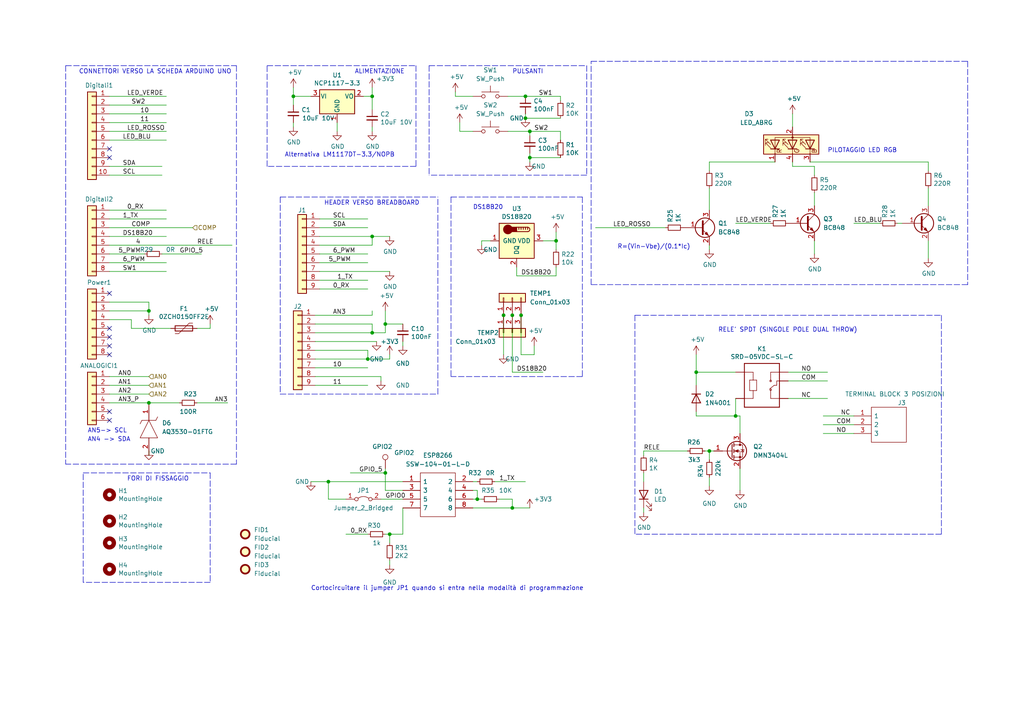
<source format=kicad_sch>
(kicad_sch (version 20211123) (generator eeschema)

  (uuid e7369115-d491-4ef3-be3d-f5298992c3e8)

  (paper "A4")

  (title_block
    (title "Shield Arduino - connettori")
    (rev "2.0")
  )

  (lib_symbols
    (symbol "Connector:TestPoint" (pin_numbers hide) (pin_names (offset 0.762) hide) (in_bom yes) (on_board yes)
      (property "Reference" "TP" (id 0) (at 0 6.858 0)
        (effects (font (size 1.27 1.27)))
      )
      (property "Value" "TestPoint" (id 1) (at 0 5.08 0)
        (effects (font (size 1.27 1.27)))
      )
      (property "Footprint" "" (id 2) (at 5.08 0 0)
        (effects (font (size 1.27 1.27)) hide)
      )
      (property "Datasheet" "~" (id 3) (at 5.08 0 0)
        (effects (font (size 1.27 1.27)) hide)
      )
      (property "ki_keywords" "test point tp" (id 4) (at 0 0 0)
        (effects (font (size 1.27 1.27)) hide)
      )
      (property "ki_description" "test point" (id 5) (at 0 0 0)
        (effects (font (size 1.27 1.27)) hide)
      )
      (property "ki_fp_filters" "Pin* Test*" (id 6) (at 0 0 0)
        (effects (font (size 1.27 1.27)) hide)
      )
      (symbol "TestPoint_0_1"
        (circle (center 0 3.302) (radius 0.762)
          (stroke (width 0) (type default) (color 0 0 0 0))
          (fill (type none))
        )
      )
      (symbol "TestPoint_1_1"
        (pin passive line (at 0 0 90) (length 2.54)
          (name "1" (effects (font (size 1.27 1.27))))
          (number "1" (effects (font (size 1.27 1.27))))
        )
      )
    )
    (symbol "Connector_Generic:Conn_01x03" (pin_names (offset 1.016) hide) (in_bom yes) (on_board yes)
      (property "Reference" "J" (id 0) (at 0 5.08 0)
        (effects (font (size 1.27 1.27)))
      )
      (property "Value" "Conn_01x03" (id 1) (at 0 -5.08 0)
        (effects (font (size 1.27 1.27)))
      )
      (property "Footprint" "" (id 2) (at 0 0 0)
        (effects (font (size 1.27 1.27)) hide)
      )
      (property "Datasheet" "~" (id 3) (at 0 0 0)
        (effects (font (size 1.27 1.27)) hide)
      )
      (property "ki_keywords" "connector" (id 4) (at 0 0 0)
        (effects (font (size 1.27 1.27)) hide)
      )
      (property "ki_description" "Generic connector, single row, 01x03, script generated (kicad-library-utils/schlib/autogen/connector/)" (id 5) (at 0 0 0)
        (effects (font (size 1.27 1.27)) hide)
      )
      (property "ki_fp_filters" "Connector*:*_1x??_*" (id 6) (at 0 0 0)
        (effects (font (size 1.27 1.27)) hide)
      )
      (symbol "Conn_01x03_1_1"
        (rectangle (start -1.27 -2.413) (end 0 -2.667)
          (stroke (width 0.1524) (type default) (color 0 0 0 0))
          (fill (type none))
        )
        (rectangle (start -1.27 0.127) (end 0 -0.127)
          (stroke (width 0.1524) (type default) (color 0 0 0 0))
          (fill (type none))
        )
        (rectangle (start -1.27 2.667) (end 0 2.413)
          (stroke (width 0.1524) (type default) (color 0 0 0 0))
          (fill (type none))
        )
        (rectangle (start -1.27 3.81) (end 1.27 -3.81)
          (stroke (width 0.254) (type default) (color 0 0 0 0))
          (fill (type background))
        )
        (pin passive line (at -5.08 2.54 0) (length 3.81)
          (name "Pin_1" (effects (font (size 1.27 1.27))))
          (number "1" (effects (font (size 1.27 1.27))))
        )
        (pin passive line (at -5.08 0 0) (length 3.81)
          (name "Pin_2" (effects (font (size 1.27 1.27))))
          (number "2" (effects (font (size 1.27 1.27))))
        )
        (pin passive line (at -5.08 -2.54 0) (length 3.81)
          (name "Pin_3" (effects (font (size 1.27 1.27))))
          (number "3" (effects (font (size 1.27 1.27))))
        )
      )
    )
    (symbol "Connector_Generic:Conn_01x06" (pin_names (offset 1.016) hide) (in_bom yes) (on_board yes)
      (property "Reference" "J" (id 0) (at 0 7.62 0)
        (effects (font (size 1.27 1.27)))
      )
      (property "Value" "Conn_01x06" (id 1) (at 0 -10.16 0)
        (effects (font (size 1.27 1.27)))
      )
      (property "Footprint" "" (id 2) (at 0 0 0)
        (effects (font (size 1.27 1.27)) hide)
      )
      (property "Datasheet" "~" (id 3) (at 0 0 0)
        (effects (font (size 1.27 1.27)) hide)
      )
      (property "ki_keywords" "connector" (id 4) (at 0 0 0)
        (effects (font (size 1.27 1.27)) hide)
      )
      (property "ki_description" "Generic connector, single row, 01x06, script generated (kicad-library-utils/schlib/autogen/connector/)" (id 5) (at 0 0 0)
        (effects (font (size 1.27 1.27)) hide)
      )
      (property "ki_fp_filters" "Connector*:*_1x??_*" (id 6) (at 0 0 0)
        (effects (font (size 1.27 1.27)) hide)
      )
      (symbol "Conn_01x06_1_1"
        (rectangle (start -1.27 -7.493) (end 0 -7.747)
          (stroke (width 0.1524) (type default) (color 0 0 0 0))
          (fill (type none))
        )
        (rectangle (start -1.27 -4.953) (end 0 -5.207)
          (stroke (width 0.1524) (type default) (color 0 0 0 0))
          (fill (type none))
        )
        (rectangle (start -1.27 -2.413) (end 0 -2.667)
          (stroke (width 0.1524) (type default) (color 0 0 0 0))
          (fill (type none))
        )
        (rectangle (start -1.27 0.127) (end 0 -0.127)
          (stroke (width 0.1524) (type default) (color 0 0 0 0))
          (fill (type none))
        )
        (rectangle (start -1.27 2.667) (end 0 2.413)
          (stroke (width 0.1524) (type default) (color 0 0 0 0))
          (fill (type none))
        )
        (rectangle (start -1.27 5.207) (end 0 4.953)
          (stroke (width 0.1524) (type default) (color 0 0 0 0))
          (fill (type none))
        )
        (rectangle (start -1.27 6.35) (end 1.27 -8.89)
          (stroke (width 0.254) (type default) (color 0 0 0 0))
          (fill (type background))
        )
        (pin passive line (at -5.08 5.08 0) (length 3.81)
          (name "Pin_1" (effects (font (size 1.27 1.27))))
          (number "1" (effects (font (size 1.27 1.27))))
        )
        (pin passive line (at -5.08 2.54 0) (length 3.81)
          (name "Pin_2" (effects (font (size 1.27 1.27))))
          (number "2" (effects (font (size 1.27 1.27))))
        )
        (pin passive line (at -5.08 0 0) (length 3.81)
          (name "Pin_3" (effects (font (size 1.27 1.27))))
          (number "3" (effects (font (size 1.27 1.27))))
        )
        (pin passive line (at -5.08 -2.54 0) (length 3.81)
          (name "Pin_4" (effects (font (size 1.27 1.27))))
          (number "4" (effects (font (size 1.27 1.27))))
        )
        (pin passive line (at -5.08 -5.08 0) (length 3.81)
          (name "Pin_5" (effects (font (size 1.27 1.27))))
          (number "5" (effects (font (size 1.27 1.27))))
        )
        (pin passive line (at -5.08 -7.62 0) (length 3.81)
          (name "Pin_6" (effects (font (size 1.27 1.27))))
          (number "6" (effects (font (size 1.27 1.27))))
        )
      )
    )
    (symbol "Connector_Generic:Conn_01x08" (pin_names (offset 1.016) hide) (in_bom yes) (on_board yes)
      (property "Reference" "J" (id 0) (at 0 10.16 0)
        (effects (font (size 1.27 1.27)))
      )
      (property "Value" "Conn_01x08" (id 1) (at 0 -12.7 0)
        (effects (font (size 1.27 1.27)))
      )
      (property "Footprint" "" (id 2) (at 0 0 0)
        (effects (font (size 1.27 1.27)) hide)
      )
      (property "Datasheet" "~" (id 3) (at 0 0 0)
        (effects (font (size 1.27 1.27)) hide)
      )
      (property "ki_keywords" "connector" (id 4) (at 0 0 0)
        (effects (font (size 1.27 1.27)) hide)
      )
      (property "ki_description" "Generic connector, single row, 01x08, script generated (kicad-library-utils/schlib/autogen/connector/)" (id 5) (at 0 0 0)
        (effects (font (size 1.27 1.27)) hide)
      )
      (property "ki_fp_filters" "Connector*:*_1x??_*" (id 6) (at 0 0 0)
        (effects (font (size 1.27 1.27)) hide)
      )
      (symbol "Conn_01x08_1_1"
        (rectangle (start -1.27 -10.033) (end 0 -10.287)
          (stroke (width 0.1524) (type default) (color 0 0 0 0))
          (fill (type none))
        )
        (rectangle (start -1.27 -7.493) (end 0 -7.747)
          (stroke (width 0.1524) (type default) (color 0 0 0 0))
          (fill (type none))
        )
        (rectangle (start -1.27 -4.953) (end 0 -5.207)
          (stroke (width 0.1524) (type default) (color 0 0 0 0))
          (fill (type none))
        )
        (rectangle (start -1.27 -2.413) (end 0 -2.667)
          (stroke (width 0.1524) (type default) (color 0 0 0 0))
          (fill (type none))
        )
        (rectangle (start -1.27 0.127) (end 0 -0.127)
          (stroke (width 0.1524) (type default) (color 0 0 0 0))
          (fill (type none))
        )
        (rectangle (start -1.27 2.667) (end 0 2.413)
          (stroke (width 0.1524) (type default) (color 0 0 0 0))
          (fill (type none))
        )
        (rectangle (start -1.27 5.207) (end 0 4.953)
          (stroke (width 0.1524) (type default) (color 0 0 0 0))
          (fill (type none))
        )
        (rectangle (start -1.27 7.747) (end 0 7.493)
          (stroke (width 0.1524) (type default) (color 0 0 0 0))
          (fill (type none))
        )
        (rectangle (start -1.27 8.89) (end 1.27 -11.43)
          (stroke (width 0.254) (type default) (color 0 0 0 0))
          (fill (type background))
        )
        (pin passive line (at -5.08 7.62 0) (length 3.81)
          (name "Pin_1" (effects (font (size 1.27 1.27))))
          (number "1" (effects (font (size 1.27 1.27))))
        )
        (pin passive line (at -5.08 5.08 0) (length 3.81)
          (name "Pin_2" (effects (font (size 1.27 1.27))))
          (number "2" (effects (font (size 1.27 1.27))))
        )
        (pin passive line (at -5.08 2.54 0) (length 3.81)
          (name "Pin_3" (effects (font (size 1.27 1.27))))
          (number "3" (effects (font (size 1.27 1.27))))
        )
        (pin passive line (at -5.08 0 0) (length 3.81)
          (name "Pin_4" (effects (font (size 1.27 1.27))))
          (number "4" (effects (font (size 1.27 1.27))))
        )
        (pin passive line (at -5.08 -2.54 0) (length 3.81)
          (name "Pin_5" (effects (font (size 1.27 1.27))))
          (number "5" (effects (font (size 1.27 1.27))))
        )
        (pin passive line (at -5.08 -5.08 0) (length 3.81)
          (name "Pin_6" (effects (font (size 1.27 1.27))))
          (number "6" (effects (font (size 1.27 1.27))))
        )
        (pin passive line (at -5.08 -7.62 0) (length 3.81)
          (name "Pin_7" (effects (font (size 1.27 1.27))))
          (number "7" (effects (font (size 1.27 1.27))))
        )
        (pin passive line (at -5.08 -10.16 0) (length 3.81)
          (name "Pin_8" (effects (font (size 1.27 1.27))))
          (number "8" (effects (font (size 1.27 1.27))))
        )
      )
    )
    (symbol "Connector_Generic:Conn_01x09" (pin_names (offset 1.016) hide) (in_bom yes) (on_board yes)
      (property "Reference" "J" (id 0) (at 0 12.7 0)
        (effects (font (size 1.27 1.27)))
      )
      (property "Value" "Conn_01x09" (id 1) (at 0 -12.7 0)
        (effects (font (size 1.27 1.27)))
      )
      (property "Footprint" "" (id 2) (at 0 0 0)
        (effects (font (size 1.27 1.27)) hide)
      )
      (property "Datasheet" "~" (id 3) (at 0 0 0)
        (effects (font (size 1.27 1.27)) hide)
      )
      (property "ki_keywords" "connector" (id 4) (at 0 0 0)
        (effects (font (size 1.27 1.27)) hide)
      )
      (property "ki_description" "Generic connector, single row, 01x09, script generated (kicad-library-utils/schlib/autogen/connector/)" (id 5) (at 0 0 0)
        (effects (font (size 1.27 1.27)) hide)
      )
      (property "ki_fp_filters" "Connector*:*_1x??_*" (id 6) (at 0 0 0)
        (effects (font (size 1.27 1.27)) hide)
      )
      (symbol "Conn_01x09_1_1"
        (rectangle (start -1.27 -10.033) (end 0 -10.287)
          (stroke (width 0.1524) (type default) (color 0 0 0 0))
          (fill (type none))
        )
        (rectangle (start -1.27 -7.493) (end 0 -7.747)
          (stroke (width 0.1524) (type default) (color 0 0 0 0))
          (fill (type none))
        )
        (rectangle (start -1.27 -4.953) (end 0 -5.207)
          (stroke (width 0.1524) (type default) (color 0 0 0 0))
          (fill (type none))
        )
        (rectangle (start -1.27 -2.413) (end 0 -2.667)
          (stroke (width 0.1524) (type default) (color 0 0 0 0))
          (fill (type none))
        )
        (rectangle (start -1.27 0.127) (end 0 -0.127)
          (stroke (width 0.1524) (type default) (color 0 0 0 0))
          (fill (type none))
        )
        (rectangle (start -1.27 2.667) (end 0 2.413)
          (stroke (width 0.1524) (type default) (color 0 0 0 0))
          (fill (type none))
        )
        (rectangle (start -1.27 5.207) (end 0 4.953)
          (stroke (width 0.1524) (type default) (color 0 0 0 0))
          (fill (type none))
        )
        (rectangle (start -1.27 7.747) (end 0 7.493)
          (stroke (width 0.1524) (type default) (color 0 0 0 0))
          (fill (type none))
        )
        (rectangle (start -1.27 10.287) (end 0 10.033)
          (stroke (width 0.1524) (type default) (color 0 0 0 0))
          (fill (type none))
        )
        (rectangle (start -1.27 11.43) (end 1.27 -11.43)
          (stroke (width 0.254) (type default) (color 0 0 0 0))
          (fill (type background))
        )
        (pin passive line (at -5.08 10.16 0) (length 3.81)
          (name "Pin_1" (effects (font (size 1.27 1.27))))
          (number "1" (effects (font (size 1.27 1.27))))
        )
        (pin passive line (at -5.08 7.62 0) (length 3.81)
          (name "Pin_2" (effects (font (size 1.27 1.27))))
          (number "2" (effects (font (size 1.27 1.27))))
        )
        (pin passive line (at -5.08 5.08 0) (length 3.81)
          (name "Pin_3" (effects (font (size 1.27 1.27))))
          (number "3" (effects (font (size 1.27 1.27))))
        )
        (pin passive line (at -5.08 2.54 0) (length 3.81)
          (name "Pin_4" (effects (font (size 1.27 1.27))))
          (number "4" (effects (font (size 1.27 1.27))))
        )
        (pin passive line (at -5.08 0 0) (length 3.81)
          (name "Pin_5" (effects (font (size 1.27 1.27))))
          (number "5" (effects (font (size 1.27 1.27))))
        )
        (pin passive line (at -5.08 -2.54 0) (length 3.81)
          (name "Pin_6" (effects (font (size 1.27 1.27))))
          (number "6" (effects (font (size 1.27 1.27))))
        )
        (pin passive line (at -5.08 -5.08 0) (length 3.81)
          (name "Pin_7" (effects (font (size 1.27 1.27))))
          (number "7" (effects (font (size 1.27 1.27))))
        )
        (pin passive line (at -5.08 -7.62 0) (length 3.81)
          (name "Pin_8" (effects (font (size 1.27 1.27))))
          (number "8" (effects (font (size 1.27 1.27))))
        )
        (pin passive line (at -5.08 -10.16 0) (length 3.81)
          (name "Pin_9" (effects (font (size 1.27 1.27))))
          (number "9" (effects (font (size 1.27 1.27))))
        )
      )
    )
    (symbol "Connector_Generic:Conn_01x10" (pin_names (offset 1.016) hide) (in_bom yes) (on_board yes)
      (property "Reference" "J" (id 0) (at 0 12.7 0)
        (effects (font (size 1.27 1.27)))
      )
      (property "Value" "Conn_01x10" (id 1) (at 0 -15.24 0)
        (effects (font (size 1.27 1.27)))
      )
      (property "Footprint" "" (id 2) (at 0 0 0)
        (effects (font (size 1.27 1.27)) hide)
      )
      (property "Datasheet" "~" (id 3) (at 0 0 0)
        (effects (font (size 1.27 1.27)) hide)
      )
      (property "ki_keywords" "connector" (id 4) (at 0 0 0)
        (effects (font (size 1.27 1.27)) hide)
      )
      (property "ki_description" "Generic connector, single row, 01x10, script generated (kicad-library-utils/schlib/autogen/connector/)" (id 5) (at 0 0 0)
        (effects (font (size 1.27 1.27)) hide)
      )
      (property "ki_fp_filters" "Connector*:*_1x??_*" (id 6) (at 0 0 0)
        (effects (font (size 1.27 1.27)) hide)
      )
      (symbol "Conn_01x10_1_1"
        (rectangle (start -1.27 -12.573) (end 0 -12.827)
          (stroke (width 0.1524) (type default) (color 0 0 0 0))
          (fill (type none))
        )
        (rectangle (start -1.27 -10.033) (end 0 -10.287)
          (stroke (width 0.1524) (type default) (color 0 0 0 0))
          (fill (type none))
        )
        (rectangle (start -1.27 -7.493) (end 0 -7.747)
          (stroke (width 0.1524) (type default) (color 0 0 0 0))
          (fill (type none))
        )
        (rectangle (start -1.27 -4.953) (end 0 -5.207)
          (stroke (width 0.1524) (type default) (color 0 0 0 0))
          (fill (type none))
        )
        (rectangle (start -1.27 -2.413) (end 0 -2.667)
          (stroke (width 0.1524) (type default) (color 0 0 0 0))
          (fill (type none))
        )
        (rectangle (start -1.27 0.127) (end 0 -0.127)
          (stroke (width 0.1524) (type default) (color 0 0 0 0))
          (fill (type none))
        )
        (rectangle (start -1.27 2.667) (end 0 2.413)
          (stroke (width 0.1524) (type default) (color 0 0 0 0))
          (fill (type none))
        )
        (rectangle (start -1.27 5.207) (end 0 4.953)
          (stroke (width 0.1524) (type default) (color 0 0 0 0))
          (fill (type none))
        )
        (rectangle (start -1.27 7.747) (end 0 7.493)
          (stroke (width 0.1524) (type default) (color 0 0 0 0))
          (fill (type none))
        )
        (rectangle (start -1.27 10.287) (end 0 10.033)
          (stroke (width 0.1524) (type default) (color 0 0 0 0))
          (fill (type none))
        )
        (rectangle (start -1.27 11.43) (end 1.27 -13.97)
          (stroke (width 0.254) (type default) (color 0 0 0 0))
          (fill (type background))
        )
        (pin passive line (at -5.08 10.16 0) (length 3.81)
          (name "Pin_1" (effects (font (size 1.27 1.27))))
          (number "1" (effects (font (size 1.27 1.27))))
        )
        (pin passive line (at -5.08 -12.7 0) (length 3.81)
          (name "Pin_10" (effects (font (size 1.27 1.27))))
          (number "10" (effects (font (size 1.27 1.27))))
        )
        (pin passive line (at -5.08 7.62 0) (length 3.81)
          (name "Pin_2" (effects (font (size 1.27 1.27))))
          (number "2" (effects (font (size 1.27 1.27))))
        )
        (pin passive line (at -5.08 5.08 0) (length 3.81)
          (name "Pin_3" (effects (font (size 1.27 1.27))))
          (number "3" (effects (font (size 1.27 1.27))))
        )
        (pin passive line (at -5.08 2.54 0) (length 3.81)
          (name "Pin_4" (effects (font (size 1.27 1.27))))
          (number "4" (effects (font (size 1.27 1.27))))
        )
        (pin passive line (at -5.08 0 0) (length 3.81)
          (name "Pin_5" (effects (font (size 1.27 1.27))))
          (number "5" (effects (font (size 1.27 1.27))))
        )
        (pin passive line (at -5.08 -2.54 0) (length 3.81)
          (name "Pin_6" (effects (font (size 1.27 1.27))))
          (number "6" (effects (font (size 1.27 1.27))))
        )
        (pin passive line (at -5.08 -5.08 0) (length 3.81)
          (name "Pin_7" (effects (font (size 1.27 1.27))))
          (number "7" (effects (font (size 1.27 1.27))))
        )
        (pin passive line (at -5.08 -7.62 0) (length 3.81)
          (name "Pin_8" (effects (font (size 1.27 1.27))))
          (number "8" (effects (font (size 1.27 1.27))))
        )
        (pin passive line (at -5.08 -10.16 0) (length 3.81)
          (name "Pin_9" (effects (font (size 1.27 1.27))))
          (number "9" (effects (font (size 1.27 1.27))))
        )
      )
    )
    (symbol "Device:C_Small" (pin_numbers hide) (pin_names (offset 0.254) hide) (in_bom yes) (on_board yes)
      (property "Reference" "C" (id 0) (at 0.254 1.778 0)
        (effects (font (size 1.27 1.27)) (justify left))
      )
      (property "Value" "C_Small" (id 1) (at 0.254 -2.032 0)
        (effects (font (size 1.27 1.27)) (justify left))
      )
      (property "Footprint" "" (id 2) (at 0 0 0)
        (effects (font (size 1.27 1.27)) hide)
      )
      (property "Datasheet" "~" (id 3) (at 0 0 0)
        (effects (font (size 1.27 1.27)) hide)
      )
      (property "ki_keywords" "capacitor cap" (id 4) (at 0 0 0)
        (effects (font (size 1.27 1.27)) hide)
      )
      (property "ki_description" "Unpolarized capacitor, small symbol" (id 5) (at 0 0 0)
        (effects (font (size 1.27 1.27)) hide)
      )
      (property "ki_fp_filters" "C_*" (id 6) (at 0 0 0)
        (effects (font (size 1.27 1.27)) hide)
      )
      (symbol "C_Small_0_1"
        (polyline
          (pts
            (xy -1.524 -0.508)
            (xy 1.524 -0.508)
          )
          (stroke (width 0.3302) (type default) (color 0 0 0 0))
          (fill (type none))
        )
        (polyline
          (pts
            (xy -1.524 0.508)
            (xy 1.524 0.508)
          )
          (stroke (width 0.3048) (type default) (color 0 0 0 0))
          (fill (type none))
        )
      )
      (symbol "C_Small_1_1"
        (pin passive line (at 0 2.54 270) (length 2.032)
          (name "~" (effects (font (size 1.27 1.27))))
          (number "1" (effects (font (size 1.27 1.27))))
        )
        (pin passive line (at 0 -2.54 90) (length 2.032)
          (name "~" (effects (font (size 1.27 1.27))))
          (number "2" (effects (font (size 1.27 1.27))))
        )
      )
    )
    (symbol "Device:LED" (pin_numbers hide) (pin_names (offset 1.016) hide) (in_bom yes) (on_board yes)
      (property "Reference" "D" (id 0) (at 0 2.54 0)
        (effects (font (size 1.27 1.27)))
      )
      (property "Value" "LED" (id 1) (at 0 -2.54 0)
        (effects (font (size 1.27 1.27)))
      )
      (property "Footprint" "" (id 2) (at 0 0 0)
        (effects (font (size 1.27 1.27)) hide)
      )
      (property "Datasheet" "~" (id 3) (at 0 0 0)
        (effects (font (size 1.27 1.27)) hide)
      )
      (property "ki_keywords" "LED diode" (id 4) (at 0 0 0)
        (effects (font (size 1.27 1.27)) hide)
      )
      (property "ki_description" "Light emitting diode" (id 5) (at 0 0 0)
        (effects (font (size 1.27 1.27)) hide)
      )
      (property "ki_fp_filters" "LED* LED_SMD:* LED_THT:*" (id 6) (at 0 0 0)
        (effects (font (size 1.27 1.27)) hide)
      )
      (symbol "LED_0_1"
        (polyline
          (pts
            (xy -1.27 -1.27)
            (xy -1.27 1.27)
          )
          (stroke (width 0.254) (type default) (color 0 0 0 0))
          (fill (type none))
        )
        (polyline
          (pts
            (xy -1.27 0)
            (xy 1.27 0)
          )
          (stroke (width 0) (type default) (color 0 0 0 0))
          (fill (type none))
        )
        (polyline
          (pts
            (xy 1.27 -1.27)
            (xy 1.27 1.27)
            (xy -1.27 0)
            (xy 1.27 -1.27)
          )
          (stroke (width 0.254) (type default) (color 0 0 0 0))
          (fill (type none))
        )
        (polyline
          (pts
            (xy -3.048 -0.762)
            (xy -4.572 -2.286)
            (xy -3.81 -2.286)
            (xy -4.572 -2.286)
            (xy -4.572 -1.524)
          )
          (stroke (width 0) (type default) (color 0 0 0 0))
          (fill (type none))
        )
        (polyline
          (pts
            (xy -1.778 -0.762)
            (xy -3.302 -2.286)
            (xy -2.54 -2.286)
            (xy -3.302 -2.286)
            (xy -3.302 -1.524)
          )
          (stroke (width 0) (type default) (color 0 0 0 0))
          (fill (type none))
        )
      )
      (symbol "LED_1_1"
        (pin passive line (at -3.81 0 0) (length 2.54)
          (name "K" (effects (font (size 1.27 1.27))))
          (number "1" (effects (font (size 1.27 1.27))))
        )
        (pin passive line (at 3.81 0 180) (length 2.54)
          (name "A" (effects (font (size 1.27 1.27))))
          (number "2" (effects (font (size 1.27 1.27))))
        )
      )
    )
    (symbol "Device:LED_ABRG" (pin_names (offset 0) hide) (in_bom yes) (on_board yes)
      (property "Reference" "D3" (id 0) (at 8.382 1.1684 90)
        (effects (font (size 1.27 1.27)) (justify right))
      )
      (property "Value" "LED_ABRG" (id 1) (at 8.382 -1.143 90)
        (effects (font (size 1.27 1.27)) (justify right))
      )
      (property "Footprint" "LED_THT:LED_D5.0mm-4_RGB" (id 2) (at 0 11.43 0)
        (effects (font (size 1.27 1.27)) hide)
      )
      (property "Datasheet" "~" (id 3) (at 0 0 0)
        (effects (font (size 1.27 1.27)) hide)
      )
      (property "ki_keywords" "LED RGB diode" (id 4) (at 0 0 0)
        (effects (font (size 1.27 1.27)) hide)
      )
      (property "ki_description" "RGB LED, anode/blue/red/green" (id 5) (at 0 0 0)
        (effects (font (size 1.27 1.27)) hide)
      )
      (property "ki_fp_filters" "LED* LED_SMD:* LED_THT:*" (id 6) (at 0 0 0)
        (effects (font (size 1.27 1.27)) hide)
      )
      (symbol "LED_ABRG_0_0"
        (text "B" (at -1.905 -6.35 0)
          (effects (font (size 1.27 1.27)))
        )
        (text "G" (at -1.905 -1.27 0)
          (effects (font (size 1.27 1.27)))
        )
        (text "R" (at -1.905 3.81 0)
          (effects (font (size 1.27 1.27)))
        )
      )
      (symbol "LED_ABRG_0_1"
        (polyline
          (pts
            (xy -1.27 -5.08)
            (xy -2.54 -5.08)
          )
          (stroke (width 0) (type default) (color 0 0 0 0))
          (fill (type none))
        )
        (polyline
          (pts
            (xy -1.27 -5.08)
            (xy 1.27 -5.08)
          )
          (stroke (width 0) (type default) (color 0 0 0 0))
          (fill (type none))
        )
        (polyline
          (pts
            (xy -1.27 -3.81)
            (xy -1.27 -6.35)
          )
          (stroke (width 0.254) (type default) (color 0 0 0 0))
          (fill (type none))
        )
        (polyline
          (pts
            (xy -1.27 0)
            (xy -2.54 0)
          )
          (stroke (width 0) (type default) (color 0 0 0 0))
          (fill (type none))
        )
        (polyline
          (pts
            (xy -1.27 1.27)
            (xy -1.27 -1.27)
          )
          (stroke (width 0.254) (type default) (color 0 0 0 0))
          (fill (type none))
        )
        (polyline
          (pts
            (xy -1.27 5.08)
            (xy -2.54 5.08)
          )
          (stroke (width 0) (type default) (color 0 0 0 0))
          (fill (type none))
        )
        (polyline
          (pts
            (xy -1.27 5.08)
            (xy 1.27 5.08)
          )
          (stroke (width 0) (type default) (color 0 0 0 0))
          (fill (type none))
        )
        (polyline
          (pts
            (xy -1.27 6.35)
            (xy -1.27 3.81)
          )
          (stroke (width 0.254) (type default) (color 0 0 0 0))
          (fill (type none))
        )
        (polyline
          (pts
            (xy 1.27 0)
            (xy -1.27 0)
          )
          (stroke (width 0) (type default) (color 0 0 0 0))
          (fill (type none))
        )
        (polyline
          (pts
            (xy 1.27 0)
            (xy 2.54 0)
          )
          (stroke (width 0) (type default) (color 0 0 0 0))
          (fill (type none))
        )
        (polyline
          (pts
            (xy -1.27 1.27)
            (xy -1.27 -1.27)
            (xy -1.27 -1.27)
          )
          (stroke (width 0) (type default) (color 0 0 0 0))
          (fill (type none))
        )
        (polyline
          (pts
            (xy -1.27 6.35)
            (xy -1.27 3.81)
            (xy -1.27 3.81)
          )
          (stroke (width 0) (type default) (color 0 0 0 0))
          (fill (type none))
        )
        (polyline
          (pts
            (xy 1.27 -5.08)
            (xy 2.032 -5.08)
            (xy 2.032 5.08)
            (xy 1.27 5.08)
          )
          (stroke (width 0) (type default) (color 0 0 0 0))
          (fill (type none))
        )
        (polyline
          (pts
            (xy 1.27 -3.81)
            (xy 1.27 -6.35)
            (xy -1.27 -5.08)
            (xy 1.27 -3.81)
          )
          (stroke (width 0.254) (type default) (color 0 0 0 0))
          (fill (type none))
        )
        (polyline
          (pts
            (xy 1.27 1.27)
            (xy 1.27 -1.27)
            (xy -1.27 0)
            (xy 1.27 1.27)
          )
          (stroke (width 0.254) (type default) (color 0 0 0 0))
          (fill (type none))
        )
        (polyline
          (pts
            (xy 1.27 6.35)
            (xy 1.27 3.81)
            (xy -1.27 5.08)
            (xy 1.27 6.35)
          )
          (stroke (width 0.254) (type default) (color 0 0 0 0))
          (fill (type none))
        )
        (polyline
          (pts
            (xy -1.016 -3.81)
            (xy 0.508 -2.286)
            (xy -0.254 -2.286)
            (xy 0.508 -2.286)
            (xy 0.508 -3.048)
          )
          (stroke (width 0) (type default) (color 0 0 0 0))
          (fill (type none))
        )
        (polyline
          (pts
            (xy -1.016 1.27)
            (xy 0.508 2.794)
            (xy -0.254 2.794)
            (xy 0.508 2.794)
            (xy 0.508 2.032)
          )
          (stroke (width 0) (type default) (color 0 0 0 0))
          (fill (type none))
        )
        (polyline
          (pts
            (xy -1.016 6.35)
            (xy 0.508 7.874)
            (xy -0.254 7.874)
            (xy 0.508 7.874)
            (xy 0.508 7.112)
          )
          (stroke (width 0) (type default) (color 0 0 0 0))
          (fill (type none))
        )
        (polyline
          (pts
            (xy 0 -3.81)
            (xy 1.524 -2.286)
            (xy 0.762 -2.286)
            (xy 1.524 -2.286)
            (xy 1.524 -3.048)
          )
          (stroke (width 0) (type default) (color 0 0 0 0))
          (fill (type none))
        )
        (polyline
          (pts
            (xy 0 1.27)
            (xy 1.524 2.794)
            (xy 0.762 2.794)
            (xy 1.524 2.794)
            (xy 1.524 2.032)
          )
          (stroke (width 0) (type default) (color 0 0 0 0))
          (fill (type none))
        )
        (polyline
          (pts
            (xy 0 6.35)
            (xy 1.524 7.874)
            (xy 0.762 7.874)
            (xy 1.524 7.874)
            (xy 1.524 7.112)
          )
          (stroke (width 0) (type default) (color 0 0 0 0))
          (fill (type none))
        )
        (rectangle (start 1.27 -1.27) (end 1.27 1.27)
          (stroke (width 0) (type default) (color 0 0 0 0))
          (fill (type none))
        )
        (rectangle (start 1.27 1.27) (end 1.27 1.27)
          (stroke (width 0) (type default) (color 0 0 0 0))
          (fill (type none))
        )
        (rectangle (start 1.27 3.81) (end 1.27 6.35)
          (stroke (width 0) (type default) (color 0 0 0 0))
          (fill (type none))
        )
        (rectangle (start 1.27 6.35) (end 1.27 6.35)
          (stroke (width 0) (type default) (color 0 0 0 0))
          (fill (type none))
        )
        (circle (center 2.032 0) (radius 0.254)
          (stroke (width 0) (type default) (color 0 0 0 0))
          (fill (type outline))
        )
        (rectangle (start 2.794 8.382) (end -2.794 -7.62)
          (stroke (width 0.254) (type default) (color 0 0 0 0))
          (fill (type background))
        )
      )
      (symbol "LED_ABRG_1_1"
        (pin passive line (at -5.08 5.08 0) (length 2.54)
          (name "RK" (effects (font (size 1.27 1.27))))
          (number "1" (effects (font (size 1.27 1.27))))
        )
        (pin passive line (at 5.08 0 180) (length 2.54)
          (name "A" (effects (font (size 1.27 1.27))))
          (number "2" (effects (font (size 1.27 1.27))))
        )
        (pin passive line (at -5.08 -5.08 0) (length 2.54)
          (name "BK" (effects (font (size 1.27 1.27))))
          (number "3" (effects (font (size 1.27 1.27))))
        )
        (pin passive line (at -5.08 0 0) (length 2.54)
          (name "GK" (effects (font (size 1.27 1.27))))
          (number "4" (effects (font (size 1.27 1.27))))
        )
      )
    )
    (symbol "Device:Polyfuse" (pin_numbers hide) (pin_names (offset 0)) (in_bom yes) (on_board yes)
      (property "Reference" "F" (id 0) (at -2.54 0 90)
        (effects (font (size 1.27 1.27)))
      )
      (property "Value" "Polyfuse" (id 1) (at 2.54 0 90)
        (effects (font (size 1.27 1.27)))
      )
      (property "Footprint" "" (id 2) (at 1.27 -5.08 0)
        (effects (font (size 1.27 1.27)) (justify left) hide)
      )
      (property "Datasheet" "~" (id 3) (at 0 0 0)
        (effects (font (size 1.27 1.27)) hide)
      )
      (property "ki_keywords" "resettable fuse PTC PPTC polyfuse polyswitch" (id 4) (at 0 0 0)
        (effects (font (size 1.27 1.27)) hide)
      )
      (property "ki_description" "Resettable fuse, polymeric positive temperature coefficient" (id 5) (at 0 0 0)
        (effects (font (size 1.27 1.27)) hide)
      )
      (property "ki_fp_filters" "*polyfuse* *PTC*" (id 6) (at 0 0 0)
        (effects (font (size 1.27 1.27)) hide)
      )
      (symbol "Polyfuse_0_1"
        (rectangle (start -0.762 2.54) (end 0.762 -2.54)
          (stroke (width 0.254) (type default) (color 0 0 0 0))
          (fill (type none))
        )
        (polyline
          (pts
            (xy 0 2.54)
            (xy 0 -2.54)
          )
          (stroke (width 0) (type default) (color 0 0 0 0))
          (fill (type none))
        )
        (polyline
          (pts
            (xy -1.524 2.54)
            (xy -1.524 1.524)
            (xy 1.524 -1.524)
            (xy 1.524 -2.54)
          )
          (stroke (width 0) (type default) (color 0 0 0 0))
          (fill (type none))
        )
      )
      (symbol "Polyfuse_1_1"
        (pin passive line (at 0 3.81 270) (length 1.27)
          (name "~" (effects (font (size 1.27 1.27))))
          (number "1" (effects (font (size 1.27 1.27))))
        )
        (pin passive line (at 0 -3.81 90) (length 1.27)
          (name "~" (effects (font (size 1.27 1.27))))
          (number "2" (effects (font (size 1.27 1.27))))
        )
      )
    )
    (symbol "Device:R_Small" (pin_numbers hide) (pin_names (offset 0.254) hide) (in_bom yes) (on_board yes)
      (property "Reference" "R" (id 0) (at 0.762 0.508 0)
        (effects (font (size 1.27 1.27)) (justify left))
      )
      (property "Value" "R_Small" (id 1) (at 0.762 -1.016 0)
        (effects (font (size 1.27 1.27)) (justify left))
      )
      (property "Footprint" "" (id 2) (at 0 0 0)
        (effects (font (size 1.27 1.27)) hide)
      )
      (property "Datasheet" "~" (id 3) (at 0 0 0)
        (effects (font (size 1.27 1.27)) hide)
      )
      (property "ki_keywords" "R resistor" (id 4) (at 0 0 0)
        (effects (font (size 1.27 1.27)) hide)
      )
      (property "ki_description" "Resistor, small symbol" (id 5) (at 0 0 0)
        (effects (font (size 1.27 1.27)) hide)
      )
      (property "ki_fp_filters" "R_*" (id 6) (at 0 0 0)
        (effects (font (size 1.27 1.27)) hide)
      )
      (symbol "R_Small_0_1"
        (rectangle (start -0.762 1.778) (end 0.762 -1.778)
          (stroke (width 0.2032) (type default) (color 0 0 0 0))
          (fill (type none))
        )
      )
      (symbol "R_Small_1_1"
        (pin passive line (at 0 2.54 270) (length 0.762)
          (name "~" (effects (font (size 1.27 1.27))))
          (number "1" (effects (font (size 1.27 1.27))))
        )
        (pin passive line (at 0 -2.54 90) (length 0.762)
          (name "~" (effects (font (size 1.27 1.27))))
          (number "2" (effects (font (size 1.27 1.27))))
        )
      )
    )
    (symbol "Diode:1N4001" (pin_numbers hide) (pin_names (offset 1.016) hide) (in_bom yes) (on_board yes)
      (property "Reference" "D" (id 0) (at 0 2.54 0)
        (effects (font (size 1.27 1.27)))
      )
      (property "Value" "1N4001" (id 1) (at 0 -2.54 0)
        (effects (font (size 1.27 1.27)))
      )
      (property "Footprint" "Diode_THT:D_DO-41_SOD81_P10.16mm_Horizontal" (id 2) (at 0 -4.445 0)
        (effects (font (size 1.27 1.27)) hide)
      )
      (property "Datasheet" "http://www.vishay.com/docs/88503/1n4001.pdf" (id 3) (at 0 0 0)
        (effects (font (size 1.27 1.27)) hide)
      )
      (property "ki_keywords" "diode" (id 4) (at 0 0 0)
        (effects (font (size 1.27 1.27)) hide)
      )
      (property "ki_description" "50V 1A General Purpose Rectifier Diode, DO-41" (id 5) (at 0 0 0)
        (effects (font (size 1.27 1.27)) hide)
      )
      (property "ki_fp_filters" "D*DO?41*" (id 6) (at 0 0 0)
        (effects (font (size 1.27 1.27)) hide)
      )
      (symbol "1N4001_0_1"
        (polyline
          (pts
            (xy -1.27 1.27)
            (xy -1.27 -1.27)
          )
          (stroke (width 0.254) (type default) (color 0 0 0 0))
          (fill (type none))
        )
        (polyline
          (pts
            (xy 1.27 0)
            (xy -1.27 0)
          )
          (stroke (width 0) (type default) (color 0 0 0 0))
          (fill (type none))
        )
        (polyline
          (pts
            (xy 1.27 1.27)
            (xy 1.27 -1.27)
            (xy -1.27 0)
            (xy 1.27 1.27)
          )
          (stroke (width 0.254) (type default) (color 0 0 0 0))
          (fill (type none))
        )
      )
      (symbol "1N4001_1_1"
        (pin passive line (at -3.81 0 0) (length 2.54)
          (name "K" (effects (font (size 1.27 1.27))))
          (number "1" (effects (font (size 1.27 1.27))))
        )
        (pin passive line (at 3.81 0 180) (length 2.54)
          (name "A" (effects (font (size 1.27 1.27))))
          (number "2" (effects (font (size 1.27 1.27))))
        )
      )
    )
    (symbol "Jumper:Jumper_2_Bridged" (pin_names (offset 0) hide) (in_bom yes) (on_board yes)
      (property "Reference" "JP" (id 0) (at 0 1.905 0)
        (effects (font (size 1.27 1.27)))
      )
      (property "Value" "Jumper_2_Bridged" (id 1) (at 0 -2.54 0)
        (effects (font (size 1.27 1.27)))
      )
      (property "Footprint" "" (id 2) (at 0 0 0)
        (effects (font (size 1.27 1.27)) hide)
      )
      (property "Datasheet" "~" (id 3) (at 0 0 0)
        (effects (font (size 1.27 1.27)) hide)
      )
      (property "ki_keywords" "Jumper SPST" (id 4) (at 0 0 0)
        (effects (font (size 1.27 1.27)) hide)
      )
      (property "ki_description" "Jumper, 2-pole, closed/bridged" (id 5) (at 0 0 0)
        (effects (font (size 1.27 1.27)) hide)
      )
      (property "ki_fp_filters" "Jumper* TestPoint*2Pads* TestPoint*Bridge*" (id 6) (at 0 0 0)
        (effects (font (size 1.27 1.27)) hide)
      )
      (symbol "Jumper_2_Bridged_0_0"
        (circle (center -2.032 0) (radius 0.508)
          (stroke (width 0) (type default) (color 0 0 0 0))
          (fill (type none))
        )
        (circle (center 2.032 0) (radius 0.508)
          (stroke (width 0) (type default) (color 0 0 0 0))
          (fill (type none))
        )
      )
      (symbol "Jumper_2_Bridged_0_1"
        (arc (start 1.524 0.254) (mid 0 0.762) (end -1.524 0.254)
          (stroke (width 0) (type default) (color 0 0 0 0))
          (fill (type none))
        )
      )
      (symbol "Jumper_2_Bridged_1_1"
        (pin passive line (at -5.08 0 0) (length 2.54)
          (name "A" (effects (font (size 1.27 1.27))))
          (number "1" (effects (font (size 1.27 1.27))))
        )
        (pin passive line (at 5.08 0 180) (length 2.54)
          (name "B" (effects (font (size 1.27 1.27))))
          (number "2" (effects (font (size 1.27 1.27))))
        )
      )
    )
    (symbol "Mechanical:Fiducial" (in_bom yes) (on_board yes)
      (property "Reference" "FID" (id 0) (at 0 5.08 0)
        (effects (font (size 1.27 1.27)))
      )
      (property "Value" "Fiducial" (id 1) (at 0 3.175 0)
        (effects (font (size 1.27 1.27)))
      )
      (property "Footprint" "" (id 2) (at 0 0 0)
        (effects (font (size 1.27 1.27)) hide)
      )
      (property "Datasheet" "~" (id 3) (at 0 0 0)
        (effects (font (size 1.27 1.27)) hide)
      )
      (property "ki_keywords" "fiducial marker" (id 4) (at 0 0 0)
        (effects (font (size 1.27 1.27)) hide)
      )
      (property "ki_description" "Fiducial Marker" (id 5) (at 0 0 0)
        (effects (font (size 1.27 1.27)) hide)
      )
      (property "ki_fp_filters" "Fiducial*" (id 6) (at 0 0 0)
        (effects (font (size 1.27 1.27)) hide)
      )
      (symbol "Fiducial_0_1"
        (circle (center 0 0) (radius 1.27)
          (stroke (width 0.508) (type default) (color 0 0 0 0))
          (fill (type background))
        )
      )
    )
    (symbol "Mechanical:MountingHole" (pin_names (offset 1.016)) (in_bom yes) (on_board yes)
      (property "Reference" "H" (id 0) (at 0 5.08 0)
        (effects (font (size 1.27 1.27)))
      )
      (property "Value" "MountingHole" (id 1) (at 0 3.175 0)
        (effects (font (size 1.27 1.27)))
      )
      (property "Footprint" "" (id 2) (at 0 0 0)
        (effects (font (size 1.27 1.27)) hide)
      )
      (property "Datasheet" "~" (id 3) (at 0 0 0)
        (effects (font (size 1.27 1.27)) hide)
      )
      (property "ki_keywords" "mounting hole" (id 4) (at 0 0 0)
        (effects (font (size 1.27 1.27)) hide)
      )
      (property "ki_description" "Mounting Hole without connection" (id 5) (at 0 0 0)
        (effects (font (size 1.27 1.27)) hide)
      )
      (property "ki_fp_filters" "MountingHole*" (id 6) (at 0 0 0)
        (effects (font (size 1.27 1.27)) hide)
      )
      (symbol "MountingHole_0_1"
        (circle (center 0 0) (radius 1.27)
          (stroke (width 1.27) (type default) (color 0 0 0 0))
          (fill (type none))
        )
      )
    )
    (symbol "Regulator_Linear:NCP1117-3.3_TO252" (pin_names (offset 0.254)) (in_bom yes) (on_board yes)
      (property "Reference" "U" (id 0) (at -3.81 3.175 0)
        (effects (font (size 1.27 1.27)))
      )
      (property "Value" "NCP1117-3.3_TO252" (id 1) (at 0 3.175 0)
        (effects (font (size 1.27 1.27)) (justify left))
      )
      (property "Footprint" "Package_TO_SOT_SMD:TO-252-2" (id 2) (at 0 5.715 0)
        (effects (font (size 1.27 1.27)) hide)
      )
      (property "Datasheet" "http://www.onsemi.com/pub_link/Collateral/NCP1117-D.PDF" (id 3) (at 0 0 0)
        (effects (font (size 1.27 1.27)) hide)
      )
      (property "ki_keywords" "REGULATOR LDO 3.3V" (id 4) (at 0 0 0)
        (effects (font (size 1.27 1.27)) hide)
      )
      (property "ki_description" "1A Low drop-out regulator, Fixed Output 3.3V, TO-252 (DPAK)" (id 5) (at 0 0 0)
        (effects (font (size 1.27 1.27)) hide)
      )
      (property "ki_fp_filters" "TO?252*" (id 6) (at 0 0 0)
        (effects (font (size 1.27 1.27)) hide)
      )
      (symbol "NCP1117-3.3_TO252_0_1"
        (rectangle (start -5.08 1.905) (end 5.08 -5.08)
          (stroke (width 0.254) (type default) (color 0 0 0 0))
          (fill (type background))
        )
      )
      (symbol "NCP1117-3.3_TO252_1_1"
        (pin power_in line (at 0 -7.62 90) (length 2.54)
          (name "GND" (effects (font (size 1.27 1.27))))
          (number "1" (effects (font (size 1.27 1.27))))
        )
        (pin power_out line (at 7.62 0 180) (length 2.54)
          (name "VO" (effects (font (size 1.27 1.27))))
          (number "2" (effects (font (size 1.27 1.27))))
        )
        (pin power_in line (at -7.62 0 0) (length 2.54)
          (name "VI" (effects (font (size 1.27 1.27))))
          (number "3" (effects (font (size 1.27 1.27))))
        )
      )
    )
    (symbol "SRD-05VDC-SL-C:SRD-05VDC-SL-C" (pin_numbers hide) (pin_names (offset 1.016) hide) (in_bom yes) (on_board yes)
      (property "Reference" "K" (id 0) (at -5.08 5.842 0)
        (effects (font (size 1.27 1.27)) (justify left bottom))
      )
      (property "Value" "SRD-05VDC-SL-C_SRD-05VDC-SL-C" (id 1) (at -5.08 -10.16 0)
        (effects (font (size 1.27 1.27)) (justify left bottom))
      )
      (property "Footprint" "RELAY_SRD-05VDC-SL-C" (id 2) (at 0 0 0)
        (effects (font (size 1.27 1.27)) (justify left bottom) hide)
      )
      (property "Datasheet" "" (id 3) (at 0 0 0)
        (effects (font (size 1.27 1.27)) (justify left bottom) hide)
      )
      (property "STANDARD" "IPC-7251" (id 4) (at 0 0 0)
        (effects (font (size 1.27 1.27)) (justify left bottom) hide)
      )
      (property "MANUFACTURER" "SONGLE RELAY" (id 5) (at 0 0 0)
        (effects (font (size 1.27 1.27)) (justify left bottom) hide)
      )
      (property "ki_locked" "" (id 6) (at 0 0 0)
        (effects (font (size 1.27 1.27)))
      )
      (symbol "SRD-05VDC-SL-C_0_0"
        (polyline
          (pts
            (xy -5.08 -7.62)
            (xy -5.08 5.08)
          )
          (stroke (width 0.254) (type default) (color 0 0 0 0))
          (fill (type none))
        )
        (polyline
          (pts
            (xy -5.08 2.54)
            (xy -2.54 2.54)
          )
          (stroke (width 0.1524) (type default) (color 0 0 0 0))
          (fill (type none))
        )
        (polyline
          (pts
            (xy -5.08 5.08)
            (xy 5.08 5.08)
          )
          (stroke (width 0.254) (type default) (color 0 0 0 0))
          (fill (type none))
        )
        (polyline
          (pts
            (xy -3.556 -2.794)
            (xy -2.54 -2.794)
          )
          (stroke (width 0.1524) (type default) (color 0 0 0 0))
          (fill (type none))
        )
        (polyline
          (pts
            (xy -3.556 0.254)
            (xy -3.556 -2.794)
          )
          (stroke (width 0.1524) (type default) (color 0 0 0 0))
          (fill (type none))
        )
        (polyline
          (pts
            (xy -2.54 -5.08)
            (xy -5.08 -5.08)
          )
          (stroke (width 0.1524) (type default) (color 0 0 0 0))
          (fill (type none))
        )
        (polyline
          (pts
            (xy -2.54 -2.794)
            (xy -2.54 -5.08)
          )
          (stroke (width 0.1524) (type default) (color 0 0 0 0))
          (fill (type none))
        )
        (polyline
          (pts
            (xy -2.54 -2.794)
            (xy -1.524 -2.794)
          )
          (stroke (width 0.1524) (type default) (color 0 0 0 0))
          (fill (type none))
        )
        (polyline
          (pts
            (xy -2.54 0.254)
            (xy -3.556 0.254)
          )
          (stroke (width 0.1524) (type default) (color 0 0 0 0))
          (fill (type none))
        )
        (polyline
          (pts
            (xy -2.54 2.54)
            (xy -2.54 0.254)
          )
          (stroke (width 0.1524) (type default) (color 0 0 0 0))
          (fill (type none))
        )
        (polyline
          (pts
            (xy -1.524 -2.794)
            (xy -1.524 0.254)
          )
          (stroke (width 0.1524) (type default) (color 0 0 0 0))
          (fill (type none))
        )
        (polyline
          (pts
            (xy -1.524 0.254)
            (xy -2.54 0.254)
          )
          (stroke (width 0.1524) (type default) (color 0 0 0 0))
          (fill (type none))
        )
        (polyline
          (pts
            (xy 2.54 -5.08)
            (xy 5.08 -5.08)
          )
          (stroke (width 0.1524) (type default) (color 0 0 0 0))
          (fill (type none))
        )
        (polyline
          (pts
            (xy 2.54 -2.54)
            (xy 2.54 -5.08)
          )
          (stroke (width 0.1524) (type default) (color 0 0 0 0))
          (fill (type none))
        )
        (polyline
          (pts
            (xy 2.54 2.54)
            (xy 2.54 0)
          )
          (stroke (width 0.1524) (type default) (color 0 0 0 0))
          (fill (type none))
        )
        (polyline
          (pts
            (xy 3.556 -1.27)
            (xy 2.286 -2.286)
          )
          (stroke (width 0.1524) (type default) (color 0 0 0 0))
          (fill (type none))
        )
        (polyline
          (pts
            (xy 3.556 -1.27)
            (xy 4.318 -1.27)
          )
          (stroke (width 0.1524) (type default) (color 0 0 0 0))
          (fill (type none))
        )
        (polyline
          (pts
            (xy 4.318 -1.27)
            (xy 4.318 0)
          )
          (stroke (width 0.1524) (type default) (color 0 0 0 0))
          (fill (type none))
        )
        (polyline
          (pts
            (xy 4.318 0)
            (xy 5.08 0)
          )
          (stroke (width 0.1524) (type default) (color 0 0 0 0))
          (fill (type none))
        )
        (polyline
          (pts
            (xy 5.08 -7.62)
            (xy -5.08 -7.62)
          )
          (stroke (width 0.254) (type default) (color 0 0 0 0))
          (fill (type none))
        )
        (polyline
          (pts
            (xy 5.08 0)
            (xy 5.08 -7.62)
          )
          (stroke (width 0.254) (type default) (color 0 0 0 0))
          (fill (type none))
        )
        (polyline
          (pts
            (xy 5.08 2.54)
            (xy 2.54 2.54)
          )
          (stroke (width 0.1524) (type default) (color 0 0 0 0))
          (fill (type none))
        )
        (polyline
          (pts
            (xy 5.08 5.08)
            (xy 5.08 0)
          )
          (stroke (width 0.254) (type default) (color 0 0 0 0))
          (fill (type none))
        )
        (circle (center 2.54 -2.54) (radius 0.254)
          (stroke (width 0.1524) (type default) (color 0 0 0 0))
          (fill (type none))
        )
        (circle (center 2.54 0) (radius 0.254)
          (stroke (width 0.1524) (type default) (color 0 0 0 0))
          (fill (type none))
        )
        (pin passive line (at -7.62 2.54 0) (length 2.54)
          (name "~" (effects (font (size 1.016 1.016))))
          (number "A1" (effects (font (size 1.016 1.016))))
        )
        (pin passive line (at -7.62 -5.08 0) (length 2.54)
          (name "~" (effects (font (size 1.016 1.016))))
          (number "A2" (effects (font (size 1.016 1.016))))
        )
        (pin passive line (at 7.62 0 180) (length 2.54)
          (name "~" (effects (font (size 1.016 1.016))))
          (number "COM" (effects (font (size 1.016 1.016))))
        )
        (pin passive line (at 7.62 -5.08 180) (length 2.54)
          (name "~" (effects (font (size 1.016 1.016))))
          (number "NC" (effects (font (size 1.016 1.016))))
        )
        (pin passive line (at 7.62 2.54 180) (length 2.54)
          (name "~" (effects (font (size 1.016 1.016))))
          (number "NO" (effects (font (size 1.016 1.016))))
        )
      )
    )
    (symbol "SamacSys_Parts:282837-3" (pin_names (offset 0.762)) (in_bom yes) (on_board yes)
      (property "Reference" "J" (id 0) (at 16.51 7.62 0)
        (effects (font (size 1.27 1.27)) (justify left))
      )
      (property "Value" "282837-3" (id 1) (at 16.51 5.08 0)
        (effects (font (size 1.27 1.27)) (justify left))
      )
      (property "Footprint" "2828373" (id 2) (at 16.51 2.54 0)
        (effects (font (size 1.27 1.27)) (justify left) hide)
      )
      (property "Datasheet" "" (id 3) (at 16.51 0 0)
        (effects (font (size 1.27 1.27)) (justify left) hide)
      )
      (property "Description" "Fixed Terminal Blocks 5.08MM PCB MOUNT 3P" (id 4) (at 16.51 -2.54 0)
        (effects (font (size 1.27 1.27)) (justify left) hide)
      )
      (property "Height" "10.3" (id 5) (at 16.51 -5.08 0)
        (effects (font (size 1.27 1.27)) (justify left) hide)
      )
      (property "Mouser Part Number" "571-2828373" (id 6) (at 16.51 -7.62 0)
        (effects (font (size 1.27 1.27)) (justify left) hide)
      )
      (property "Mouser Price/Stock" "https://www.mouser.co.uk/ProductDetail/TE-Connectivity/282837-3?qs=A%252Bip%252BNCYi6PMRxtBYEOSrQ%3D%3D" (id 7) (at 16.51 -10.16 0)
        (effects (font (size 1.27 1.27)) (justify left) hide)
      )
      (property "Manufacturer_Name" "TE Connectivity" (id 8) (at 16.51 -12.7 0)
        (effects (font (size 1.27 1.27)) (justify left) hide)
      )
      (property "Manufacturer_Part_Number" "282837-3" (id 9) (at 16.51 -15.24 0)
        (effects (font (size 1.27 1.27)) (justify left) hide)
      )
      (property "ki_description" "Fixed Terminal Blocks 5.08MM PCB MOUNT 3P" (id 10) (at 0 0 0)
        (effects (font (size 1.27 1.27)) hide)
      )
      (symbol "282837-3_0_0"
        (pin passive line (at 0 0 0) (length 5.08)
          (name "1" (effects (font (size 1.27 1.27))))
          (number "1" (effects (font (size 1.27 1.27))))
        )
        (pin passive line (at 0 -2.54 0) (length 5.08)
          (name "2" (effects (font (size 1.27 1.27))))
          (number "2" (effects (font (size 1.27 1.27))))
        )
        (pin passive line (at 0 -5.08 0) (length 5.08)
          (name "3" (effects (font (size 1.27 1.27))))
          (number "3" (effects (font (size 1.27 1.27))))
        )
      )
      (symbol "282837-3_0_1"
        (polyline
          (pts
            (xy 5.08 2.54)
            (xy 15.24 2.54)
            (xy 15.24 -7.62)
            (xy 5.08 -7.62)
            (xy 5.08 2.54)
          )
          (stroke (width 0.1524) (type default) (color 0 0 0 0))
          (fill (type none))
        )
      )
    )
    (symbol "SamacSys_Parts:SSW-104-01-L-D" (pin_names (offset 0.762)) (in_bom yes) (on_board yes)
      (property "Reference" "J" (id 0) (at 16.51 7.62 0)
        (effects (font (size 1.27 1.27)) (justify left))
      )
      (property "Value" "SSW-104-01-L-D" (id 1) (at 16.51 5.08 0)
        (effects (font (size 1.27 1.27)) (justify left))
      )
      (property "Footprint" "RHDR8W79P254_2X4_1067X495X851P" (id 2) (at 16.51 2.54 0)
        (effects (font (size 1.27 1.27)) (justify left) hide)
      )
      (property "Datasheet" "http://suddendocs.samtec.com/prints/ssw-1xx-xx-xxx-x-xx-xxx-xx-mkt.pdf" (id 3) (at 16.51 0 0)
        (effects (font (size 1.27 1.27)) (justify left) hide)
      )
      (property "Description" "8 Position, .100&quot; Tiger Buy&trade; Socket Strip" (id 4) (at 16.51 -2.54 0)
        (effects (font (size 1.27 1.27)) (justify left) hide)
      )
      (property "Height" "8.51" (id 5) (at 16.51 -5.08 0)
        (effects (font (size 1.27 1.27)) (justify left) hide)
      )
      (property "Mouser Part Number" "200-SSW10401LD" (id 6) (at 16.51 -7.62 0)
        (effects (font (size 1.27 1.27)) (justify left) hide)
      )
      (property "Mouser Price/Stock" "https://www.mouser.co.uk/ProductDetail/Samtec/SSW-104-01-L-D/?qs=%252BZP6%2F%252BtExtBqD4BX7Y8soA%3D%3D" (id 7) (at 16.51 -10.16 0)
        (effects (font (size 1.27 1.27)) (justify left) hide)
      )
      (property "Manufacturer_Name" "SAMTEC" (id 8) (at 16.51 -12.7 0)
        (effects (font (size 1.27 1.27)) (justify left) hide)
      )
      (property "Manufacturer_Part_Number" "SSW-104-01-L-D" (id 9) (at 16.51 -15.24 0)
        (effects (font (size 1.27 1.27)) (justify left) hide)
      )
      (property "ki_description" "8 Position, .100&quot; Tiger Buy&trade; Socket Strip" (id 10) (at 0 0 0)
        (effects (font (size 1.27 1.27)) hide)
      )
      (symbol "SSW-104-01-L-D_0_0"
        (pin passive line (at 0 0 0) (length 5.08)
          (name "1" (effects (font (size 1.27 1.27))))
          (number "1" (effects (font (size 1.27 1.27))))
        )
        (pin passive line (at 20.32 0 180) (length 5.08)
          (name "2" (effects (font (size 1.27 1.27))))
          (number "2" (effects (font (size 1.27 1.27))))
        )
        (pin passive line (at 0 -2.54 0) (length 5.08)
          (name "3" (effects (font (size 1.27 1.27))))
          (number "3" (effects (font (size 1.27 1.27))))
        )
        (pin passive line (at 20.32 -2.54 180) (length 5.08)
          (name "4" (effects (font (size 1.27 1.27))))
          (number "4" (effects (font (size 1.27 1.27))))
        )
        (pin passive line (at 0 -5.08 0) (length 5.08)
          (name "5" (effects (font (size 1.27 1.27))))
          (number "5" (effects (font (size 1.27 1.27))))
        )
        (pin passive line (at 20.32 -5.08 180) (length 5.08)
          (name "6" (effects (font (size 1.27 1.27))))
          (number "6" (effects (font (size 1.27 1.27))))
        )
        (pin passive line (at 0 -7.62 0) (length 5.08)
          (name "7" (effects (font (size 1.27 1.27))))
          (number "7" (effects (font (size 1.27 1.27))))
        )
        (pin passive line (at 20.32 -7.62 180) (length 5.08)
          (name "8" (effects (font (size 1.27 1.27))))
          (number "8" (effects (font (size 1.27 1.27))))
        )
      )
      (symbol "SSW-104-01-L-D_0_1"
        (polyline
          (pts
            (xy 5.08 2.54)
            (xy 15.24 2.54)
            (xy 15.24 -10.16)
            (xy 5.08 -10.16)
            (xy 5.08 2.54)
          )
          (stroke (width 0.1524) (type default) (color 0 0 0 0))
          (fill (type none))
        )
      )
    )
    (symbol "SamacSys_lib:AQ3530-01FTG" (pin_names (offset 0.762)) (in_bom yes) (on_board yes)
      (property "Reference" "D" (id 0) (at 10.16 8.89 0)
        (effects (font (size 1.27 1.27)) (justify left bottom))
      )
      (property "Value" "AQ3530-01FTG" (id 1) (at 10.16 6.35 0)
        (effects (font (size 1.27 1.27)) (justify left bottom))
      )
      (property "Footprint" "SOD2613X100N" (id 2) (at 10.16 3.81 0)
        (effects (font (size 1.27 1.27)) (justify left bottom) hide)
      )
      (property "Datasheet" "https://www.littelfuse.com/~/media/electronics/datasheets/tvs_diode_arrays/littelfuse_tvs_diode_array_aq3530-01ftg_datasheet.pdf.pdf" (id 3) (at 10.16 1.27 0)
        (effects (font (size 1.27 1.27)) (justify left bottom) hide)
      )
      (property "Description" "0.3pF 22kV unidirectional TVS diode" (id 4) (at 10.16 -1.27 0)
        (effects (font (size 1.27 1.27)) (justify left bottom) hide)
      )
      (property "Height" "1" (id 5) (at 10.16 -3.81 0)
        (effects (font (size 1.27 1.27)) (justify left bottom) hide)
      )
      (property "Mouser Part Number" "576-AQ3530-01FTG" (id 6) (at 10.16 -6.35 0)
        (effects (font (size 1.27 1.27)) (justify left bottom) hide)
      )
      (property "Mouser Price/Stock" "https://www.mouser.co.uk/ProductDetail/Littelfuse/AQ3530-01FTG?qs=yqaQSyyJnNi2YblDWyDyIw%3D%3D" (id 7) (at 10.16 -8.89 0)
        (effects (font (size 1.27 1.27)) (justify left bottom) hide)
      )
      (property "Manufacturer_Name" "LITTELFUSE" (id 8) (at 10.16 -11.43 0)
        (effects (font (size 1.27 1.27)) (justify left bottom) hide)
      )
      (property "Manufacturer_Part_Number" "AQ3530-01FTG" (id 9) (at 10.16 -13.97 0)
        (effects (font (size 1.27 1.27)) (justify left bottom) hide)
      )
      (property "ki_description" "0.3pF 22kV unidirectional TVS diode" (id 10) (at 0 0 0)
        (effects (font (size 1.27 1.27)) hide)
      )
      (symbol "AQ3530-01FTG_0_0"
        (pin passive line (at 0 0 0) (length 5.08)
          (name "~" (effects (font (size 1.27 1.27))))
          (number "1" (effects (font (size 1.27 1.27))))
        )
        (pin passive line (at 15.24 0 180) (length 5.08)
          (name "~" (effects (font (size 1.27 1.27))))
          (number "2" (effects (font (size 1.27 1.27))))
        )
      )
      (symbol "AQ3530-01FTG_0_1"
        (polyline
          (pts
            (xy 4.064 2.54)
            (xy 5.08 2.032)
          )
          (stroke (width 0.1524) (type default) (color 0 0 0 0))
          (fill (type none))
        )
        (polyline
          (pts
            (xy 5.08 -2.032)
            (xy 5.08 2.032)
          )
          (stroke (width 0.1524) (type default) (color 0 0 0 0))
          (fill (type none))
        )
        (polyline
          (pts
            (xy 5.08 -2.032)
            (xy 6.096 -2.54)
          )
          (stroke (width 0.1524) (type default) (color 0 0 0 0))
          (fill (type none))
        )
        (polyline
          (pts
            (xy 5.08 0)
            (xy 10.16 2.54)
            (xy 10.16 -2.54)
            (xy 5.08 0)
          )
          (stroke (width 0.1524) (type default) (color 0 0 0 0))
          (fill (type none))
        )
      )
    )
    (symbol "Sensor_Temperature:DS18B20" (pin_names (offset 1.016)) (in_bom yes) (on_board yes)
      (property "Reference" "U" (id 0) (at -3.81 6.35 0)
        (effects (font (size 1.27 1.27)))
      )
      (property "Value" "DS18B20" (id 1) (at 6.35 6.35 0)
        (effects (font (size 1.27 1.27)))
      )
      (property "Footprint" "Package_TO_SOT_THT:TO-92_Inline" (id 2) (at -25.4 -6.35 0)
        (effects (font (size 1.27 1.27)) hide)
      )
      (property "Datasheet" "http://datasheets.maximintegrated.com/en/ds/DS18B20.pdf" (id 3) (at -3.81 6.35 0)
        (effects (font (size 1.27 1.27)) hide)
      )
      (property "ki_keywords" "OneWire 1Wire Dallas Maxim" (id 4) (at 0 0 0)
        (effects (font (size 1.27 1.27)) hide)
      )
      (property "ki_description" "Programmable Resolution 1-Wire Digital Thermometer TO-92" (id 5) (at 0 0 0)
        (effects (font (size 1.27 1.27)) hide)
      )
      (property "ki_fp_filters" "TO*92*" (id 6) (at 0 0 0)
        (effects (font (size 1.27 1.27)) hide)
      )
      (symbol "DS18B20_0_1"
        (rectangle (start -5.08 5.08) (end 5.08 -5.08)
          (stroke (width 0.254) (type default) (color 0 0 0 0))
          (fill (type background))
        )
        (circle (center -3.302 -2.54) (radius 1.27)
          (stroke (width 0.254) (type default) (color 0 0 0 0))
          (fill (type outline))
        )
        (rectangle (start -2.667 -1.905) (end -3.937 0)
          (stroke (width 0.254) (type default) (color 0 0 0 0))
          (fill (type outline))
        )
        (arc (start -2.667 3.175) (mid -3.302 3.81) (end -3.937 3.175)
          (stroke (width 0.254) (type default) (color 0 0 0 0))
          (fill (type none))
        )
        (polyline
          (pts
            (xy -3.937 0.635)
            (xy -3.302 0.635)
          )
          (stroke (width 0.254) (type default) (color 0 0 0 0))
          (fill (type none))
        )
        (polyline
          (pts
            (xy -3.937 1.27)
            (xy -3.302 1.27)
          )
          (stroke (width 0.254) (type default) (color 0 0 0 0))
          (fill (type none))
        )
        (polyline
          (pts
            (xy -3.937 1.905)
            (xy -3.302 1.905)
          )
          (stroke (width 0.254) (type default) (color 0 0 0 0))
          (fill (type none))
        )
        (polyline
          (pts
            (xy -3.937 2.54)
            (xy -3.302 2.54)
          )
          (stroke (width 0.254) (type default) (color 0 0 0 0))
          (fill (type none))
        )
        (polyline
          (pts
            (xy -3.937 3.175)
            (xy -3.937 0)
          )
          (stroke (width 0.254) (type default) (color 0 0 0 0))
          (fill (type none))
        )
        (polyline
          (pts
            (xy -3.937 3.175)
            (xy -3.302 3.175)
          )
          (stroke (width 0.254) (type default) (color 0 0 0 0))
          (fill (type none))
        )
        (polyline
          (pts
            (xy -2.667 3.175)
            (xy -2.667 0)
          )
          (stroke (width 0.254) (type default) (color 0 0 0 0))
          (fill (type none))
        )
      )
      (symbol "DS18B20_1_1"
        (pin power_in line (at 0 -7.62 90) (length 2.54)
          (name "GND" (effects (font (size 1.27 1.27))))
          (number "1" (effects (font (size 1.27 1.27))))
        )
        (pin bidirectional line (at 7.62 0 180) (length 2.54)
          (name "DQ" (effects (font (size 1.27 1.27))))
          (number "2" (effects (font (size 1.27 1.27))))
        )
        (pin power_in line (at 0 7.62 270) (length 2.54)
          (name "VDD" (effects (font (size 1.27 1.27))))
          (number "3" (effects (font (size 1.27 1.27))))
        )
      )
    )
    (symbol "Switch:SW_Push" (pin_numbers hide) (pin_names (offset 1.016) hide) (in_bom yes) (on_board yes)
      (property "Reference" "SW" (id 0) (at 1.27 2.54 0)
        (effects (font (size 1.27 1.27)) (justify left))
      )
      (property "Value" "SW_Push" (id 1) (at 0 -1.524 0)
        (effects (font (size 1.27 1.27)))
      )
      (property "Footprint" "" (id 2) (at 0 5.08 0)
        (effects (font (size 1.27 1.27)) hide)
      )
      (property "Datasheet" "~" (id 3) (at 0 5.08 0)
        (effects (font (size 1.27 1.27)) hide)
      )
      (property "ki_keywords" "switch normally-open pushbutton push-button" (id 4) (at 0 0 0)
        (effects (font (size 1.27 1.27)) hide)
      )
      (property "ki_description" "Push button switch, generic, two pins" (id 5) (at 0 0 0)
        (effects (font (size 1.27 1.27)) hide)
      )
      (symbol "SW_Push_0_1"
        (circle (center -2.032 0) (radius 0.508)
          (stroke (width 0) (type default) (color 0 0 0 0))
          (fill (type none))
        )
        (polyline
          (pts
            (xy 0 1.27)
            (xy 0 3.048)
          )
          (stroke (width 0) (type default) (color 0 0 0 0))
          (fill (type none))
        )
        (polyline
          (pts
            (xy 2.54 1.27)
            (xy -2.54 1.27)
          )
          (stroke (width 0) (type default) (color 0 0 0 0))
          (fill (type none))
        )
        (circle (center 2.032 0) (radius 0.508)
          (stroke (width 0) (type default) (color 0 0 0 0))
          (fill (type none))
        )
        (pin passive line (at -5.08 0 0) (length 2.54)
          (name "1" (effects (font (size 1.27 1.27))))
          (number "1" (effects (font (size 1.27 1.27))))
        )
        (pin passive line (at 5.08 0 180) (length 2.54)
          (name "2" (effects (font (size 1.27 1.27))))
          (number "2" (effects (font (size 1.27 1.27))))
        )
      )
    )
    (symbol "Transistor_BJT:BC848" (pin_names (offset 0) hide) (in_bom yes) (on_board yes)
      (property "Reference" "Q" (id 0) (at 5.08 1.905 0)
        (effects (font (size 1.27 1.27)) (justify left))
      )
      (property "Value" "BC848" (id 1) (at 5.08 0 0)
        (effects (font (size 1.27 1.27)) (justify left))
      )
      (property "Footprint" "Package_TO_SOT_SMD:SOT-23" (id 2) (at 5.08 -1.905 0)
        (effects (font (size 1.27 1.27) italic) (justify left) hide)
      )
      (property "Datasheet" "http://www.infineon.com/dgdl/Infineon-BC847SERIES_BC848SERIES_BC849SERIES_BC850SERIES-DS-v01_01-en.pdf?fileId=db3a304314dca389011541d4630a1657" (id 3) (at 0 0 0)
        (effects (font (size 1.27 1.27)) (justify left) hide)
      )
      (property "ki_keywords" "NPN Small Signal Transistor" (id 4) (at 0 0 0)
        (effects (font (size 1.27 1.27)) hide)
      )
      (property "ki_description" "0.1A Ic, 30V Vce, NPN Transistor, SOT-23" (id 5) (at 0 0 0)
        (effects (font (size 1.27 1.27)) hide)
      )
      (property "ki_fp_filters" "SOT?23*" (id 6) (at 0 0 0)
        (effects (font (size 1.27 1.27)) hide)
      )
      (symbol "BC848_0_1"
        (polyline
          (pts
            (xy 0.635 0.635)
            (xy 2.54 2.54)
          )
          (stroke (width 0) (type default) (color 0 0 0 0))
          (fill (type none))
        )
        (polyline
          (pts
            (xy 0.635 -0.635)
            (xy 2.54 -2.54)
            (xy 2.54 -2.54)
          )
          (stroke (width 0) (type default) (color 0 0 0 0))
          (fill (type none))
        )
        (polyline
          (pts
            (xy 0.635 1.905)
            (xy 0.635 -1.905)
            (xy 0.635 -1.905)
          )
          (stroke (width 0.508) (type default) (color 0 0 0 0))
          (fill (type none))
        )
        (polyline
          (pts
            (xy 1.27 -1.778)
            (xy 1.778 -1.27)
            (xy 2.286 -2.286)
            (xy 1.27 -1.778)
            (xy 1.27 -1.778)
          )
          (stroke (width 0) (type default) (color 0 0 0 0))
          (fill (type outline))
        )
        (circle (center 1.27 0) (radius 2.8194)
          (stroke (width 0.254) (type default) (color 0 0 0 0))
          (fill (type none))
        )
      )
      (symbol "BC848_1_1"
        (pin input line (at -5.08 0 0) (length 5.715)
          (name "B" (effects (font (size 1.27 1.27))))
          (number "1" (effects (font (size 1.27 1.27))))
        )
        (pin passive line (at 2.54 -5.08 90) (length 2.54)
          (name "E" (effects (font (size 1.27 1.27))))
          (number "2" (effects (font (size 1.27 1.27))))
        )
        (pin passive line (at 2.54 5.08 270) (length 2.54)
          (name "C" (effects (font (size 1.27 1.27))))
          (number "3" (effects (font (size 1.27 1.27))))
        )
      )
    )
    (symbol "Transistor_FET:DMN3404L" (pin_names hide) (in_bom yes) (on_board yes)
      (property "Reference" "Q" (id 0) (at 5.08 1.905 0)
        (effects (font (size 1.27 1.27)) (justify left))
      )
      (property "Value" "DMN3404L" (id 1) (at 5.08 0 0)
        (effects (font (size 1.27 1.27)) (justify left))
      )
      (property "Footprint" "Package_TO_SOT_SMD:SOT-23" (id 2) (at 5.08 -1.905 0)
        (effects (font (size 1.27 1.27) italic) (justify left) hide)
      )
      (property "Datasheet" "http://www.diodes.com/assets/Datasheets/ds31787.pdf" (id 3) (at 0 0 0)
        (effects (font (size 1.27 1.27)) (justify left) hide)
      )
      (property "ki_keywords" "N-Channel MOSFET" (id 4) (at 0 0 0)
        (effects (font (size 1.27 1.27)) hide)
      )
      (property "ki_description" "5.8A Id, 30V Vds, N-Channel MOSFET, SOT-23" (id 5) (at 0 0 0)
        (effects (font (size 1.27 1.27)) hide)
      )
      (property "ki_fp_filters" "SOT?23*" (id 6) (at 0 0 0)
        (effects (font (size 1.27 1.27)) hide)
      )
      (symbol "DMN3404L_0_1"
        (polyline
          (pts
            (xy 0.254 0)
            (xy -2.54 0)
          )
          (stroke (width 0) (type default) (color 0 0 0 0))
          (fill (type none))
        )
        (polyline
          (pts
            (xy 0.254 1.905)
            (xy 0.254 -1.905)
          )
          (stroke (width 0.254) (type default) (color 0 0 0 0))
          (fill (type none))
        )
        (polyline
          (pts
            (xy 0.762 -1.27)
            (xy 0.762 -2.286)
          )
          (stroke (width 0.254) (type default) (color 0 0 0 0))
          (fill (type none))
        )
        (polyline
          (pts
            (xy 0.762 0.508)
            (xy 0.762 -0.508)
          )
          (stroke (width 0.254) (type default) (color 0 0 0 0))
          (fill (type none))
        )
        (polyline
          (pts
            (xy 0.762 2.286)
            (xy 0.762 1.27)
          )
          (stroke (width 0.254) (type default) (color 0 0 0 0))
          (fill (type none))
        )
        (polyline
          (pts
            (xy 2.54 2.54)
            (xy 2.54 1.778)
          )
          (stroke (width 0) (type default) (color 0 0 0 0))
          (fill (type none))
        )
        (polyline
          (pts
            (xy 2.54 -2.54)
            (xy 2.54 0)
            (xy 0.762 0)
          )
          (stroke (width 0) (type default) (color 0 0 0 0))
          (fill (type none))
        )
        (polyline
          (pts
            (xy 0.762 -1.778)
            (xy 3.302 -1.778)
            (xy 3.302 1.778)
            (xy 0.762 1.778)
          )
          (stroke (width 0) (type default) (color 0 0 0 0))
          (fill (type none))
        )
        (polyline
          (pts
            (xy 1.016 0)
            (xy 2.032 0.381)
            (xy 2.032 -0.381)
            (xy 1.016 0)
          )
          (stroke (width 0) (type default) (color 0 0 0 0))
          (fill (type outline))
        )
        (polyline
          (pts
            (xy 2.794 0.508)
            (xy 2.921 0.381)
            (xy 3.683 0.381)
            (xy 3.81 0.254)
          )
          (stroke (width 0) (type default) (color 0 0 0 0))
          (fill (type none))
        )
        (polyline
          (pts
            (xy 3.302 0.381)
            (xy 2.921 -0.254)
            (xy 3.683 -0.254)
            (xy 3.302 0.381)
          )
          (stroke (width 0) (type default) (color 0 0 0 0))
          (fill (type none))
        )
        (circle (center 1.651 0) (radius 2.794)
          (stroke (width 0.254) (type default) (color 0 0 0 0))
          (fill (type none))
        )
        (circle (center 2.54 -1.778) (radius 0.254)
          (stroke (width 0) (type default) (color 0 0 0 0))
          (fill (type outline))
        )
        (circle (center 2.54 1.778) (radius 0.254)
          (stroke (width 0) (type default) (color 0 0 0 0))
          (fill (type outline))
        )
      )
      (symbol "DMN3404L_1_1"
        (pin input line (at -5.08 0 0) (length 2.54)
          (name "G" (effects (font (size 1.27 1.27))))
          (number "1" (effects (font (size 1.27 1.27))))
        )
        (pin passive line (at 2.54 -5.08 90) (length 2.54)
          (name "S" (effects (font (size 1.27 1.27))))
          (number "2" (effects (font (size 1.27 1.27))))
        )
        (pin passive line (at 2.54 5.08 270) (length 2.54)
          (name "D" (effects (font (size 1.27 1.27))))
          (number "3" (effects (font (size 1.27 1.27))))
        )
      )
    )
    (symbol "power:+3V3" (power) (pin_names (offset 0)) (in_bom yes) (on_board yes)
      (property "Reference" "#PWR" (id 0) (at 0 -3.81 0)
        (effects (font (size 1.27 1.27)) hide)
      )
      (property "Value" "+3V3" (id 1) (at 0 3.556 0)
        (effects (font (size 1.27 1.27)))
      )
      (property "Footprint" "" (id 2) (at 0 0 0)
        (effects (font (size 1.27 1.27)) hide)
      )
      (property "Datasheet" "" (id 3) (at 0 0 0)
        (effects (font (size 1.27 1.27)) hide)
      )
      (property "ki_keywords" "power-flag" (id 4) (at 0 0 0)
        (effects (font (size 1.27 1.27)) hide)
      )
      (property "ki_description" "Power symbol creates a global label with name \"+3V3\"" (id 5) (at 0 0 0)
        (effects (font (size 1.27 1.27)) hide)
      )
      (symbol "+3V3_0_1"
        (polyline
          (pts
            (xy -0.762 1.27)
            (xy 0 2.54)
          )
          (stroke (width 0) (type default) (color 0 0 0 0))
          (fill (type none))
        )
        (polyline
          (pts
            (xy 0 0)
            (xy 0 2.54)
          )
          (stroke (width 0) (type default) (color 0 0 0 0))
          (fill (type none))
        )
        (polyline
          (pts
            (xy 0 2.54)
            (xy 0.762 1.27)
          )
          (stroke (width 0) (type default) (color 0 0 0 0))
          (fill (type none))
        )
      )
      (symbol "+3V3_1_1"
        (pin power_in line (at 0 0 90) (length 0) hide
          (name "+3V3" (effects (font (size 1.27 1.27))))
          (number "1" (effects (font (size 1.27 1.27))))
        )
      )
    )
    (symbol "power:+5V" (power) (pin_names (offset 0)) (in_bom yes) (on_board yes)
      (property "Reference" "#PWR" (id 0) (at 0 -3.81 0)
        (effects (font (size 1.27 1.27)) hide)
      )
      (property "Value" "+5V" (id 1) (at 0 3.556 0)
        (effects (font (size 1.27 1.27)))
      )
      (property "Footprint" "" (id 2) (at 0 0 0)
        (effects (font (size 1.27 1.27)) hide)
      )
      (property "Datasheet" "" (id 3) (at 0 0 0)
        (effects (font (size 1.27 1.27)) hide)
      )
      (property "ki_keywords" "power-flag" (id 4) (at 0 0 0)
        (effects (font (size 1.27 1.27)) hide)
      )
      (property "ki_description" "Power symbol creates a global label with name \"+5V\"" (id 5) (at 0 0 0)
        (effects (font (size 1.27 1.27)) hide)
      )
      (symbol "+5V_0_1"
        (polyline
          (pts
            (xy -0.762 1.27)
            (xy 0 2.54)
          )
          (stroke (width 0) (type default) (color 0 0 0 0))
          (fill (type none))
        )
        (polyline
          (pts
            (xy 0 0)
            (xy 0 2.54)
          )
          (stroke (width 0) (type default) (color 0 0 0 0))
          (fill (type none))
        )
        (polyline
          (pts
            (xy 0 2.54)
            (xy 0.762 1.27)
          )
          (stroke (width 0) (type default) (color 0 0 0 0))
          (fill (type none))
        )
      )
      (symbol "+5V_1_1"
        (pin power_in line (at 0 0 90) (length 0) hide
          (name "+5V" (effects (font (size 1.27 1.27))))
          (number "1" (effects (font (size 1.27 1.27))))
        )
      )
    )
    (symbol "power:GND" (power) (pin_names (offset 0)) (in_bom yes) (on_board yes)
      (property "Reference" "#PWR" (id 0) (at 0 -6.35 0)
        (effects (font (size 1.27 1.27)) hide)
      )
      (property "Value" "GND" (id 1) (at 0 -3.81 0)
        (effects (font (size 1.27 1.27)))
      )
      (property "Footprint" "" (id 2) (at 0 0 0)
        (effects (font (size 1.27 1.27)) hide)
      )
      (property "Datasheet" "" (id 3) (at 0 0 0)
        (effects (font (size 1.27 1.27)) hide)
      )
      (property "ki_keywords" "power-flag" (id 4) (at 0 0 0)
        (effects (font (size 1.27 1.27)) hide)
      )
      (property "ki_description" "Power symbol creates a global label with name \"GND\" , ground" (id 5) (at 0 0 0)
        (effects (font (size 1.27 1.27)) hide)
      )
      (symbol "GND_0_1"
        (polyline
          (pts
            (xy 0 0)
            (xy 0 -1.27)
            (xy 1.27 -1.27)
            (xy 0 -2.54)
            (xy -1.27 -1.27)
            (xy 0 -1.27)
          )
          (stroke (width 0) (type default) (color 0 0 0 0))
          (fill (type none))
        )
      )
      (symbol "GND_1_1"
        (pin power_in line (at 0 0 270) (length 0) hide
          (name "GND" (effects (font (size 1.27 1.27))))
          (number "1" (effects (font (size 1.27 1.27))))
        )
      )
    )
  )

  (junction (at 111.76 93.98) (diameter 0) (color 0 0 0 0)
    (uuid 0c4ed767-3ad2-419f-b8eb-1690d81d4c27)
  )
  (junction (at 106.68 104.14) (diameter 0) (color 0 0 0 0)
    (uuid 2171392c-f9f0-4f97-a1e1-efd7dc7e4fd1)
  )
  (junction (at 107.95 96.52) (diameter 0) (color 0 0 0 0)
    (uuid 231d37e2-f466-4410-8993-a236f2d9a1aa)
  )
  (junction (at 213.36 120.65) (diameter 0) (color 0 0 0 0)
    (uuid 24adc223-60f0-4497-98a3-d664c5a13280)
  )
  (junction (at 153.67 38.1) (diameter 0) (color 0 0 0 0)
    (uuid 25bc3602-3fb4-4a04-94e3-21ba22562c24)
  )
  (junction (at 95.25 139.7) (diameter 0) (color 0 0 0 0)
    (uuid 287ac47b-db32-4a94-8cdc-fc4964081b5e)
  )
  (junction (at 107.95 27.94) (diameter 0) (color 0 0 0 0)
    (uuid 3249bd81-9fd4-4194-9b4f-2e333b2195b8)
  )
  (junction (at 43.18 116.84) (diameter 0) (color 0 0 0 0)
    (uuid 398c7ec6-f6ee-4217-b463-05db08b9a1aa)
  )
  (junction (at 201.93 107.95) (diameter 0) (color 0 0 0 0)
    (uuid 4d2b1079-29f7-4456-ab22-8211554ea90b)
  )
  (junction (at 113.03 154.94) (diameter 0) (color 0 0 0 0)
    (uuid 72f12e3f-bd0b-4ab9-ac53-ac79d93d825b)
  )
  (junction (at 111.76 137.16) (diameter 0) (color 0 0 0 0)
    (uuid 79a8835f-5274-4415-8a48-68e7013550ae)
  )
  (junction (at 151.13 91.44) (diameter 0) (color 0 0 0 0)
    (uuid 7e8f146e-a47e-4160-ad0a-f84914b77dd5)
  )
  (junction (at 146.05 91.44) (diameter 0) (color 0 0 0 0)
    (uuid 87bb501f-5aae-4e84-a3c7-4fd0fc3e5136)
  )
  (junction (at 205.74 130.81) (diameter 0) (color 0 0 0 0)
    (uuid 9096d700-5cb6-47dc-8b1e-d98142de4b67)
  )
  (junction (at 161.29 69.85) (diameter 0) (color 0 0 0 0)
    (uuid a917c6d9-225d-4c90-bf25-fe8eff8abd3f)
  )
  (junction (at 153.67 45.72) (diameter 0) (color 0 0 0 0)
    (uuid c1bac86f-cbf6-4c5b-b60d-c26fa73d9c09)
  )
  (junction (at 148.59 147.32) (diameter 0) (color 0 0 0 0)
    (uuid c5d85cf6-c545-4464-988f-d63010faaf7b)
  )
  (junction (at 152.4 34.29) (diameter 0) (color 0 0 0 0)
    (uuid d3e133b7-2c84-4206-a2b1-e693cb57fe56)
  )
  (junction (at 152.4 27.94) (diameter 0) (color 0 0 0 0)
    (uuid da481376-0e49-44d3-91b8-aaa39b869dd1)
  )
  (junction (at 85.09 27.94) (diameter 0) (color 0 0 0 0)
    (uuid dde8619c-5a8c-40eb-9845-65e6a654222d)
  )
  (junction (at 107.95 68.58) (diameter 0) (color 0 0 0 0)
    (uuid e5887c03-47e6-47d3-b8d8-fd3820e6c88b)
  )
  (junction (at 148.59 91.44) (diameter 0) (color 0 0 0 0)
    (uuid e61a6b2a-6ced-41c5-9268-469fccefe7b5)
  )
  (junction (at 43.18 90.17) (diameter 0) (color 0 0 0 0)
    (uuid eab9c52c-3aa0-43a7-bc7f-7e234ff1e9f4)
  )
  (junction (at 138.43 144.78) (diameter 0) (color 0 0 0 0)
    (uuid f018bbf0-bf37-43ef-adb2-4a208e36cd28)
  )

  (no_connect (at 31.75 43.18) (uuid 10d8ad0e-6a08-4053-92aa-23a15910fd21))
  (no_connect (at 31.75 102.87) (uuid 123968c6-74e7-4754-8c36-08ea08e42555))
  (no_connect (at 31.75 45.72) (uuid 2b64d2cb-d62a-4762-97ea-f1b0d4293c4f))
  (no_connect (at 31.75 121.92) (uuid 46cbe85d-ff47-428e-b187-4ebd50a66e0c))
  (no_connect (at 31.75 97.79) (uuid 5f312b85-6822-40a3-b417-2df49696ca2d))
  (no_connect (at 31.75 119.38) (uuid 96315415-cfed-47d2-b3dd-d782358bd0df))
  (no_connect (at 31.75 95.25) (uuid 99186658-0361-40ba-ae93-62f23c5622e6))
  (no_connect (at 31.75 85.09) (uuid c66a19ed-90c0-4502-ae75-6a4c4ab9f297))
  (no_connect (at 31.75 100.33) (uuid ee29d712-3378-4507-a00b-003526b29bb1))

  (wire (pts (xy 57.15 116.84) (xy 66.04 116.84))
    (stroke (width 0) (type default) (color 0 0 0 0))
    (uuid 012d523c-a329-4076-bf34-36cc061f1787)
  )
  (wire (pts (xy 269.24 54.61) (xy 269.24 59.69))
    (stroke (width 0) (type default) (color 0 0 0 0))
    (uuid 0157c3dc-78f8-4d1a-92f1-d6696c12a052)
  )
  (polyline (pts (xy 81.28 57.15) (xy 127 57.15))
    (stroke (width 0) (type default) (color 0 0 0 0))
    (uuid 051b8cb0-ae77-4e09-98a7-bf2103319e66)
  )

  (wire (pts (xy 107.95 71.12) (xy 107.95 68.58))
    (stroke (width 0) (type default) (color 0 0 0 0))
    (uuid 059a5e6b-8b26-4590-8737-4457157655f4)
  )
  (wire (pts (xy 153.67 38.1) (xy 153.67 39.37))
    (stroke (width 0) (type default) (color 0 0 0 0))
    (uuid 05f2859d-2820-4e84-b395-696011feb13b)
  )
  (polyline (pts (xy 124.46 19.05) (xy 124.46 50.8))
    (stroke (width 0) (type default) (color 0 0 0 0))
    (uuid 0fc5db66-6188-4c1f-bb14-0868bef113eb)
  )

  (wire (pts (xy 92.71 76.2) (xy 106.68 76.2))
    (stroke (width 0) (type default) (color 0 0 0 0))
    (uuid 108cea2d-0d13-46af-bdfb-e7737c618252)
  )
  (wire (pts (xy 236.22 69.85) (xy 236.22 73.66))
    (stroke (width 0) (type default) (color 0 0 0 0))
    (uuid 111c1398-a2cc-4f4a-a398-9bddc4da9d64)
  )
  (wire (pts (xy 161.29 69.85) (xy 157.48 69.85))
    (stroke (width 0) (type default) (color 0 0 0 0))
    (uuid 12fa3c3f-3d14-451a-a6a8-884fd1b32fa7)
  )
  (wire (pts (xy 213.36 115.57) (xy 213.36 120.65))
    (stroke (width 0) (type default) (color 0 0 0 0))
    (uuid 13ac70df-e9b9-44e5-96e6-20f0b0dc6a3a)
  )
  (polyline (pts (xy 170.18 19.05) (xy 170.18 50.8))
    (stroke (width 0) (type default) (color 0 0 0 0))
    (uuid 142dd724-2a9f-4eea-ab21-209b1bc7ec65)
  )
  (polyline (pts (xy 170.18 50.8) (xy 124.46 50.8))
    (stroke (width 0) (type default) (color 0 0 0 0))
    (uuid 15a82541-58d8-45b5-99c5-fb52e017e3ea)
  )

  (wire (pts (xy 31.75 50.8) (xy 46.99 50.8))
    (stroke (width 0) (type default) (color 0 0 0 0))
    (uuid 16121028-bdf5-49c0-aae7-e28fe5bfa771)
  )
  (wire (pts (xy 111.76 154.94) (xy 113.03 154.94))
    (stroke (width 0) (type default) (color 0 0 0 0))
    (uuid 17319c9f-6a68-46f1-a93b-cc6bd4609b29)
  )
  (wire (pts (xy 113.03 102.87) (xy 113.03 104.14))
    (stroke (width 0) (type default) (color 0 0 0 0))
    (uuid 17ed3508-fa2e-4593-a799-bfd39a6cc14d)
  )
  (polyline (pts (xy 24.13 137.16) (xy 60.96 137.16))
    (stroke (width 0) (type default) (color 0 0 0 0))
    (uuid 1855ca44-ab48-4b76-a210-97fc81d916c4)
  )

  (wire (pts (xy 213.36 64.77) (xy 223.52 64.77))
    (stroke (width 0) (type default) (color 0 0 0 0))
    (uuid 1873d2a1-082c-456c-bc1d-c4d8682b3f03)
  )
  (wire (pts (xy 146.05 91.44) (xy 146.05 102.87))
    (stroke (width 0) (type default) (color 0 0 0 0))
    (uuid 199124ca-dd64-45cf-a063-97cc545cbea7)
  )
  (wire (pts (xy 91.44 91.44) (xy 107.95 91.44))
    (stroke (width 0) (type default) (color 0 0 0 0))
    (uuid 1aff9062-d50a-4367-8614-93430fb4529e)
  )
  (wire (pts (xy 205.74 46.99) (xy 205.74 49.53))
    (stroke (width 0) (type default) (color 0 0 0 0))
    (uuid 1c498c8f-8fb0-4534-b1d5-e8a6b07c7a85)
  )
  (wire (pts (xy 172.72 66.04) (xy 193.04 66.04))
    (stroke (width 0) (type default) (color 0 0 0 0))
    (uuid 1cb22080-0f59-4c18-a6e6-8685ef44ec53)
  )
  (wire (pts (xy 138.43 142.24) (xy 138.43 144.78))
    (stroke (width 0) (type default) (color 0 0 0 0))
    (uuid 1eb37362-2a0b-45cd-bfce-1028756bf0a5)
  )
  (wire (pts (xy 107.95 36.83) (xy 107.95 38.1))
    (stroke (width 0) (type default) (color 0 0 0 0))
    (uuid 2035ea48-3ef5-4d7f-8c3c-50981b30c89a)
  )
  (wire (pts (xy 92.71 78.74) (xy 113.03 78.74))
    (stroke (width 0) (type default) (color 0 0 0 0))
    (uuid 212bf70c-2324-47d9-8700-59771063baeb)
  )
  (wire (pts (xy 92.71 68.58) (xy 107.95 68.58))
    (stroke (width 0) (type default) (color 0 0 0 0))
    (uuid 241e0c85-4796-48eb-a5a0-1c0f2d6e5910)
  )
  (wire (pts (xy 31.75 30.48) (xy 48.26 30.48))
    (stroke (width 0) (type default) (color 0 0 0 0))
    (uuid 2454fd1b-3484-4838-8b7e-d26357238fe1)
  )
  (polyline (pts (xy 60.96 168.91) (xy 24.13 168.91))
    (stroke (width 0) (type default) (color 0 0 0 0))
    (uuid 254f7cc6-cee1-44ca-9afe-939b318201aa)
  )

  (wire (pts (xy 162.56 27.94) (xy 162.56 29.21))
    (stroke (width 0) (type default) (color 0 0 0 0))
    (uuid 269f19c3-6824-45a8-be29-fa58d70cbb42)
  )
  (wire (pts (xy 149.86 77.47) (xy 149.86 80.01))
    (stroke (width 0) (type default) (color 0 0 0 0))
    (uuid 26bc8641-9bca-4204-9709-deedbe202a36)
  )
  (wire (pts (xy 153.67 45.72) (xy 153.67 46.99))
    (stroke (width 0) (type default) (color 0 0 0 0))
    (uuid 283c990c-ae5a-4e41-a3ad-b40ca29fe90e)
  )
  (wire (pts (xy 153.67 44.45) (xy 153.67 45.72))
    (stroke (width 0) (type default) (color 0 0 0 0))
    (uuid 2a1de22d-6451-488d-af77-0bf8841bd695)
  )
  (wire (pts (xy 201.93 102.87) (xy 201.93 107.95))
    (stroke (width 0) (type default) (color 0 0 0 0))
    (uuid 2b5a9ad3-7ec4-447d-916c-47adf5f9674f)
  )
  (wire (pts (xy 92.71 66.04) (xy 106.68 66.04))
    (stroke (width 0) (type default) (color 0 0 0 0))
    (uuid 2de1ffee-2174-41d2-8969-68b8d21e5a7d)
  )
  (wire (pts (xy 247.65 64.77) (xy 255.27 64.77))
    (stroke (width 0) (type default) (color 0 0 0 0))
    (uuid 31911fdf-0a9f-4723-aba1-16b49bee10b4)
  )
  (wire (pts (xy 92.71 83.82) (xy 106.68 83.82))
    (stroke (width 0) (type default) (color 0 0 0 0))
    (uuid 34c0bee6-7425-4435-8857-d1fe8dfb6d89)
  )
  (wire (pts (xy 186.69 130.81) (xy 186.69 132.08))
    (stroke (width 0) (type default) (color 0 0 0 0))
    (uuid 35ef9c4a-35f6-467b-a704-b1d9354880cf)
  )
  (polyline (pts (xy 19.05 19.05) (xy 19.05 134.62))
    (stroke (width 0) (type default) (color 0 0 0 0))
    (uuid 36d783e7-096f-4c97-9672-7e08c083b87b)
  )

  (wire (pts (xy 205.74 71.12) (xy 205.74 72.39))
    (stroke (width 0) (type default) (color 0 0 0 0))
    (uuid 37831d40-7f7f-493f-ac05-b9360d249cd7)
  )
  (wire (pts (xy 116.84 154.94) (xy 116.84 147.32))
    (stroke (width 0) (type default) (color 0 0 0 0))
    (uuid 393a3e94-15ac-4253-9383-aea5b6839603)
  )
  (wire (pts (xy 229.87 36.83) (xy 229.87 33.02))
    (stroke (width 0) (type default) (color 0 0 0 0))
    (uuid 3c2d0da9-720e-4420-a1e4-56f77859381c)
  )
  (wire (pts (xy 31.75 78.74) (xy 48.26 78.74))
    (stroke (width 0) (type default) (color 0 0 0 0))
    (uuid 3c5e5ea9-793d-46e3-86bc-5884c4490dc7)
  )
  (wire (pts (xy 148.59 107.95) (xy 157.48 107.95))
    (stroke (width 0) (type default) (color 0 0 0 0))
    (uuid 3ed2c840-383d-4cbd-bc3b-c4ea4c97b333)
  )
  (polyline (pts (xy 168.91 57.15) (xy 168.91 109.22))
    (stroke (width 0) (type default) (color 0 0 0 0))
    (uuid 4086cbd7-6ba7-4e63-8da9-17e60627ee17)
  )

  (wire (pts (xy 261.62 64.77) (xy 260.35 64.77))
    (stroke (width 0) (type default) (color 0 0 0 0))
    (uuid 413c6244-8eb7-42d5-a6ec-724bb49ccef0)
  )
  (wire (pts (xy 48.26 60.96) (xy 31.75 60.96))
    (stroke (width 0) (type default) (color 0 0 0 0))
    (uuid 43707e99-bdd7-4b02-9974-540ed6c2b0aa)
  )
  (wire (pts (xy 201.93 107.95) (xy 201.93 111.76))
    (stroke (width 0) (type default) (color 0 0 0 0))
    (uuid 446ac713-b38e-4e83-929d-7554a9b89768)
  )
  (wire (pts (xy 205.74 130.81) (xy 207.01 130.81))
    (stroke (width 0) (type default) (color 0 0 0 0))
    (uuid 4569d65b-6204-4786-863d-1f043cb9118f)
  )
  (wire (pts (xy 91.44 111.76) (xy 106.68 111.76))
    (stroke (width 0) (type default) (color 0 0 0 0))
    (uuid 45e8ef52-28e0-42f6-8661-6e9ff48934ee)
  )
  (wire (pts (xy 228.6 115.57) (xy 240.03 115.57))
    (stroke (width 0) (type default) (color 0 0 0 0))
    (uuid 4641c87c-bffa-41fe-ae77-be3a97a6f797)
  )
  (wire (pts (xy 154.94 100.33) (xy 154.94 102.87))
    (stroke (width 0) (type default) (color 0 0 0 0))
    (uuid 465137b4-f6f7-4d51-9b40-b161947d5cc1)
  )
  (wire (pts (xy 162.56 38.1) (xy 162.56 40.64))
    (stroke (width 0) (type default) (color 0 0 0 0))
    (uuid 4766c2c6-6a52-445a-8aca-bce9436444d9)
  )
  (wire (pts (xy 153.67 38.1) (xy 162.56 38.1))
    (stroke (width 0) (type default) (color 0 0 0 0))
    (uuid 4a54c707-7b6f-4a3d-a74d-5e3526114aba)
  )
  (wire (pts (xy 60.96 93.98) (xy 60.96 95.25))
    (stroke (width 0) (type default) (color 0 0 0 0))
    (uuid 4c843bdb-6c9e-40dd-85e2-0567846e18ba)
  )
  (wire (pts (xy 228.6 110.49) (xy 240.03 110.49))
    (stroke (width 0) (type default) (color 0 0 0 0))
    (uuid 4cc0e615-05a0-4f42-a208-4011ba8ef841)
  )
  (wire (pts (xy 31.75 114.3) (xy 43.18 114.3))
    (stroke (width 0) (type default) (color 0 0 0 0))
    (uuid 4d4fecdd-be4a-47e9-9085-2268d5852d8f)
  )
  (wire (pts (xy 138.43 139.7) (xy 137.16 139.7))
    (stroke (width 0) (type default) (color 0 0 0 0))
    (uuid 4ff3a626-dbb4-42aa-a14b-a54ceacc2359)
  )
  (wire (pts (xy 95.25 144.78) (xy 95.25 139.7))
    (stroke (width 0) (type default) (color 0 0 0 0))
    (uuid 50e960c4-6d6f-4449-aef5-2fc7d5426fc8)
  )
  (wire (pts (xy 148.59 147.32) (xy 153.67 147.32))
    (stroke (width 0) (type default) (color 0 0 0 0))
    (uuid 51d9c32c-6e0e-4d95-af24-0eddc02b594c)
  )
  (wire (pts (xy 31.75 27.94) (xy 48.26 27.94))
    (stroke (width 0) (type default) (color 0 0 0 0))
    (uuid 52ce9df4-244d-4e4b-908e-2932627f3621)
  )
  (wire (pts (xy 116.84 99.06) (xy 116.84 100.33))
    (stroke (width 0) (type default) (color 0 0 0 0))
    (uuid 532ce56e-7399-4d63-926e-ed0a3dd75935)
  )
  (wire (pts (xy 238.76 123.19) (xy 247.65 123.19))
    (stroke (width 0) (type default) (color 0 0 0 0))
    (uuid 53e34696-241f-47e5-a477-f469335c8a61)
  )
  (wire (pts (xy 229.87 48.26) (xy 236.22 48.26))
    (stroke (width 0) (type default) (color 0 0 0 0))
    (uuid 57d370a1-f1ac-4e18-91d4-749a3cad4b35)
  )
  (wire (pts (xy 151.13 91.44) (xy 151.13 102.87))
    (stroke (width 0) (type default) (color 0 0 0 0))
    (uuid 57f248a7-365e-4c42-b80d-5a7d1f9dfaf3)
  )
  (wire (pts (xy 31.75 73.66) (xy 41.91 73.66))
    (stroke (width 0) (type default) (color 0 0 0 0))
    (uuid 5aabda3f-b286-4267-a190-3c2d0ff03271)
  )
  (wire (pts (xy 91.44 93.98) (xy 107.95 93.98))
    (stroke (width 0) (type default) (color 0 0 0 0))
    (uuid 5b396bfc-a051-45f8-8b80-635d7b1a2c1e)
  )
  (wire (pts (xy 85.09 25.4) (xy 85.09 27.94))
    (stroke (width 0) (type default) (color 0 0 0 0))
    (uuid 5c7d6eaf-f256-4349-8203-d2e836872231)
  )
  (polyline (pts (xy 280.67 82.55) (xy 171.45 82.55))
    (stroke (width 0) (type default) (color 0 0 0 0))
    (uuid 5e7c3a32-8dda-4e6a-9838-c94d1f165575)
  )
  (polyline (pts (xy 171.45 82.55) (xy 171.45 17.78))
    (stroke (width 0) (type default) (color 0 0 0 0))
    (uuid 5f31b97b-d794-46d6-bbd9-7a5638bcf704)
  )
  (polyline (pts (xy 24.13 168.91) (xy 24.13 137.16))
    (stroke (width 0) (type default) (color 0 0 0 0))
    (uuid 5f48b0f2-82cf-40ce-afac-440f97643c36)
  )

  (wire (pts (xy 46.99 73.66) (xy 58.42 73.66))
    (stroke (width 0) (type default) (color 0 0 0 0))
    (uuid 5fc7422e-4450-46af-99c7-0f69820a2135)
  )
  (wire (pts (xy 111.76 135.89) (xy 111.76 137.16))
    (stroke (width 0) (type default) (color 0 0 0 0))
    (uuid 608f7508-d3e4-4b86-826e-427c092a6e66)
  )
  (wire (pts (xy 113.03 154.94) (xy 113.03 157.48))
    (stroke (width 0) (type default) (color 0 0 0 0))
    (uuid 660a0b89-ce83-42b8-bc32-1eac773d922e)
  )
  (wire (pts (xy 269.24 46.99) (xy 269.24 49.53))
    (stroke (width 0) (type default) (color 0 0 0 0))
    (uuid 66186573-ef30-4b86-a8be-d02b58d27f1e)
  )
  (wire (pts (xy 137.16 147.32) (xy 148.59 147.32))
    (stroke (width 0) (type default) (color 0 0 0 0))
    (uuid 6a667450-c1f1-4f28-a51c-e623a11b6a22)
  )
  (polyline (pts (xy 184.15 91.44) (xy 273.05 91.44))
    (stroke (width 0) (type default) (color 0 0 0 0))
    (uuid 6afc19cf-38b4-47a3-bc2b-445b18724310)
  )

  (wire (pts (xy 31.75 48.26) (xy 46.99 48.26))
    (stroke (width 0) (type default) (color 0 0 0 0))
    (uuid 6bd115d6-07e0-45db-8f2e-3cbb0429104f)
  )
  (wire (pts (xy 143.51 139.7) (xy 152.4 139.7))
    (stroke (width 0) (type default) (color 0 0 0 0))
    (uuid 6c386757-07c8-4972-890b-6d139d94d762)
  )
  (wire (pts (xy 111.76 137.16) (xy 111.76 142.24))
    (stroke (width 0) (type default) (color 0 0 0 0))
    (uuid 6ce6f282-5037-44f7-8a19-463726a76520)
  )
  (wire (pts (xy 213.36 120.65) (xy 214.63 120.65))
    (stroke (width 0) (type default) (color 0 0 0 0))
    (uuid 6d2a06fb-0b1e-452a-ab38-11a5f45e1b32)
  )
  (wire (pts (xy 100.33 154.94) (xy 106.68 154.94))
    (stroke (width 0) (type default) (color 0 0 0 0))
    (uuid 6e10c6f1-35ac-4f80-98c3-ad2b9e56cde3)
  )
  (wire (pts (xy 60.96 95.25) (xy 57.15 95.25))
    (stroke (width 0) (type default) (color 0 0 0 0))
    (uuid 72b36951-3ec7-4569-9c88-cf9b4afe1cae)
  )
  (wire (pts (xy 137.16 38.1) (xy 133.35 38.1))
    (stroke (width 0) (type default) (color 0 0 0 0))
    (uuid 74f5ec08-7600-4a0b-a9e4-aae29f9ea08a)
  )
  (wire (pts (xy 205.74 54.61) (xy 205.74 60.96))
    (stroke (width 0) (type default) (color 0 0 0 0))
    (uuid 7733dc63-e152-48c3-9123-283e7e6e4b0e)
  )
  (wire (pts (xy 162.56 45.72) (xy 153.67 45.72))
    (stroke (width 0) (type default) (color 0 0 0 0))
    (uuid 7760a75a-d74b-4185-b34e-cbc7b2c339b6)
  )
  (wire (pts (xy 105.41 27.94) (xy 107.95 27.94))
    (stroke (width 0) (type default) (color 0 0 0 0))
    (uuid 7a2f50f6-0c99-4e8d-9c2a-8f2f961d2e6d)
  )
  (wire (pts (xy 101.6 137.16) (xy 111.76 137.16))
    (stroke (width 0) (type default) (color 0 0 0 0))
    (uuid 7b197e82-a179-4ba8-adf4-08775e95f0d8)
  )
  (polyline (pts (xy 77.47 19.05) (xy 120.65 19.05))
    (stroke (width 0) (type default) (color 0 0 0 0))
    (uuid 7b766787-7689-40b8-9ef5-c0b1af45a9ae)
  )

  (wire (pts (xy 148.59 144.78) (xy 148.59 147.32))
    (stroke (width 0) (type default) (color 0 0 0 0))
    (uuid 7bd5c596-8acd-48f6-b9d1-e71a4294ab9b)
  )
  (wire (pts (xy 142.24 69.85) (xy 139.7 69.85))
    (stroke (width 0) (type default) (color 0 0 0 0))
    (uuid 7bea05d4-1dec-4cd6-aa53-302dde803254)
  )
  (wire (pts (xy 144.78 144.78) (xy 148.59 144.78))
    (stroke (width 0) (type default) (color 0 0 0 0))
    (uuid 7f12299f-e287-4fd2-8818-36ce0d5cb592)
  )
  (wire (pts (xy 92.71 73.66) (xy 106.68 73.66))
    (stroke (width 0) (type default) (color 0 0 0 0))
    (uuid 7f2b3ce3-2f20-426d-b769-e0329b6a8111)
  )
  (wire (pts (xy 90.17 27.94) (xy 85.09 27.94))
    (stroke (width 0) (type default) (color 0 0 0 0))
    (uuid 802c2dc3-ca9f-491e-9d66-7893e89ac34c)
  )
  (wire (pts (xy 31.75 116.84) (xy 43.18 116.84))
    (stroke (width 0) (type default) (color 0 0 0 0))
    (uuid 8458d41c-5d62-455d-b6e1-9f718c0faac9)
  )
  (wire (pts (xy 38.1 95.25) (xy 38.1 92.71))
    (stroke (width 0) (type default) (color 0 0 0 0))
    (uuid 88cb65f4-7e9e-44eb-8692-3b6e2e788a94)
  )
  (wire (pts (xy 111.76 93.98) (xy 116.84 93.98))
    (stroke (width 0) (type default) (color 0 0 0 0))
    (uuid 894de5cb-5fe0-43b6-b273-0165569d2994)
  )
  (wire (pts (xy 149.86 80.01) (xy 161.29 80.01))
    (stroke (width 0) (type default) (color 0 0 0 0))
    (uuid 89a3dae6-dcb5-435b-a383-656b6a19a316)
  )
  (wire (pts (xy 234.95 46.99) (xy 269.24 46.99))
    (stroke (width 0) (type default) (color 0 0 0 0))
    (uuid 8c40f36e-c660-4e3f-bacf-945ccf8cff0b)
  )
  (wire (pts (xy 247.65 120.65) (xy 238.76 120.65))
    (stroke (width 0) (type default) (color 0 0 0 0))
    (uuid 8cdc8ef9-532e-4bf5-9998-7213b9e692a2)
  )
  (wire (pts (xy 31.75 109.22) (xy 43.18 109.22))
    (stroke (width 0) (type default) (color 0 0 0 0))
    (uuid 8de2d84c-ff45-4d4f-bc49-c166f6ae6b91)
  )
  (wire (pts (xy 152.4 34.29) (xy 152.4 33.02))
    (stroke (width 0) (type default) (color 0 0 0 0))
    (uuid 901440f4-e2a6-4447-83cc-f58a2b26f5c4)
  )
  (polyline (pts (xy 130.81 57.15) (xy 130.81 109.22))
    (stroke (width 0) (type default) (color 0 0 0 0))
    (uuid 91fc5800-6029-46b1-848d-ca0091f97267)
  )

  (wire (pts (xy 110.49 109.22) (xy 110.49 110.49))
    (stroke (width 0) (type default) (color 0 0 0 0))
    (uuid 926629d8-5acd-4862-be0f-d39c6a9b1767)
  )
  (wire (pts (xy 31.75 111.76) (xy 43.18 111.76))
    (stroke (width 0) (type default) (color 0 0 0 0))
    (uuid 935057d5-6882-4c15-9a35-54677912ba12)
  )
  (wire (pts (xy 238.76 125.73) (xy 247.65 125.73))
    (stroke (width 0) (type default) (color 0 0 0 0))
    (uuid 9390234f-bf3f-46cd-b6a0-8a438ec76e9f)
  )
  (wire (pts (xy 43.18 116.84) (xy 52.07 116.84))
    (stroke (width 0) (type default) (color 0 0 0 0))
    (uuid 9497a9d2-2c0b-4e6d-977e-6e4bec33df35)
  )
  (polyline (pts (xy 120.65 19.05) (xy 120.65 48.26))
    (stroke (width 0) (type default) (color 0 0 0 0))
    (uuid 9565d2ee-a4f1-4d08-b2c9-0264233a0d2b)
  )
  (polyline (pts (xy 127 114.3) (xy 127 57.15))
    (stroke (width 0) (type default) (color 0 0 0 0))
    (uuid 974c48bf-534e-4335-98e1-b0426c783e99)
  )

  (wire (pts (xy 116.84 142.24) (xy 111.76 142.24))
    (stroke (width 0) (type default) (color 0 0 0 0))
    (uuid 9876462f-b8c3-45f4-bf9d-905a2e401e59)
  )
  (wire (pts (xy 106.68 101.6) (xy 106.68 104.14))
    (stroke (width 0) (type default) (color 0 0 0 0))
    (uuid 987baf58-1253-4e96-a1d1-d7d8a99b2bdb)
  )
  (polyline (pts (xy 280.67 17.78) (xy 280.67 82.55))
    (stroke (width 0) (type default) (color 0 0 0 0))
    (uuid 98861672-254d-432b-8e5a-10d885a5ffdc)
  )

  (wire (pts (xy 31.75 76.2) (xy 48.26 76.2))
    (stroke (width 0) (type default) (color 0 0 0 0))
    (uuid 98914cc3-56fe-40bb-820a-3d157225c145)
  )
  (wire (pts (xy 201.93 107.95) (xy 213.36 107.95))
    (stroke (width 0) (type default) (color 0 0 0 0))
    (uuid 98966de3-2364-43d8-a2e0-b03bb9487b03)
  )
  (wire (pts (xy 137.16 27.94) (xy 132.08 27.94))
    (stroke (width 0) (type default) (color 0 0 0 0))
    (uuid 98fe66f3-ec8b-4515-ae34-617f2124a7ec)
  )
  (wire (pts (xy 31.75 63.5) (xy 48.26 63.5))
    (stroke (width 0) (type default) (color 0 0 0 0))
    (uuid 99dfa524-0366-4808-b4e8-328fc38e8656)
  )
  (wire (pts (xy 152.4 27.94) (xy 162.56 27.94))
    (stroke (width 0) (type default) (color 0 0 0 0))
    (uuid 9aaeec6e-84fe-4644-b0bc-5de24626ff48)
  )
  (wire (pts (xy 204.47 130.81) (xy 205.74 130.81))
    (stroke (width 0) (type default) (color 0 0 0 0))
    (uuid 9c0a26c0-c703-4e77-a3d8-12cc776fbd9d)
  )
  (wire (pts (xy 107.95 68.58) (xy 113.03 68.58))
    (stroke (width 0) (type default) (color 0 0 0 0))
    (uuid 9c3ded12-b7b6-43ec-9a78-d68c986ec6a7)
  )
  (wire (pts (xy 214.63 120.65) (xy 214.63 125.73))
    (stroke (width 0) (type default) (color 0 0 0 0))
    (uuid 9f782c92-a5e8-49db-bfda-752b35522ce4)
  )
  (wire (pts (xy 91.44 106.68) (xy 106.68 106.68))
    (stroke (width 0) (type default) (color 0 0 0 0))
    (uuid 9ff6c8e5-b4d0-4013-8a35-ecaeb092f983)
  )
  (wire (pts (xy 31.75 71.12) (xy 67.31 71.12))
    (stroke (width 0) (type default) (color 0 0 0 0))
    (uuid a0ed8b31-d4b1-41b8-8b04-1d25fd40835a)
  )
  (wire (pts (xy 229.87 46.99) (xy 229.87 48.26))
    (stroke (width 0) (type default) (color 0 0 0 0))
    (uuid a191ef0a-4cf1-4cf2-8de5-cb6573c480af)
  )
  (wire (pts (xy 100.33 144.78) (xy 95.25 144.78))
    (stroke (width 0) (type default) (color 0 0 0 0))
    (uuid a4114195-75a4-47fb-9546-0cd2ee584a1c)
  )
  (wire (pts (xy 139.7 69.85) (xy 139.7 71.12))
    (stroke (width 0) (type default) (color 0 0 0 0))
    (uuid a5362821-c161-4c7a-a00c-40e1d7472d56)
  )
  (wire (pts (xy 137.16 144.78) (xy 138.43 144.78))
    (stroke (width 0) (type default) (color 0 0 0 0))
    (uuid a5a81152-4561-46a1-b276-529cbcb40a02)
  )
  (wire (pts (xy 111.76 93.98) (xy 111.76 96.52))
    (stroke (width 0) (type default) (color 0 0 0 0))
    (uuid a8952efd-c46e-4e22-acd1-090ac7dc8612)
  )
  (wire (pts (xy 147.32 27.94) (xy 152.4 27.94))
    (stroke (width 0) (type default) (color 0 0 0 0))
    (uuid a8fb8ee0-623f-4870-a716-ecc88f37ef9a)
  )
  (polyline (pts (xy 273.05 154.94) (xy 184.15 154.94))
    (stroke (width 0) (type default) (color 0 0 0 0))
    (uuid a90361cd-254c-4d27-ae1f-9a6c85bafe28)
  )

  (wire (pts (xy 214.63 135.89) (xy 214.63 142.24))
    (stroke (width 0) (type default) (color 0 0 0 0))
    (uuid aa047f13-70b1-4845-8ba8-9cb92fef72de)
  )
  (polyline (pts (xy 81.28 57.15) (xy 81.28 114.3))
    (stroke (width 0) (type default) (color 0 0 0 0))
    (uuid aa1c6f47-cbd4-4cbd-8265-e5ac08b7ffc8)
  )

  (wire (pts (xy 138.43 144.78) (xy 139.7 144.78))
    (stroke (width 0) (type default) (color 0 0 0 0))
    (uuid aa5a9908-1af2-474c-827c-a5f2274b4d23)
  )
  (wire (pts (xy 31.75 38.1) (xy 48.26 38.1))
    (stroke (width 0) (type default) (color 0 0 0 0))
    (uuid aa7f2ebb-1dfa-4478-a58c-b744fcb43fc4)
  )
  (wire (pts (xy 269.24 74.93) (xy 269.24 69.85))
    (stroke (width 0) (type default) (color 0 0 0 0))
    (uuid ab711075-36c9-453e-9fa8-32d53bb833a7)
  )
  (wire (pts (xy 95.25 139.7) (xy 116.84 139.7))
    (stroke (width 0) (type default) (color 0 0 0 0))
    (uuid ab978915-8c30-40ee-9c70-59f4e5a53c03)
  )
  (wire (pts (xy 90.17 139.7) (xy 95.25 139.7))
    (stroke (width 0) (type default) (color 0 0 0 0))
    (uuid acc62a8f-bc99-4436-ac7f-f93bf207b4ef)
  )
  (wire (pts (xy 107.95 27.94) (xy 107.95 31.75))
    (stroke (width 0) (type default) (color 0 0 0 0))
    (uuid ae0e6b31-27d7-4383-a4fc-7557b0a19382)
  )
  (wire (pts (xy 31.75 33.02) (xy 48.26 33.02))
    (stroke (width 0) (type default) (color 0 0 0 0))
    (uuid ae77c3c8-1144-468e-ad5b-a0b4090735bd)
  )
  (polyline (pts (xy 19.05 19.05) (xy 68.58 19.05))
    (stroke (width 0) (type default) (color 0 0 0 0))
    (uuid aee7520e-3bfc-435f-a66b-1dd1f5aa6a87)
  )

  (wire (pts (xy 92.71 71.12) (xy 107.95 71.12))
    (stroke (width 0) (type default) (color 0 0 0 0))
    (uuid aef9a189-beea-4eb8-bd4e-08e9d343b803)
  )
  (wire (pts (xy 107.95 90.17) (xy 107.95 91.44))
    (stroke (width 0) (type default) (color 0 0 0 0))
    (uuid af6853b5-d831-48f6-8d3f-34e72f2f6bf7)
  )
  (polyline (pts (xy 120.65 48.26) (xy 77.47 48.26))
    (stroke (width 0) (type default) (color 0 0 0 0))
    (uuid b287f145-851e-45cc-b200-e62677b551d5)
  )

  (wire (pts (xy 161.29 80.01) (xy 161.29 77.47))
    (stroke (width 0) (type default) (color 0 0 0 0))
    (uuid b54cae5b-c17c-4ed7-b249-2e7d5e83609a)
  )
  (wire (pts (xy 236.22 59.69) (xy 236.22 55.88))
    (stroke (width 0) (type default) (color 0 0 0 0))
    (uuid b5a61b7c-dd82-4004-8d36-7e50cd498c98)
  )
  (wire (pts (xy 106.68 104.14) (xy 113.03 104.14))
    (stroke (width 0) (type default) (color 0 0 0 0))
    (uuid b82921a3-dca9-4bd5-ba6c-0b37feb246d8)
  )
  (wire (pts (xy 186.69 137.16) (xy 186.69 139.7))
    (stroke (width 0) (type default) (color 0 0 0 0))
    (uuid b8b961e9-8a60-45fc-999a-a7a3baff4e0d)
  )
  (wire (pts (xy 85.09 35.56) (xy 85.09 36.83))
    (stroke (width 0) (type default) (color 0 0 0 0))
    (uuid ba6fc20e-7eff-4d5f-81e4-d1fad93be155)
  )
  (polyline (pts (xy 168.91 109.22) (xy 130.81 109.22))
    (stroke (width 0) (type default) (color 0 0 0 0))
    (uuid bb8162f0-99c8-4884-be5b-c0d0c7e81ff6)
  )
  (polyline (pts (xy 171.45 17.78) (xy 280.67 17.78))
    (stroke (width 0) (type default) (color 0 0 0 0))
    (uuid be41ac9e-b8ba-4089-983b-b84269707f1c)
  )

  (wire (pts (xy 31.75 87.63) (xy 43.18 87.63))
    (stroke (width 0) (type default) (color 0 0 0 0))
    (uuid c088f712-1abe-4cac-9a8b-d564931395aa)
  )
  (wire (pts (xy 107.95 96.52) (xy 111.76 96.52))
    (stroke (width 0) (type default) (color 0 0 0 0))
    (uuid c08a5e37-f897-4263-8060-42c04963d9a3)
  )
  (wire (pts (xy 148.59 91.44) (xy 148.59 107.95))
    (stroke (width 0) (type default) (color 0 0 0 0))
    (uuid c346b00c-b5e0-4939-beb4-7f48172ef334)
  )
  (wire (pts (xy 31.75 35.56) (xy 48.26 35.56))
    (stroke (width 0) (type default) (color 0 0 0 0))
    (uuid c3c499b1-9227-4e4b-9982-f9f1aa6203b9)
  )
  (wire (pts (xy 186.69 147.32) (xy 186.69 148.59))
    (stroke (width 0) (type default) (color 0 0 0 0))
    (uuid c8a44971-63c1-4a19-879d-b6647b2dc08d)
  )
  (polyline (pts (xy 60.96 137.16) (xy 60.96 168.91))
    (stroke (width 0) (type default) (color 0 0 0 0))
    (uuid ca56e1ad-54bf-4df5-a4f7-99f5d61d0de9)
  )
  (polyline (pts (xy 68.58 19.05) (xy 68.58 134.62))
    (stroke (width 0) (type default) (color 0 0 0 0))
    (uuid cb6062da-8dcd-4826-92fd-4071e9e97213)
  )

  (wire (pts (xy 107.95 25.4) (xy 107.95 27.94))
    (stroke (width 0) (type default) (color 0 0 0 0))
    (uuid cbde200f-1075-469a-89f8-abbdcf30e36a)
  )
  (polyline (pts (xy 184.15 91.44) (xy 184.15 154.94))
    (stroke (width 0) (type default) (color 0 0 0 0))
    (uuid d01102e9-b170-4eb1-a0a4-9a31feb850b7)
  )

  (wire (pts (xy 236.22 48.26) (xy 236.22 50.8))
    (stroke (width 0) (type default) (color 0 0 0 0))
    (uuid d053b65e-f2aa-4753-928e-e7ce667d0485)
  )
  (wire (pts (xy 91.44 109.22) (xy 110.49 109.22))
    (stroke (width 0) (type default) (color 0 0 0 0))
    (uuid d1368254-de13-43a8-91c8-e9f1687621c5)
  )
  (wire (pts (xy 161.29 69.85) (xy 161.29 72.39))
    (stroke (width 0) (type default) (color 0 0 0 0))
    (uuid d13b0eae-4711-4325-a6bb-aa8e3646e86e)
  )
  (polyline (pts (xy 130.81 57.15) (xy 168.91 57.15))
    (stroke (width 0) (type default) (color 0 0 0 0))
    (uuid d1cd5391-31d2-459f-8adb-4ae3f304a833)
  )
  (polyline (pts (xy 77.47 48.26) (xy 77.47 19.05))
    (stroke (width 0) (type default) (color 0 0 0 0))
    (uuid d1eca865-05c5-48a4-96cf-ed5f8a640e25)
  )

  (wire (pts (xy 205.74 140.97) (xy 205.74 138.43))
    (stroke (width 0) (type default) (color 0 0 0 0))
    (uuid d30af9ff-a354-48da-bf28-026740cedab3)
  )
  (wire (pts (xy 43.18 91.44) (xy 43.18 90.17))
    (stroke (width 0) (type default) (color 0 0 0 0))
    (uuid d3d57924-54a6-421d-a3a0-a044fc909e88)
  )
  (wire (pts (xy 113.03 162.56) (xy 113.03 163.83))
    (stroke (width 0) (type default) (color 0 0 0 0))
    (uuid d40e8f48-11cf-4f26-917e-b115b6e1c0c5)
  )
  (wire (pts (xy 151.13 102.87) (xy 154.94 102.87))
    (stroke (width 0) (type default) (color 0 0 0 0))
    (uuid d8200a86-aa75-47a3-ad2a-7f4c9c999a6f)
  )
  (wire (pts (xy 161.29 67.31) (xy 161.29 69.85))
    (stroke (width 0) (type default) (color 0 0 0 0))
    (uuid d95c6650-fcd9-4184-97fe-fde43ea5c0cd)
  )
  (wire (pts (xy 228.6 107.95) (xy 240.03 107.95))
    (stroke (width 0) (type default) (color 0 0 0 0))
    (uuid da546d77-4b03-4562-8fc6-837fd68e7691)
  )
  (wire (pts (xy 201.93 120.65) (xy 213.36 120.65))
    (stroke (width 0) (type default) (color 0 0 0 0))
    (uuid da6f4122-0ecc-496f-b0fd-e4abef534976)
  )
  (wire (pts (xy 137.16 142.24) (xy 138.43 142.24))
    (stroke (width 0) (type default) (color 0 0 0 0))
    (uuid dad7b78c-b708-4fd2-98b1-d618727d9c4e)
  )
  (polyline (pts (xy 124.46 19.05) (xy 170.18 19.05))
    (stroke (width 0) (type default) (color 0 0 0 0))
    (uuid df2a6036-7274-4398-9365-148b6ddab90d)
  )

  (wire (pts (xy 92.71 81.28) (xy 106.68 81.28))
    (stroke (width 0) (type default) (color 0 0 0 0))
    (uuid e0830067-5b66-4ce1-b2d1-aaa8af20baf7)
  )
  (wire (pts (xy 91.44 96.52) (xy 107.95 96.52))
    (stroke (width 0) (type default) (color 0 0 0 0))
    (uuid e21fc8fe-61b2-4beb-bb0e-9d2ae85ed9ff)
  )
  (wire (pts (xy 111.76 90.17) (xy 111.76 93.98))
    (stroke (width 0) (type default) (color 0 0 0 0))
    (uuid e4893e08-2767-459a-b8b6-4f94fc7eb1ed)
  )
  (wire (pts (xy 38.1 92.71) (xy 31.75 92.71))
    (stroke (width 0) (type default) (color 0 0 0 0))
    (uuid e5b328f6-dc69-4905-ae98-2dc3200a51d6)
  )
  (wire (pts (xy 133.35 38.1) (xy 133.35 35.56))
    (stroke (width 0) (type default) (color 0 0 0 0))
    (uuid e70b6168-f98e-4322-bc55-500948ef7b77)
  )
  (wire (pts (xy 116.84 154.94) (xy 113.03 154.94))
    (stroke (width 0) (type default) (color 0 0 0 0))
    (uuid e80dc2b6-f093-4a7c-8e31-a173e505b53a)
  )
  (wire (pts (xy 91.44 104.14) (xy 106.68 104.14))
    (stroke (width 0) (type default) (color 0 0 0 0))
    (uuid e86daf1c-3754-4905-bfd8-b6841bc5a857)
  )
  (wire (pts (xy 92.71 63.5) (xy 106.68 63.5))
    (stroke (width 0) (type default) (color 0 0 0 0))
    (uuid e87738fc-e372-4c48-9de9-398fd8b4874c)
  )
  (wire (pts (xy 91.44 99.06) (xy 109.22 99.06))
    (stroke (width 0) (type default) (color 0 0 0 0))
    (uuid e9469341-1ce0-4768-8d6d-b3c5c4b85d96)
  )
  (wire (pts (xy 43.18 90.17) (xy 31.75 90.17))
    (stroke (width 0) (type default) (color 0 0 0 0))
    (uuid ea6fde00-59dc-4a79-a647-7e38199fae0e)
  )
  (wire (pts (xy 43.18 130.81) (xy 43.18 132.08))
    (stroke (width 0) (type default) (color 0 0 0 0))
    (uuid eb5a49ee-a3fe-43ee-a2a7-5c759a94659f)
  )
  (polyline (pts (xy 68.58 134.62) (xy 19.05 134.62))
    (stroke (width 0) (type default) (color 0 0 0 0))
    (uuid eb8d02e9-145c-465d-b6a8-bae84d47a94b)
  )

  (wire (pts (xy 91.44 101.6) (xy 106.68 101.6))
    (stroke (width 0) (type default) (color 0 0 0 0))
    (uuid eeb82b88-97e9-44d2-8aae-6f958cb00d57)
  )
  (wire (pts (xy 85.09 27.94) (xy 85.09 30.48))
    (stroke (width 0) (type default) (color 0 0 0 0))
    (uuid eed466bf-cd88-4860-9abf-41a594ca08bd)
  )
  (wire (pts (xy 201.93 119.38) (xy 201.93 120.65))
    (stroke (width 0) (type default) (color 0 0 0 0))
    (uuid f1782535-55f4-4299-bd4f-6f51b0b7259c)
  )
  (polyline (pts (xy 81.28 114.3) (xy 127 114.3))
    (stroke (width 0) (type default) (color 0 0 0 0))
    (uuid f28e56e7-283b-4b9a-ae27-95e89770fbf8)
  )

  (wire (pts (xy 147.32 38.1) (xy 153.67 38.1))
    (stroke (width 0) (type default) (color 0 0 0 0))
    (uuid f3044f68-903d-4063-b253-30d8e3a83eae)
  )
  (wire (pts (xy 186.69 130.81) (xy 199.39 130.81))
    (stroke (width 0) (type default) (color 0 0 0 0))
    (uuid f357ddb5-3f44-43b0-b00d-d64f5c62ba4a)
  )
  (wire (pts (xy 31.75 40.64) (xy 48.26 40.64))
    (stroke (width 0) (type default) (color 0 0 0 0))
    (uuid f4b52f95-6f7f-4d71-980e-1589ff89228e)
  )
  (wire (pts (xy 116.84 144.78) (xy 110.49 144.78))
    (stroke (width 0) (type default) (color 0 0 0 0))
    (uuid f5b63743-1a1f-4902-9e2b-be4d8717c225)
  )
  (wire (pts (xy 43.18 87.63) (xy 43.18 90.17))
    (stroke (width 0) (type default) (color 0 0 0 0))
    (uuid f73b5500-6337-4860-a114-6e307f65ec9f)
  )
  (wire (pts (xy 205.74 46.99) (xy 224.79 46.99))
    (stroke (width 0) (type default) (color 0 0 0 0))
    (uuid f76c48f1-5eec-488e-bcad-f500d4349422)
  )
  (wire (pts (xy 31.75 68.58) (xy 48.26 68.58))
    (stroke (width 0) (type default) (color 0 0 0 0))
    (uuid f8f3a9fc-1e34-4573-a767-508104e8d242)
  )
  (wire (pts (xy 107.95 93.98) (xy 107.95 96.52))
    (stroke (width 0) (type default) (color 0 0 0 0))
    (uuid f9574d34-199e-48c7-b917-99dbce4452a6)
  )
  (wire (pts (xy 162.56 34.29) (xy 152.4 34.29))
    (stroke (width 0) (type default) (color 0 0 0 0))
    (uuid f988d6ea-11c5-4837-b1d1-5c292ded50c6)
  )
  (wire (pts (xy 49.53 95.25) (xy 38.1 95.25))
    (stroke (width 0) (type default) (color 0 0 0 0))
    (uuid faa1812c-fdf3-47ae-9cf4-ae06a263bfbd)
  )
  (wire (pts (xy 97.79 35.56) (xy 97.79 38.1))
    (stroke (width 0) (type default) (color 0 0 0 0))
    (uuid fb35e3b1-aff6-41a7-9cf0-52694b95edeb)
  )
  (wire (pts (xy 132.08 27.94) (xy 132.08 26.67))
    (stroke (width 0) (type default) (color 0 0 0 0))
    (uuid fc3d51c1-8b35-4da3-a742-0ebe104989d7)
  )
  (wire (pts (xy 31.75 66.04) (xy 55.88 66.04))
    (stroke (width 0) (type default) (color 0 0 0 0))
    (uuid fc83cd71-1198-4019-87a1-dc154bceead3)
  )
  (polyline (pts (xy 273.05 91.44) (xy 273.05 154.94))
    (stroke (width 0) (type default) (color 0 0 0 0))
    (uuid fe14c012-3d58-4e5e-9a37-4b9765a7f764)
  )

  (wire (pts (xy 205.74 130.81) (xy 205.74 133.35))
    (stroke (width 0) (type default) (color 0 0 0 0))
    (uuid ffed27a8-f2cf-4276-b222-a5c2086de78c)
  )

  (text "DS18B20" (at 137.16 60.96 0)
    (effects (font (size 1.27 1.27)) (justify left bottom))
    (uuid 275b6416-db29-42cc-9307-bf426917c3b4)
  )
  (text "CONNETTORI VERSO LA SCHEDA ARDUINO UNO\n" (at 22.86 21.59 0)
    (effects (font (size 1.27 1.27)) (justify left bottom))
    (uuid 29bb7297-26fb-4776-9266-2355d022bab0)
  )
  (text "HEADER VERSO BREADBOARD\n" (at 93.98 59.69 0)
    (effects (font (size 1.27 1.27)) (justify left bottom))
    (uuid 2c95b9a6-9c71-4108-9cde-57ddfdd2dd19)
  )
  (text "FORI DI FISSAGGIO" (at 36.83 139.7 0)
    (effects (font (size 1.27 1.27)) (justify left bottom))
    (uuid 3457afc5-3e4f-4220-81d1-b079f653a722)
  )
  (text "PILOTAGGIO LED RGB\n" (at 240.03 44.45 0)
    (effects (font (size 1.27 1.27)) (justify left bottom))
    (uuid 3c9169cc-3a77-4ae0-8afc-cbfc472a28c5)
  )
  (text "PULSANTI\n" (at 148.59 21.59 0)
    (effects (font (size 1.27 1.27)) (justify left bottom))
    (uuid 3d6cdd62-5634-4e30-acf8-1b9c1dbf6653)
  )
  (text "AN4 -> SDA\n" (at 25.4 128.27 0)
    (effects (font (size 1.27 1.27)) (justify left bottom))
    (uuid 4a7e3849-3bc9-4bb3-b16a-fab2f5cee0e5)
  )
  (text "AN5-> SCL" (at 25.4 125.73 0)
    (effects (font (size 1.27 1.27)) (justify left bottom))
    (uuid 79451892-db6b-4999-916d-6392174ee493)
  )
  (text "RELE' SPDT (SINGOLE POLE DUAL THROW)" (at 208.28 96.52 0)
    (effects (font (size 1.27 1.27)) (justify left bottom))
    (uuid 84d296ba-3d39-4264-ad19-947f90c54396)
  )
  (text "R=(Vin-Vbe)/(0.1*Ic)\n" (at 179.07 72.39 0)
    (effects (font (size 1.27 1.27)) (justify left bottom))
    (uuid 9714f6d8-7ee6-4104-96ac-67cb9ecc3b3a)
  )
  (text "Cortocircuitare il jumper JP1 quando si entra nella modalità di programmazione\n"
    (at 90.17 171.45 0)
    (effects (font (size 1.27 1.27)) (justify left bottom))
    (uuid c34585b5-95ba-4153-95e8-8a8fecbb99fe)
  )
  (text "ALIMENTAZIONE\n" (at 102.87 21.59 0)
    (effects (font (size 1.27 1.27)) (justify left bottom))
    (uuid cebb9021-66d3-4116-98d4-5e6f3c1552be)
  )
  (text "Alternativa LM1117DT-3.3/NOPB" (at 82.55 45.72 0)
    (effects (font (size 1.27 1.27)) (justify left bottom))
    (uuid d1b9ed02-8e9e-4ea9-8503-8cdc934be2ed)
  )

  (label "10" (at 40.64 33.02 0)
    (effects (font (size 1.27 1.27)) (justify left bottom))
    (uuid 076046ab-4b56-4060-b8d9-0d80806d0277)
  )
  (label "SW2" (at 38.1 30.48 0)
    (effects (font (size 1.27 1.27)) (justify left bottom))
    (uuid 1171ce37-6ad7-4662-bb68-5592c945ebf3)
  )
  (label "GPIO0" (at 111.76 144.78 0)
    (effects (font (size 1.27 1.27)) (justify left bottom))
    (uuid 11d8a7c4-bbeb-46d2-a966-433bae4ef349)
  )
  (label "RELE" (at 57.15 71.12 0)
    (effects (font (size 1.27 1.27)) (justify left bottom))
    (uuid 12cebcb9-92e9-4807-a115-b1ba79813680)
  )
  (label "COMP" (at 38.1 66.04 0)
    (effects (font (size 1.27 1.27)) (justify left bottom))
    (uuid 180245d9-4a3f-4d1b-adcc-b4eafac722e0)
  )
  (label "NO" (at 242.57 125.73 0)
    (effects (font (size 1.27 1.27)) (justify left bottom))
    (uuid 18d11f32-e1a6-4f29-8e3c-0bfeb07299bd)
  )
  (label "SW1" (at 156.21 27.94 0)
    (effects (font (size 1.27 1.27)) (justify left bottom))
    (uuid 2e0a9f64-1b78-4597-8d50-d12d2268a95a)
  )
  (label "LED_BLU" (at 247.65 64.77 0)
    (effects (font (size 1.27 1.27)) (justify left bottom))
    (uuid 31f91ec8-56e4-4e08-9ccd-012652772211)
  )
  (label "AN1" (at 34.29 111.76 0)
    (effects (font (size 1.27 1.27)) (justify left bottom))
    (uuid 3326423d-8df7-4a7e-a354-349430b8fbd7)
  )
  (label "5_PWM" (at 95.25 76.2 0)
    (effects (font (size 1.27 1.27)) (justify left bottom))
    (uuid 386ad9e3-71fa-420f-8722-88548b024fc5)
  )
  (label "4" (at 39.37 71.12 0)
    (effects (font (size 1.27 1.27)) (justify left bottom))
    (uuid 3b84bc0c-6a23-4b91-8456-356d378b9dde)
  )
  (label "RELE" (at 186.69 130.81 0)
    (effects (font (size 1.27 1.27)) (justify left bottom))
    (uuid 3c8d03bf-f31d-4aa0-b8db-a227ffd7d8d6)
  )
  (label "10" (at 96.52 106.68 0)
    (effects (font (size 1.27 1.27)) (justify left bottom))
    (uuid 44035e53-ff94-45ad-801f-55a1ce042a0d)
  )
  (label "AN3" (at 62.23 116.84 0)
    (effects (font (size 1.27 1.27)) (justify left bottom))
    (uuid 44494465-1977-4c21-9649-2ca8159a3777)
  )
  (label "LED_VERDE" (at 36.83 27.94 0)
    (effects (font (size 1.27 1.27)) (justify left bottom))
    (uuid 454c58f7-f551-427b-96bd-b07c3631ac60)
  )
  (label "AN0" (at 34.29 109.22 0)
    (effects (font (size 1.27 1.27)) (justify left bottom))
    (uuid 4ec618ae-096f-4256-9328-005ee04f13d6)
  )
  (label "1_TX" (at 35.56 63.5 0)
    (effects (font (size 1.27 1.27)) (justify left bottom))
    (uuid 54212c01-b363-47b8-a145-45c40df316f4)
  )
  (label "SW2" (at 154.94 38.1 0)
    (effects (font (size 1.27 1.27)) (justify left bottom))
    (uuid 582622a2-fad4-4737-9a80-be9fffbba8ab)
  )
  (label "SCL" (at 96.52 63.5 0)
    (effects (font (size 1.27 1.27)) (justify left bottom))
    (uuid 5d49e9a6-41dd-4072-adde-ef1036c1979b)
  )
  (label "5_PWM" (at 34.29 73.66 0)
    (effects (font (size 1.27 1.27)) (justify left bottom))
    (uuid 5d9921f1-08b3-4cc9-8cf7-e9a72ca2fdb7)
  )
  (label "NC" (at 232.41 115.57 0)
    (effects (font (size 1.27 1.27)) (justify left bottom))
    (uuid 626679e8-6101-4722-ac57-5b8d9dab4c8b)
  )
  (label "COM" (at 242.57 123.19 0)
    (effects (font (size 1.27 1.27)) (justify left bottom))
    (uuid 6325c32f-c82a-4357-b022-f9c7e76f412e)
  )
  (label "DS18B20" (at 149.86 107.95 0)
    (effects (font (size 1.27 1.27)) (justify left bottom))
    (uuid 6a0919c2-460c-4229-b872-14e318e1ba8b)
  )
  (label "0_RX" (at 96.52 83.82 0)
    (effects (font (size 1.27 1.27)) (justify left bottom))
    (uuid 6cb535a7-247d-4f99-997d-c21b160eadfa)
  )
  (label "LED_VERDE" (at 213.36 64.77 0)
    (effects (font (size 1.27 1.27)) (justify left bottom))
    (uuid 701e1517-e8cf-46f4-b538-98e721c97380)
  )
  (label "AN3_P" (at 34.29 116.84 0)
    (effects (font (size 1.27 1.27)) (justify left bottom))
    (uuid 71c6e723-673c-45a9-a0e4-9742220c52a3)
  )
  (label "GPIO_5" (at 104.14 137.16 0)
    (effects (font (size 1.27 1.27)) (justify left bottom))
    (uuid 783c0fdd-8f1d-43bb-b0da-1a0a281d6607)
  )
  (label "0_RX" (at 36.83 60.96 0)
    (effects (font (size 1.27 1.27)) (justify left bottom))
    (uuid 7bfba61b-6752-4a45-9ee6-5984dcb15041)
  )
  (label "SDA" (at 96.52 66.04 0)
    (effects (font (size 1.27 1.27)) (justify left bottom))
    (uuid 87a1984f-543d-4f2e-ad8a-7a3a24ee6047)
  )
  (label "LED_ROSSO" (at 177.8 66.04 0)
    (effects (font (size 1.27 1.27)) (justify left bottom))
    (uuid 8b8a3796-747e-464d-8876-4c976e7a2d37)
  )
  (label "6_PWM" (at 96.52 73.66 0)
    (effects (font (size 1.27 1.27)) (justify left bottom))
    (uuid 8cb2cd3a-4ef9-4ae5-b6bc-2b1d16f657d6)
  )
  (label "SW1" (at 35.56 78.74 0)
    (effects (font (size 1.27 1.27)) (justify left bottom))
    (uuid 92035a88-6c95-4a61-bd8a-cb8dd9e5018a)
  )
  (label "AN3" (at 96.52 91.44 0)
    (effects (font (size 1.27 1.27)) (justify left bottom))
    (uuid 95958f40-7ded-46a1-9407-085d8ab9e006)
  )
  (label "SDA" (at 35.56 48.26 0)
    (effects (font (size 1.27 1.27)) (justify left bottom))
    (uuid 97fe2a5c-4eee-4c7a-9c43-47749b396494)
  )
  (label "DS18B20" (at 35.56 68.58 0)
    (effects (font (size 1.27 1.27)) (justify left bottom))
    (uuid 9dcdc92b-2219-4a4a-8954-45f02cc3ab25)
  )
  (label "NC" (at 243.84 120.65 0)
    (effects (font (size 1.27 1.27)) (justify left bottom))
    (uuid 9e813ec2-d4ce-4e2e-b379-c6fedb4c45db)
  )
  (label "1_TX" (at 144.78 139.7 0)
    (effects (font (size 1.27 1.27)) (justify left bottom))
    (uuid 9e8a8496-e82a-45d3-a4b8-1986cc6ded17)
  )
  (label "LED_BLU" (at 35.56 40.64 0)
    (effects (font (size 1.27 1.27)) (justify left bottom))
    (uuid a15c7df4-92e0-49df-92c8-9227cd6c33a8)
  )
  (label "0_RX" (at 101.6 154.94 0)
    (effects (font (size 1.27 1.27)) (justify left bottom))
    (uuid a8125864-a56e-411f-b278-ceba035a1c73)
  )
  (label "11" (at 40.64 35.56 0)
    (effects (font (size 1.27 1.27)) (justify left bottom))
    (uuid b0271cdd-de22-4bf4-8f55-fc137cfbd4ec)
  )
  (label "11" (at 96.52 111.76 0)
    (effects (font (size 1.27 1.27)) (justify left bottom))
    (uuid b12e5309-5d01-40ef-a9c3-8453e00a555e)
  )
  (label "NO" (at 232.41 107.95 0)
    (effects (font (size 1.27 1.27)) (justify left bottom))
    (uuid b7bf6e08-7978-4190-aff5-c90d967f0f9c)
  )
  (label "GPIO_5" (at 52.07 73.66 0)
    (effects (font (size 1.27 1.27)) (justify left bottom))
    (uuid b8b50ec8-b41e-42a1-aa78-4f1dbfdb3b54)
  )
  (label "6_PWM" (at 35.56 76.2 0)
    (effects (font (size 1.27 1.27)) (justify left bottom))
    (uuid c8b6b273-3d20-4a46-8069-f6d608563604)
  )
  (label "COM" (at 232.41 110.49 0)
    (effects (font (size 1.27 1.27)) (justify left bottom))
    (uuid ccc4cc25-ac17-45ef-825c-e079951ffb21)
  )
  (label "LED_ROSSO" (at 36.83 38.1 0)
    (effects (font (size 1.27 1.27)) (justify left bottom))
    (uuid ccff95f4-2056-4c7b-8a3f-d8a39d43227b)
  )
  (label "SCL" (at 35.56 50.8 0)
    (effects (font (size 1.27 1.27)) (justify left bottom))
    (uuid d0a0deb1-4f0f-4ede-b730-2c6d67cb9618)
  )
  (label "AN2" (at 34.29 114.3 0)
    (effects (font (size 1.27 1.27)) (justify left bottom))
    (uuid e091e263-c616-48ef-a460-465c70218987)
  )
  (label "1_TX" (at 97.79 81.28 0)
    (effects (font (size 1.27 1.27)) (justify left bottom))
    (uuid f5c43e09-08d6-4a29-a53a-3b9ea7fb34cd)
  )
  (label "DS18B20" (at 151.13 80.01 0)
    (effects (font (size 1.27 1.27)) (justify left bottom))
    (uuid fd5f7d77-0f73-4021-88a8-0641f0fe8d98)
  )

  (hierarchical_label "COMP" (shape input) (at 55.88 66.04 0)
    (effects (font (size 1.27 1.27)) (justify left))
    (uuid 475ed8b3-90bf-48cd-bce5-d8f48b689541)
  )
  (hierarchical_label "AN0" (shape input) (at 43.18 109.22 0)
    (effects (font (size 1.27 1.27)) (justify left))
    (uuid 5605a08f-7de5-4cff-a875-92588943a3b7)
  )
  (hierarchical_label "AN2" (shape input) (at 43.18 114.3 0)
    (effects (font (size 1.27 1.27)) (justify left))
    (uuid 701592bf-8595-4a61-8860-22e90406b337)
  )
  (hierarchical_label "AN1" (shape input) (at 43.18 111.76 0)
    (effects (font (size 1.27 1.27)) (justify left))
    (uuid a2004203-45d5-48e3-97fa-5fb31466f58e)
  )

  (symbol (lib_id "Connector_Generic:Conn_01x06") (at 26.67 114.3 0) (mirror y) (unit 1)
    (in_bom yes) (on_board yes)
    (uuid 00000000-0000-0000-0000-000060a602aa)
    (property "Reference" "ANALOGICI1" (id 0) (at 28.7528 106.045 0))
    (property "Value" "Conn_01x06" (id 1) (at 28.7528 106.0196 0)
      (effects (font (size 1.27 1.27)) hide)
    )
    (property "Footprint" "Connector_PinHeader_2.54mm:PinHeader_1x06_P2.54mm_Vertical" (id 2) (at 28.7528 106.045 0)
      (effects (font (size 1.27 1.27)) hide)
    )
    (property "Datasheet" "~" (id 3) (at 26.67 114.3 0)
      (effects (font (size 1.27 1.27)) hide)
    )
    (pin "1" (uuid acc30a2b-a69f-472c-9bf1-45108a7cda82))
    (pin "2" (uuid 29d4a5ba-e8d6-4e1b-9390-901b6f64301c))
    (pin "3" (uuid 30054bf6-e5ad-467b-814c-527c3741b61e))
    (pin "4" (uuid 67060ee9-0da3-47b2-996a-faf70ab9a3f6))
    (pin "5" (uuid d6c13c66-bb74-4e86-b763-d30868b92ed0))
    (pin "6" (uuid ebe5a6f6-f809-4b2d-bf03-ff96178e1149))
  )

  (symbol (lib_id "Connector_Generic:Conn_01x08") (at 26.67 92.71 0) (mirror y) (unit 1)
    (in_bom yes) (on_board yes)
    (uuid 00000000-0000-0000-0000-000060a602b0)
    (property "Reference" "Power1" (id 0) (at 28.7528 81.915 0))
    (property "Value" "Conn_01x08" (id 1) (at 28.7528 81.8896 0)
      (effects (font (size 1.27 1.27)) hide)
    )
    (property "Footprint" "Connector_PinHeader_2.54mm:PinHeader_1x08_P2.54mm_Vertical" (id 2) (at 26.67 92.71 0)
      (effects (font (size 1.27 1.27)) hide)
    )
    (property "Datasheet" "~" (id 3) (at 26.67 92.71 0)
      (effects (font (size 1.27 1.27)) hide)
    )
    (pin "1" (uuid 7f09c33a-e137-45f0-941f-374a114b12a6))
    (pin "2" (uuid feaa1548-f1bd-4338-b944-b73a954a8adf))
    (pin "3" (uuid 33def6d4-9ca9-4e63-b23f-f8cebff3f01e))
    (pin "4" (uuid 410a82e1-a368-4dc1-8e72-5d127ca2cec2))
    (pin "5" (uuid a0836768-8154-4bfc-b936-a65fe89d05ba))
    (pin "6" (uuid 75c9d67e-3946-4bc4-8808-d7e8a21da5ca))
    (pin "7" (uuid d1803f2e-83ce-4710-ac8b-1f8608898fbb))
    (pin "8" (uuid 729421d7-5a14-4f7c-87f1-3622d6646808))
  )

  (symbol (lib_id "Connector_Generic:Conn_01x10") (at 26.67 38.1 0) (mirror y) (unit 1)
    (in_bom yes) (on_board yes)
    (uuid 00000000-0000-0000-0000-000060a602b6)
    (property "Reference" "Digitali1" (id 0) (at 28.7528 24.765 0))
    (property "Value" "Conn_01x10" (id 1) (at 28.7528 24.7396 0)
      (effects (font (size 1.27 1.27)) hide)
    )
    (property "Footprint" "Connector_PinHeader_2.54mm:PinHeader_1x10_P2.54mm_Vertical" (id 2) (at 26.67 38.1 0)
      (effects (font (size 1.27 1.27)) hide)
    )
    (property "Datasheet" "~" (id 3) (at 26.67 38.1 0)
      (effects (font (size 1.27 1.27)) hide)
    )
    (pin "1" (uuid 2c60a293-844e-440a-b344-7f7865c714c1))
    (pin "10" (uuid aa8162a9-1b06-4939-8a2f-cba4e3a5493e))
    (pin "2" (uuid cb924aee-710c-4bf4-b6a7-ef54ab30b4e6))
    (pin "3" (uuid 76a640c2-e545-4844-ae13-05e91e549f4d))
    (pin "4" (uuid bfc01b44-7156-41e7-98cb-597e08375c1a))
    (pin "5" (uuid b0b61e96-0bc1-465f-813e-95f1396f1900))
    (pin "6" (uuid 78b72347-ff55-4fcd-a13c-70c68a604cbe))
    (pin "7" (uuid 71a2d96e-e5d2-4f04-a076-7d4bd8ec00c5))
    (pin "8" (uuid 8ed74b00-2c9e-4838-8260-3ccdf0230a48))
    (pin "9" (uuid f3be1502-2788-4f52-b161-7efc32c698f5))
  )

  (symbol (lib_id "Connector_Generic:Conn_01x08") (at 26.67 68.58 0) (mirror y) (unit 1)
    (in_bom yes) (on_board yes)
    (uuid 00000000-0000-0000-0000-000060a602ce)
    (property "Reference" "Digitali2" (id 0) (at 28.7528 57.785 0))
    (property "Value" "Conn_01x08" (id 1) (at 28.7528 57.7596 0)
      (effects (font (size 1.27 1.27)) hide)
    )
    (property "Footprint" "Connector_PinHeader_2.54mm:PinHeader_1x08_P2.54mm_Vertical" (id 2) (at 26.67 68.58 0)
      (effects (font (size 1.27 1.27)) hide)
    )
    (property "Datasheet" "~" (id 3) (at 26.67 68.58 0)
      (effects (font (size 1.27 1.27)) hide)
    )
    (pin "1" (uuid 04d86bf5-3895-4c96-91cc-0e4a37bbf00b))
    (pin "2" (uuid 45bced5a-ab45-4b71-95e3-28b5f7fc82ad))
    (pin "3" (uuid 096469a9-1758-40d1-ac57-4343e92bf2df))
    (pin "4" (uuid 80bff5bf-44bd-40a9-80d2-4c4f5552a4fc))
    (pin "5" (uuid 826a229f-cfc7-4fd3-a5f7-7d4ef0cd7170))
    (pin "6" (uuid b1b65f4f-82cf-4479-8d11-c36f4c231e83))
    (pin "7" (uuid 108214dc-3890-4265-9a99-85ea71c97ce6))
    (pin "8" (uuid b3075285-c05f-4419-a510-93eefa30fe28))
  )

  (symbol (lib_id "power:GND") (at 43.18 91.44 0) (unit 1)
    (in_bom yes) (on_board yes)
    (uuid 00000000-0000-0000-0000-000060a602ef)
    (property "Reference" "#PWR01" (id 0) (at 43.18 97.79 0)
      (effects (font (size 1.27 1.27)) hide)
    )
    (property "Value" "GND" (id 1) (at 43.307 95.8342 0))
    (property "Footprint" "" (id 2) (at 43.18 91.44 0)
      (effects (font (size 1.27 1.27)) hide)
    )
    (property "Datasheet" "" (id 3) (at 43.18 91.44 0)
      (effects (font (size 1.27 1.27)) hide)
    )
    (pin "1" (uuid 035099f1-c57f-429d-9a8f-5f1a4ed887fb))
  )

  (symbol (lib_id "Device:Polyfuse") (at 53.34 95.25 270) (unit 1)
    (in_bom yes) (on_board yes)
    (uuid 00000000-0000-0000-0000-000060a602fa)
    (property "Reference" "F1" (id 0) (at 53.34 89.535 90))
    (property "Value" "0ZCH0150FF2E" (id 1) (at 53.34 91.8464 90))
    (property "Footprint" "Fuse:Fuse_1210_3225Metric_Pad1.42x2.65mm_HandSolder" (id 2) (at 48.26 96.52 0)
      (effects (font (size 1.27 1.27)) (justify left) hide)
    )
    (property "Datasheet" "~" (id 3) (at 53.34 95.25 0)
      (effects (font (size 1.27 1.27)) hide)
    )
    (pin "1" (uuid 9afe2f8c-fd15-4eff-9942-74f1858199b8))
    (pin "2" (uuid bb000f2f-5719-4a4f-b130-653edd01260e))
  )

  (symbol (lib_id "power:+5V") (at 60.96 93.98 0) (unit 1)
    (in_bom yes) (on_board yes)
    (uuid 00000000-0000-0000-0000-000060a60303)
    (property "Reference" "#PWR02" (id 0) (at 60.96 97.79 0)
      (effects (font (size 1.27 1.27)) hide)
    )
    (property "Value" "+5V" (id 1) (at 61.341 89.5858 0))
    (property "Footprint" "" (id 2) (at 60.96 93.98 0)
      (effects (font (size 1.27 1.27)) hide)
    )
    (property "Datasheet" "" (id 3) (at 60.96 93.98 0)
      (effects (font (size 1.27 1.27)) hide)
    )
    (pin "1" (uuid b5aef72b-6467-4b13-bacd-8c40e10d8a5e))
  )

  (symbol (lib_id "Regulator_Linear:NCP1117-3.3_TO252") (at 97.79 27.94 0) (unit 1)
    (in_bom yes) (on_board yes)
    (uuid 00000000-0000-0000-0000-000060a6030f)
    (property "Reference" "U1" (id 0) (at 97.79 21.7932 0))
    (property "Value" "NCP1117-3.3" (id 1) (at 97.79 24.1046 0))
    (property "Footprint" "Package_TO_SOT_SMD:TO-252-2" (id 2) (at 97.79 22.225 0)
      (effects (font (size 1.27 1.27)) hide)
    )
    (property "Datasheet" "http://www.onsemi.com/pub_link/Collateral/NCP1117-D.PDF" (id 3) (at 97.79 27.94 0)
      (effects (font (size 1.27 1.27)) hide)
    )
    (pin "1" (uuid 2292c7d4-af06-4ec3-a5a0-538200f81a14))
    (pin "2" (uuid 624993e0-ec51-46f2-bd8e-325d9096e820))
    (pin "3" (uuid 9b0a7164-b4b1-4352-b2e1-0ab4823a4a70))
  )

  (symbol (lib_id "Device:C_Small") (at 85.09 33.02 0) (unit 1)
    (in_bom yes) (on_board yes)
    (uuid 00000000-0000-0000-0000-000060a60315)
    (property "Reference" "C1" (id 0) (at 87.4268 31.8516 0)
      (effects (font (size 1.27 1.27)) (justify left))
    )
    (property "Value" "10uF 10V" (id 1) (at 87.63 34.29 0)
      (effects (font (size 1.27 1.27)) (justify left))
    )
    (property "Footprint" "Capacitor_SMD:C_0805_2012Metric_Pad1.15x1.40mm_HandSolder" (id 2) (at 85.09 33.02 0)
      (effects (font (size 1.27 1.27)) hide)
    )
    (property "Datasheet" "~" (id 3) (at 85.09 33.02 0)
      (effects (font (size 1.27 1.27)) hide)
    )
    (pin "1" (uuid 1156e849-0ab7-47fd-ab3f-1d5f442b3bfb))
    (pin "2" (uuid 939678f2-5a98-4a79-914d-dafac8b3f996))
  )

  (symbol (lib_id "Device:C_Small") (at 107.95 34.29 0) (unit 1)
    (in_bom yes) (on_board yes)
    (uuid 00000000-0000-0000-0000-000060a6031b)
    (property "Reference" "C2" (id 0) (at 110.2868 33.1216 0)
      (effects (font (size 1.27 1.27)) (justify left))
    )
    (property "Value" "10uF 10V" (id 1) (at 110.2868 35.433 0)
      (effects (font (size 1.27 1.27)) (justify left))
    )
    (property "Footprint" "Capacitor_SMD:C_0805_2012Metric_Pad1.15x1.40mm_HandSolder" (id 2) (at 107.95 34.29 0)
      (effects (font (size 1.27 1.27)) hide)
    )
    (property "Datasheet" "~" (id 3) (at 107.95 34.29 0)
      (effects (font (size 1.27 1.27)) hide)
    )
    (pin "1" (uuid 86ae7426-5ed6-4112-8857-d563afd2a0c6))
    (pin "2" (uuid 7286f5d0-298e-4628-9e4c-6ac3257e098e))
  )

  (symbol (lib_id "power:GND") (at 85.09 36.83 0) (unit 1)
    (in_bom yes) (on_board yes)
    (uuid 00000000-0000-0000-0000-000060a60323)
    (property "Reference" "#PWR04" (id 0) (at 85.09 43.18 0)
      (effects (font (size 1.27 1.27)) hide)
    )
    (property "Value" "GND" (id 1) (at 85.217 41.2242 0))
    (property "Footprint" "" (id 2) (at 85.09 36.83 0)
      (effects (font (size 1.27 1.27)) hide)
    )
    (property "Datasheet" "" (id 3) (at 85.09 36.83 0)
      (effects (font (size 1.27 1.27)) hide)
    )
    (pin "1" (uuid 52555c80-0150-48f7-805d-05929c6ede6c))
  )

  (symbol (lib_id "power:GND") (at 97.79 38.1 0) (unit 1)
    (in_bom yes) (on_board yes)
    (uuid 00000000-0000-0000-0000-000060a60329)
    (property "Reference" "#PWR05" (id 0) (at 97.79 44.45 0)
      (effects (font (size 1.27 1.27)) hide)
    )
    (property "Value" "GND" (id 1) (at 97.917 42.4942 0))
    (property "Footprint" "" (id 2) (at 97.79 38.1 0)
      (effects (font (size 1.27 1.27)) hide)
    )
    (property "Datasheet" "" (id 3) (at 97.79 38.1 0)
      (effects (font (size 1.27 1.27)) hide)
    )
    (pin "1" (uuid c771017d-3843-42c4-acd8-c81b0967ee88))
  )

  (symbol (lib_id "power:GND") (at 107.95 38.1 0) (unit 1)
    (in_bom yes) (on_board yes)
    (uuid 00000000-0000-0000-0000-000060a6032f)
    (property "Reference" "#PWR07" (id 0) (at 107.95 44.45 0)
      (effects (font (size 1.27 1.27)) hide)
    )
    (property "Value" "GND" (id 1) (at 108.077 42.4942 0))
    (property "Footprint" "" (id 2) (at 107.95 38.1 0)
      (effects (font (size 1.27 1.27)) hide)
    )
    (property "Datasheet" "" (id 3) (at 107.95 38.1 0)
      (effects (font (size 1.27 1.27)) hide)
    )
    (pin "1" (uuid 50023c16-51fa-4aaa-bec6-abd3527f8ea8))
  )

  (symbol (lib_id "power:GND") (at 214.63 142.24 0) (unit 1)
    (in_bom yes) (on_board yes)
    (uuid 00000000-0000-0000-0000-000060a60344)
    (property "Reference" "#PWR021" (id 0) (at 214.63 148.59 0)
      (effects (font (size 1.27 1.27)) hide)
    )
    (property "Value" "GND" (id 1) (at 214.757 146.6342 0))
    (property "Footprint" "" (id 2) (at 214.63 142.24 0)
      (effects (font (size 1.27 1.27)) hide)
    )
    (property "Datasheet" "" (id 3) (at 214.63 142.24 0)
      (effects (font (size 1.27 1.27)) hide)
    )
    (pin "1" (uuid 59967db3-1a3a-41bd-a978-4036d24e28b0))
  )

  (symbol (lib_id "Device:R_Small") (at 186.69 134.62 0) (unit 1)
    (in_bom yes) (on_board yes)
    (uuid 00000000-0000-0000-0000-000060a60356)
    (property "Reference" "R4" (id 0) (at 188.1886 133.4516 0)
      (effects (font (size 1.27 1.27)) (justify left))
    )
    (property "Value" "1K" (id 1) (at 188.1886 135.763 0)
      (effects (font (size 1.27 1.27)) (justify left))
    )
    (property "Footprint" "Resistor_SMD:R_0805_2012Metric_Pad1.15x1.40mm_HandSolder" (id 2) (at 186.69 134.62 0)
      (effects (font (size 1.27 1.27)) hide)
    )
    (property "Datasheet" "~" (id 3) (at 186.69 134.62 0)
      (effects (font (size 1.27 1.27)) hide)
    )
    (pin "1" (uuid 30d78a8a-040f-4f3e-aaa0-dac019e1b733))
    (pin "2" (uuid 4d3052b8-5ff7-40c7-a37d-19ef34e3aef8))
  )

  (symbol (lib_id "Device:LED") (at 186.69 143.51 90) (unit 1)
    (in_bom yes) (on_board yes)
    (uuid 00000000-0000-0000-0000-000060a6035c)
    (property "Reference" "D1" (id 0) (at 189.6872 142.5194 90)
      (effects (font (size 1.27 1.27)) (justify right))
    )
    (property "Value" "LED" (id 1) (at 189.6872 144.8308 90)
      (effects (font (size 1.27 1.27)) (justify right))
    )
    (property "Footprint" "LED_SMD:LED_0805_2012Metric" (id 2) (at 186.69 143.51 0)
      (effects (font (size 1.27 1.27)) hide)
    )
    (property "Datasheet" "~" (id 3) (at 186.69 143.51 0)
      (effects (font (size 1.27 1.27)) hide)
    )
    (pin "1" (uuid c23a006f-46af-4d13-b89e-ff6253c4c7c4))
    (pin "2" (uuid b9b067ce-38ac-4b8a-b54c-132dbd63e06a))
  )

  (symbol (lib_id "power:GND") (at 186.69 148.59 0) (unit 1)
    (in_bom yes) (on_board yes)
    (uuid 00000000-0000-0000-0000-000060a60366)
    (property "Reference" "#PWR018" (id 0) (at 186.69 154.94 0)
      (effects (font (size 1.27 1.27)) hide)
    )
    (property "Value" "GND" (id 1) (at 186.817 152.9842 0))
    (property "Footprint" "" (id 2) (at 186.69 148.59 0)
      (effects (font (size 1.27 1.27)) hide)
    )
    (property "Datasheet" "" (id 3) (at 186.69 148.59 0)
      (effects (font (size 1.27 1.27)) hide)
    )
    (pin "1" (uuid 0ce7f80a-c33c-41da-b4ad-c94fec0bd914))
  )

  (symbol (lib_id "SamacSys_Parts:282837-3") (at 247.65 120.65 0) (unit 1)
    (in_bom yes) (on_board yes)
    (uuid 00000000-0000-0000-0000-000060a6037c)
    (property "Reference" "J3" (id 0) (at 260.35 116.84 0)
      (effects (font (size 1.27 1.27)) (justify left))
    )
    (property "Value" "TERMINAL BLOCK 3 POSIZIONI" (id 1) (at 245.11 114.3 0)
      (effects (font (size 1.27 1.27)) (justify left))
    )
    (property "Footprint" "LibraryLoaderAuto:TB00950803BE" (id 2) (at 264.16 118.11 0)
      (effects (font (size 1.27 1.27)) (justify left) hide)
    )
    (property "Datasheet" "~" (id 3) (at 264.16 120.65 0)
      (effects (font (size 1.27 1.27)) (justify left) hide)
    )
    (property "Description" "Fixed Terminal Blocks 5.08MM PCB MOUNT 3P" (id 4) (at 264.16 123.19 0)
      (effects (font (size 1.27 1.27)) (justify left) hide)
    )
    (property "Height" "10.3" (id 5) (at 264.16 125.73 0)
      (effects (font (size 1.27 1.27)) (justify left) hide)
    )
    (property "Mouser Part Number" "571-2828373" (id 6) (at 264.16 128.27 0)
      (effects (font (size 1.27 1.27)) (justify left) hide)
    )
    (property "Mouser Price/Stock" "https://www.mouser.co.uk/ProductDetail/TE-Connectivity/282837-3?qs=A%252Bip%252BNCYi6PMRxtBYEOSrQ%3D%3D" (id 7) (at 264.16 130.81 0)
      (effects (font (size 1.27 1.27)) (justify left) hide)
    )
    (property "Manufacturer_Name" "TE Connectivity" (id 8) (at 264.16 133.35 0)
      (effects (font (size 1.27 1.27)) (justify left) hide)
    )
    (property "Manufacturer_Part_Number" "282837-3" (id 9) (at 264.16 135.89 0)
      (effects (font (size 1.27 1.27)) (justify left) hide)
    )
    (pin "1" (uuid 5e268d0e-890c-4633-bf69-a573d38de338))
    (pin "2" (uuid 292517ba-8e9e-4000-8976-d5bd780955b6))
    (pin "3" (uuid 210d8dbc-db22-4852-8381-7acf38c5bc8e))
  )

  (symbol (lib_id "Device:C_Small") (at 152.4 30.48 0) (unit 1)
    (in_bom yes) (on_board yes)
    (uuid 00000000-0000-0000-0000-000060a60399)
    (property "Reference" "C4" (id 0) (at 154.7368 29.3116 0)
      (effects (font (size 1.27 1.27)) (justify left))
    )
    (property "Value" "100nF" (id 1) (at 154.7368 31.623 0)
      (effects (font (size 1.27 1.27)) (justify left))
    )
    (property "Footprint" "Capacitor_SMD:C_0805_2012Metric_Pad1.15x1.40mm_HandSolder" (id 2) (at 152.4 30.48 0)
      (effects (font (size 1.27 1.27)) hide)
    )
    (property "Datasheet" "~" (id 3) (at 152.4 30.48 0)
      (effects (font (size 1.27 1.27)) hide)
    )
    (pin "1" (uuid bb111f08-f42a-49e0-8b82-4d1383957724))
    (pin "2" (uuid 7e3034e4-1dc5-40b7-83f6-fa80d55a5e3d))
  )

  (symbol (lib_id "Device:C_Small") (at 153.67 41.91 0) (unit 1)
    (in_bom yes) (on_board yes)
    (uuid 00000000-0000-0000-0000-000060a6039f)
    (property "Reference" "C3" (id 0) (at 156.0068 40.7416 0)
      (effects (font (size 1.27 1.27)) (justify left))
    )
    (property "Value" "100nF" (id 1) (at 156.0068 43.053 0)
      (effects (font (size 1.27 1.27)) (justify left))
    )
    (property "Footprint" "Capacitor_SMD:C_0805_2012Metric_Pad1.15x1.40mm_HandSolder" (id 2) (at 153.67 41.91 0)
      (effects (font (size 1.27 1.27)) hide)
    )
    (property "Datasheet" "~" (id 3) (at 153.67 41.91 0)
      (effects (font (size 1.27 1.27)) hide)
    )
    (pin "1" (uuid 6220dc48-361a-4674-830a-01b53a5ea7e9))
    (pin "2" (uuid ddac6a0f-a566-4c18-bfd1-60433568d7e2))
  )

  (symbol (lib_id "power:GND") (at 153.67 46.99 0) (unit 1)
    (in_bom yes) (on_board yes)
    (uuid 00000000-0000-0000-0000-000060a603a5)
    (property "Reference" "#PWR015" (id 0) (at 153.67 53.34 0)
      (effects (font (size 1.27 1.27)) hide)
    )
    (property "Value" "GND" (id 1) (at 156.21 48.26 0))
    (property "Footprint" "" (id 2) (at 153.67 46.99 0)
      (effects (font (size 1.27 1.27)) hide)
    )
    (property "Datasheet" "" (id 3) (at 153.67 46.99 0)
      (effects (font (size 1.27 1.27)) hide)
    )
    (pin "1" (uuid 54cc422b-9d48-4e49-88e6-9d04fb46edf4))
  )

  (symbol (lib_id "power:GND") (at 152.4 34.29 0) (unit 1)
    (in_bom yes) (on_board yes)
    (uuid 00000000-0000-0000-0000-000060a603af)
    (property "Reference" "#PWR016" (id 0) (at 152.4 40.64 0)
      (effects (font (size 1.27 1.27)) hide)
    )
    (property "Value" "GND" (id 1) (at 149.86 34.29 0))
    (property "Footprint" "" (id 2) (at 152.4 34.29 0)
      (effects (font (size 1.27 1.27)) hide)
    )
    (property "Datasheet" "" (id 3) (at 152.4 34.29 0)
      (effects (font (size 1.27 1.27)) hide)
    )
    (pin "1" (uuid 6dff6b83-e087-40dc-9d6b-fa7dcf20b5aa))
  )

  (symbol (lib_id "Device:R_Small") (at 162.56 43.18 0) (unit 1)
    (in_bom yes) (on_board yes)
    (uuid 00000000-0000-0000-0000-000060a603b6)
    (property "Reference" "R1" (id 0) (at 164.0586 42.0116 0)
      (effects (font (size 1.27 1.27)) (justify left))
    )
    (property "Value" "10K" (id 1) (at 164.0586 44.323 0)
      (effects (font (size 1.27 1.27)) (justify left))
    )
    (property "Footprint" "Resistor_SMD:R_0805_2012Metric_Pad1.15x1.40mm_HandSolder" (id 2) (at 162.56 43.18 0)
      (effects (font (size 1.27 1.27)) hide)
    )
    (property "Datasheet" "~" (id 3) (at 162.56 43.18 0)
      (effects (font (size 1.27 1.27)) hide)
    )
    (pin "1" (uuid 165bdd32-0f0c-468f-9ae7-bdaff833c513))
    (pin "2" (uuid 093df2c3-98b0-49c1-843a-471fbb4af348))
  )

  (symbol (lib_id "Device:R_Small") (at 162.56 31.75 0) (unit 1)
    (in_bom yes) (on_board yes)
    (uuid 00000000-0000-0000-0000-000060a603c2)
    (property "Reference" "R2" (id 0) (at 164.0586 30.5816 0)
      (effects (font (size 1.27 1.27)) (justify left))
    )
    (property "Value" "10K" (id 1) (at 164.0586 32.893 0)
      (effects (font (size 1.27 1.27)) (justify left))
    )
    (property "Footprint" "Resistor_SMD:R_0805_2012Metric_Pad1.15x1.40mm_HandSolder" (id 2) (at 162.56 31.75 0)
      (effects (font (size 1.27 1.27)) hide)
    )
    (property "Datasheet" "~" (id 3) (at 162.56 31.75 0)
      (effects (font (size 1.27 1.27)) hide)
    )
    (pin "1" (uuid 0349e2d4-6227-4207-9651-3c595bf3e15d))
    (pin "2" (uuid 29d2a845-2f13-4c83-936a-0611b0e32209))
  )

  (symbol (lib_id "power:+5V") (at 201.93 102.87 0) (unit 1)
    (in_bom yes) (on_board yes)
    (uuid 00000000-0000-0000-0000-000060a603cf)
    (property "Reference" "#PWR019" (id 0) (at 201.93 106.68 0)
      (effects (font (size 1.27 1.27)) hide)
    )
    (property "Value" "+5V" (id 1) (at 202.311 98.4758 0))
    (property "Footprint" "" (id 2) (at 201.93 102.87 0)
      (effects (font (size 1.27 1.27)) hide)
    )
    (property "Datasheet" "" (id 3) (at 201.93 102.87 0)
      (effects (font (size 1.27 1.27)) hide)
    )
    (pin "1" (uuid 863600a4-1c55-43a2-a063-14bc68b441ba))
  )

  (symbol (lib_id "power:+5V") (at 85.09 25.4 0) (unit 1)
    (in_bom yes) (on_board yes)
    (uuid 00000000-0000-0000-0000-000060a603d7)
    (property "Reference" "#PWR03" (id 0) (at 85.09 29.21 0)
      (effects (font (size 1.27 1.27)) hide)
    )
    (property "Value" "+5V" (id 1) (at 85.471 21.0058 0))
    (property "Footprint" "" (id 2) (at 85.09 25.4 0)
      (effects (font (size 1.27 1.27)) hide)
    )
    (property "Datasheet" "" (id 3) (at 85.09 25.4 0)
      (effects (font (size 1.27 1.27)) hide)
    )
    (pin "1" (uuid 86a09ee4-552b-40ca-8743-41855fde0a2a))
  )

  (symbol (lib_id "power:+5V") (at 132.08 26.67 0) (unit 1)
    (in_bom yes) (on_board yes)
    (uuid 00000000-0000-0000-0000-000060a603df)
    (property "Reference" "#PWR013" (id 0) (at 132.08 30.48 0)
      (effects (font (size 1.27 1.27)) hide)
    )
    (property "Value" "+5V" (id 1) (at 132.461 22.2758 0))
    (property "Footprint" "" (id 2) (at 132.08 26.67 0)
      (effects (font (size 1.27 1.27)) hide)
    )
    (property "Datasheet" "" (id 3) (at 132.08 26.67 0)
      (effects (font (size 1.27 1.27)) hide)
    )
    (pin "1" (uuid 5f80959c-ec28-4c74-ba84-895b12d6cbbb))
  )

  (symbol (lib_id "power:+5V") (at 133.35 35.56 0) (unit 1)
    (in_bom yes) (on_board yes)
    (uuid 00000000-0000-0000-0000-000060a603e7)
    (property "Reference" "#PWR014" (id 0) (at 133.35 39.37 0)
      (effects (font (size 1.27 1.27)) hide)
    )
    (property "Value" "+5V" (id 1) (at 133.731 31.1658 0))
    (property "Footprint" "" (id 2) (at 133.35 35.56 0)
      (effects (font (size 1.27 1.27)) hide)
    )
    (property "Datasheet" "" (id 3) (at 133.35 35.56 0)
      (effects (font (size 1.27 1.27)) hide)
    )
    (pin "1" (uuid d49cda20-acd3-4c64-b247-d5fdaf1f4d14))
  )

  (symbol (lib_id "Device:R_Small") (at 205.74 52.07 0) (unit 1)
    (in_bom yes) (on_board yes)
    (uuid 00000000-0000-0000-0000-000060a6041b)
    (property "Reference" "R3" (id 0) (at 207.2386 50.9016 0)
      (effects (font (size 1.27 1.27)) (justify left))
    )
    (property "Value" "220R" (id 1) (at 207.2386 53.213 0)
      (effects (font (size 1.27 1.27)) (justify left))
    )
    (property "Footprint" "Resistor_SMD:R_0805_2012Metric_Pad1.15x1.40mm_HandSolder" (id 2) (at 205.74 52.07 0)
      (effects (font (size 1.27 1.27)) hide)
    )
    (property "Datasheet" "~" (id 3) (at 205.74 52.07 0)
      (effects (font (size 1.27 1.27)) hide)
    )
    (pin "1" (uuid 0b2a8f0d-3880-4083-a0b0-7d51783803ae))
    (pin "2" (uuid 03046ac1-989e-4c9c-ac4c-aa5c3434018c))
  )

  (symbol (lib_id "Device:R_Small") (at 236.22 53.34 0) (unit 1)
    (in_bom yes) (on_board yes)
    (uuid 00000000-0000-0000-0000-000060a60421)
    (property "Reference" "R5" (id 0) (at 237.7186 52.1716 0)
      (effects (font (size 1.27 1.27)) (justify left))
    )
    (property "Value" "220R" (id 1) (at 237.7186 54.483 0)
      (effects (font (size 1.27 1.27)) (justify left))
    )
    (property "Footprint" "Resistor_SMD:R_0805_2012Metric_Pad1.15x1.40mm_HandSolder" (id 2) (at 236.22 53.34 0)
      (effects (font (size 1.27 1.27)) hide)
    )
    (property "Datasheet" "~" (id 3) (at 236.22 53.34 0)
      (effects (font (size 1.27 1.27)) hide)
    )
    (pin "1" (uuid 667b22b8-0a24-4f01-98cd-9a454d7f6b37))
    (pin "2" (uuid 05e5a314-364c-41db-8c8d-2ff0f655e5f7))
  )

  (symbol (lib_id "Device:R_Small") (at 269.24 52.07 0) (unit 1)
    (in_bom yes) (on_board yes)
    (uuid 00000000-0000-0000-0000-000060a60427)
    (property "Reference" "R6" (id 0) (at 270.7386 50.9016 0)
      (effects (font (size 1.27 1.27)) (justify left))
    )
    (property "Value" "220R" (id 1) (at 270.7386 53.213 0)
      (effects (font (size 1.27 1.27)) (justify left))
    )
    (property "Footprint" "Resistor_SMD:R_0805_2012Metric_Pad1.15x1.40mm_HandSolder" (id 2) (at 269.24 52.07 0)
      (effects (font (size 1.27 1.27)) hide)
    )
    (property "Datasheet" "~" (id 3) (at 269.24 52.07 0)
      (effects (font (size 1.27 1.27)) hide)
    )
    (pin "1" (uuid 6bce6e0b-89e7-404c-aaea-85fcd5b87ae5))
    (pin "2" (uuid 9eece051-3be8-42aa-8d3a-31600cbf4f1d))
  )

  (symbol (lib_id "Device:LED_ABRG") (at 229.87 41.91 90) (unit 1)
    (in_bom yes) (on_board yes)
    (uuid 00000000-0000-0000-0000-000060a60430)
    (property "Reference" "D3" (id 0) (at 215.9 33.02 90)
      (effects (font (size 1.27 1.27)) (justify right))
    )
    (property "Value" "LED_ABRG" (id 1) (at 214.63 35.56 90)
      (effects (font (size 1.27 1.27)) (justify right))
    )
    (property "Footprint" "LED_THT:LED_D5.0mm-4_RGB" (id 2) (at 218.44 41.91 0)
      (effects (font (size 1.27 1.27)) hide)
    )
    (property "Datasheet" "~" (id 3) (at 229.87 41.91 0)
      (effects (font (size 1.27 1.27)) hide)
    )
    (pin "1" (uuid 57b283bc-79be-4d97-82ad-ea48b1f32aa7))
    (pin "2" (uuid 12fc1ae4-3f6b-4700-9ff2-3f6a395c35ba))
    (pin "3" (uuid d7c9b678-7911-4314-a624-fdbb36f648a8))
    (pin "4" (uuid c2e7b9dd-a9c2-439f-b387-1e722f2be34f))
  )

  (symbol (lib_id "power:+5V") (at 229.87 33.02 0) (unit 1)
    (in_bom yes) (on_board yes)
    (uuid 00000000-0000-0000-0000-000060a6043b)
    (property "Reference" "#PWR020" (id 0) (at 229.87 36.83 0)
      (effects (font (size 1.27 1.27)) hide)
    )
    (property "Value" "+5V" (id 1) (at 230.251 28.6258 0))
    (property "Footprint" "" (id 2) (at 229.87 33.02 0)
      (effects (font (size 1.27 1.27)) hide)
    )
    (property "Datasheet" "" (id 3) (at 229.87 33.02 0)
      (effects (font (size 1.27 1.27)) hide)
    )
    (pin "1" (uuid ac078dcf-6adb-4175-b198-c6d71d42d291))
  )

  (symbol (lib_id "Connector_Generic:Conn_01x09") (at 87.63 73.66 0) (mirror y) (unit 1)
    (in_bom yes) (on_board yes)
    (uuid 00000000-0000-0000-0000-000060a6044d)
    (property "Reference" "J1" (id 0) (at 87.63 60.96 0))
    (property "Value" "Conn_01x09" (id 1) (at 89.7128 60.2996 0)
      (effects (font (size 1.27 1.27)) hide)
    )
    (property "Footprint" "Connector_PinHeader_2.54mm:PinHeader_1x09_P2.54mm_Vertical" (id 2) (at 87.63 73.66 0)
      (effects (font (size 1.27 1.27)) hide)
    )
    (property "Datasheet" "~" (id 3) (at 87.63 73.66 0)
      (effects (font (size 1.27 1.27)) hide)
    )
    (pin "1" (uuid 46752a0b-c820-4586-9940-0656ac93bc3b))
    (pin "2" (uuid 9fcdbe8a-ff7b-4b8a-b7f4-ced5d73fa42c))
    (pin "3" (uuid 63487eb2-5b8c-4a4f-a080-d8082faeb668))
    (pin "4" (uuid 9b4a2c7a-dc12-4ae6-a5d9-fc01b3290bec))
    (pin "5" (uuid b4d3490a-5a9e-4ad5-a390-ae7443032cab))
    (pin "6" (uuid ebfe00cd-9131-4de1-8964-5a0e8a60fdad))
    (pin "7" (uuid 2aa039a2-ad47-4887-bb27-25235a68b421))
    (pin "8" (uuid 1bbe7219-b59f-41e6-8d5f-79342a6d9e46))
    (pin "9" (uuid 43d8a362-bb81-4a75-943c-a9db168d43a8))
  )

  (symbol (lib_id "Connector_Generic:Conn_01x09") (at 86.36 101.6 0) (mirror y) (unit 1)
    (in_bom yes) (on_board yes)
    (uuid 00000000-0000-0000-0000-000060a60453)
    (property "Reference" "J2" (id 0) (at 86.36 88.9 0))
    (property "Value" "Conn_01x09" (id 1) (at 88.4428 88.2396 0)
      (effects (font (size 1.27 1.27)) hide)
    )
    (property "Footprint" "Connector_PinHeader_2.54mm:PinHeader_1x09_P2.54mm_Vertical" (id 2) (at 86.36 101.6 0)
      (effects (font (size 1.27 1.27)) hide)
    )
    (property "Datasheet" "~" (id 3) (at 86.36 101.6 0)
      (effects (font (size 1.27 1.27)) hide)
    )
    (pin "1" (uuid 0782cb58-e5ad-4e83-b923-9c532eb92943))
    (pin "2" (uuid b96e69be-f890-4b12-9e2b-b919e7eb9d56))
    (pin "3" (uuid fdee0449-8137-4434-9fa0-5654d53ae60a))
    (pin "4" (uuid e2ce97ed-220e-4469-b338-bd1af40e1bb6))
    (pin "5" (uuid 72e4d4c2-74b3-4f9a-8d71-bbda38e5099c))
    (pin "6" (uuid a4496bc0-7d7b-4d7a-94d8-4da5df767c65))
    (pin "7" (uuid 94f31bb5-f72e-4ee6-8171-5ba5d4e9754d))
    (pin "8" (uuid 09e0811e-cd33-4a20-bcb7-c508896077eb))
    (pin "9" (uuid 6697226f-7c04-4c07-b05e-3ffa25e71bed))
  )

  (symbol (lib_id "power:GND") (at 113.03 68.58 0) (unit 1)
    (in_bom yes) (on_board yes)
    (uuid 00000000-0000-0000-0000-000060a60467)
    (property "Reference" "#PWR010" (id 0) (at 113.03 74.93 0)
      (effects (font (size 1.27 1.27)) hide)
    )
    (property "Value" "GND" (id 1) (at 113.157 72.9742 0))
    (property "Footprint" "" (id 2) (at 113.03 68.58 0)
      (effects (font (size 1.27 1.27)) hide)
    )
    (property "Datasheet" "" (id 3) (at 113.03 68.58 0)
      (effects (font (size 1.27 1.27)) hide)
    )
    (pin "1" (uuid 5e4c57df-e300-4e21-bc41-86641c28d620))
  )

  (symbol (lib_id "power:GND") (at 113.03 78.74 0) (unit 1)
    (in_bom yes) (on_board yes)
    (uuid 00000000-0000-0000-0000-000060a60473)
    (property "Reference" "#PWR011" (id 0) (at 113.03 85.09 0)
      (effects (font (size 1.27 1.27)) hide)
    )
    (property "Value" "GND" (id 1) (at 113.157 83.1342 0))
    (property "Footprint" "" (id 2) (at 113.03 78.74 0)
      (effects (font (size 1.27 1.27)) hide)
    )
    (property "Datasheet" "" (id 3) (at 113.03 78.74 0)
      (effects (font (size 1.27 1.27)) hide)
    )
    (pin "1" (uuid 73b50e0a-16d8-4708-bed9-3d9fcca201bd))
  )

  (symbol (lib_id "power:+5V") (at 111.76 90.17 0) (unit 1)
    (in_bom yes) (on_board yes)
    (uuid 00000000-0000-0000-0000-000060a6047d)
    (property "Reference" "#PWR09" (id 0) (at 111.76 93.98 0)
      (effects (font (size 1.27 1.27)) hide)
    )
    (property "Value" "+5V" (id 1) (at 112.141 85.7758 0))
    (property "Footprint" "" (id 2) (at 111.76 90.17 0)
      (effects (font (size 1.27 1.27)) hide)
    )
    (property "Datasheet" "" (id 3) (at 111.76 90.17 0)
      (effects (font (size 1.27 1.27)) hide)
    )
    (pin "1" (uuid fee09553-ca13-4e5a-b7ad-f447e7c207ea))
  )

  (symbol (lib_id "power:+3V3") (at 107.95 25.4 0) (unit 1)
    (in_bom yes) (on_board yes)
    (uuid 00000000-0000-0000-0000-000060a60484)
    (property "Reference" "#PWR06" (id 0) (at 107.95 29.21 0)
      (effects (font (size 1.27 1.27)) hide)
    )
    (property "Value" "+3V3" (id 1) (at 111.76 22.86 0))
    (property "Footprint" "" (id 2) (at 107.95 25.4 0)
      (effects (font (size 1.27 1.27)) hide)
    )
    (property "Datasheet" "" (id 3) (at 107.95 25.4 0)
      (effects (font (size 1.27 1.27)) hide)
    )
    (pin "1" (uuid 72f98dce-d364-4f4a-8b48-372f18aec9a9))
  )

  (symbol (lib_id "power:+3V3") (at 113.03 102.87 0) (unit 1)
    (in_bom yes) (on_board yes)
    (uuid 00000000-0000-0000-0000-000060a6048c)
    (property "Reference" "#PWR012" (id 0) (at 113.03 106.68 0)
      (effects (font (size 1.27 1.27)) hide)
    )
    (property "Value" "+3V3" (id 1) (at 113.03 99.06 0))
    (property "Footprint" "" (id 2) (at 113.03 102.87 0)
      (effects (font (size 1.27 1.27)) hide)
    )
    (property "Datasheet" "" (id 3) (at 113.03 102.87 0)
      (effects (font (size 1.27 1.27)) hide)
    )
    (pin "1" (uuid 83988c08-991a-44b3-8dda-ad560865c7dd))
  )

  (symbol (lib_id "power:GND") (at 110.49 110.49 0) (unit 1)
    (in_bom yes) (on_board yes)
    (uuid 00000000-0000-0000-0000-000060a60494)
    (property "Reference" "#PWR08" (id 0) (at 110.49 116.84 0)
      (effects (font (size 1.27 1.27)) hide)
    )
    (property "Value" "GND" (id 1) (at 116.84 111.76 0))
    (property "Footprint" "" (id 2) (at 110.49 110.49 0)
      (effects (font (size 1.27 1.27)) hide)
    )
    (property "Datasheet" "" (id 3) (at 110.49 110.49 0)
      (effects (font (size 1.27 1.27)) hide)
    )
    (pin "1" (uuid 1c1125ac-ed3d-40ad-93f3-bba518b60d74))
  )

  (symbol (lib_id "SRD-05VDC-SL-C:SRD-05VDC-SL-C") (at 220.98 110.49 0) (unit 1)
    (in_bom yes) (on_board yes)
    (uuid 00000000-0000-0000-0000-000060b374d6)
    (property "Reference" "K1" (id 0) (at 220.98 101.1682 0))
    (property "Value" "SRD-05VDC-SL-C" (id 1) (at 220.98 103.4796 0))
    (property "Footprint" "RELAY_SRD-05VDC-SL-C" (id 2) (at 220.98 110.49 0)
      (effects (font (size 1.27 1.27)) (justify left bottom) hide)
    )
    (property "Datasheet" "" (id 3) (at 220.98 110.49 0)
      (effects (font (size 1.27 1.27)) (justify left bottom) hide)
    )
    (property "STANDARD" "IPC-7251" (id 4) (at 220.98 110.49 0)
      (effects (font (size 1.27 1.27)) (justify left bottom) hide)
    )
    (property "MANUFACTURER" "SONGLE RELAY" (id 5) (at 220.98 110.49 0)
      (effects (font (size 1.27 1.27)) (justify left bottom) hide)
    )
    (pin "A1" (uuid 4d3281fb-fe68-4107-9955-f5b504f8c3b1))
    (pin "A2" (uuid 42d0a52f-18a2-4e20-9aca-6dc190069ead))
    (pin "COM" (uuid 45828bb7-628d-40e6-9ef2-594ce580ed10))
    (pin "NC" (uuid 64ac9e63-056a-4432-b708-d2446ea0782d))
    (pin "NO" (uuid 6988abc4-3c03-4442-8b90-1e18f2ef5404))
  )

  (symbol (lib_id "Sensor_Temperature:DS18B20") (at 149.86 69.85 270) (unit 1)
    (in_bom yes) (on_board yes)
    (uuid 00000000-0000-0000-0000-000060b7a1b1)
    (property "Reference" "U3" (id 0) (at 149.86 60.5282 90))
    (property "Value" "DS18B20" (id 1) (at 149.86 62.8396 90))
    (property "Footprint" "Package_TO_SOT_THT:TO-92_Inline" (id 2) (at 143.51 44.45 0)
      (effects (font (size 1.27 1.27)) hide)
    )
    (property "Datasheet" "http://datasheets.maximintegrated.com/en/ds/DS18B20.pdf" (id 3) (at 156.21 66.04 0)
      (effects (font (size 1.27 1.27)) hide)
    )
    (pin "1" (uuid ad9aa730-7983-4c7e-9f16-3f97d3b47b8b))
    (pin "2" (uuid 55ec6cd8-81e9-4f4b-87f5-1cf6600d2e18))
    (pin "3" (uuid fcced9eb-9d06-411d-95f5-5df6410a148c))
  )

  (symbol (lib_id "power:GND") (at 139.7 71.12 0) (unit 1)
    (in_bom yes) (on_board yes)
    (uuid 00000000-0000-0000-0000-000060b7fcbe)
    (property "Reference" "#PWR0113" (id 0) (at 139.7 77.47 0)
      (effects (font (size 1.27 1.27)) hide)
    )
    (property "Value" "GND" (id 1) (at 142.24 72.39 0))
    (property "Footprint" "" (id 2) (at 139.7 71.12 0)
      (effects (font (size 1.27 1.27)) hide)
    )
    (property "Datasheet" "" (id 3) (at 139.7 71.12 0)
      (effects (font (size 1.27 1.27)) hide)
    )
    (pin "1" (uuid 9ed046fb-f778-4748-84ae-7546618d01ab))
  )

  (symbol (lib_id "power:+5V") (at 161.29 67.31 0) (unit 1)
    (in_bom yes) (on_board yes)
    (uuid 00000000-0000-0000-0000-000060ba3f99)
    (property "Reference" "#PWR0114" (id 0) (at 161.29 71.12 0)
      (effects (font (size 1.27 1.27)) hide)
    )
    (property "Value" "+5V" (id 1) (at 161.671 62.9158 0))
    (property "Footprint" "" (id 2) (at 161.29 67.31 0)
      (effects (font (size 1.27 1.27)) hide)
    )
    (property "Datasheet" "" (id 3) (at 161.29 67.31 0)
      (effects (font (size 1.27 1.27)) hide)
    )
    (pin "1" (uuid f46ae320-bf1a-40d5-b9fc-8b14d79bf6a3))
  )

  (symbol (lib_id "Device:R_Small") (at 161.29 74.93 0) (unit 1)
    (in_bom yes) (on_board yes)
    (uuid 00000000-0000-0000-0000-000060bac7b1)
    (property "Reference" "R22" (id 0) (at 162.7886 73.7616 0)
      (effects (font (size 1.27 1.27)) (justify left))
    )
    (property "Value" "10k" (id 1) (at 162.7886 76.073 0)
      (effects (font (size 1.27 1.27)) (justify left))
    )
    (property "Footprint" "Resistor_SMD:R_0805_2012Metric_Pad1.15x1.40mm_HandSolder" (id 2) (at 161.29 74.93 0)
      (effects (font (size 1.27 1.27)) hide)
    )
    (property "Datasheet" "~" (id 3) (at 161.29 74.93 0)
      (effects (font (size 1.27 1.27)) hide)
    )
    (pin "1" (uuid e61c2092-32ef-4f18-8f11-f2a201fcf4c3))
    (pin "2" (uuid 4abbd7fa-446d-464f-9b2b-fc9f54d9d4a4))
  )

  (symbol (lib_id "Connector_Generic:Conn_01x03") (at 148.59 86.36 90) (unit 1)
    (in_bom yes) (on_board yes)
    (uuid 00000000-0000-0000-0000-000060bbe738)
    (property "Reference" "TEMP1" (id 0) (at 153.67 85.09 90)
      (effects (font (size 1.27 1.27)) (justify right))
    )
    (property "Value" "Conn_01x03" (id 1) (at 153.67 87.63 90)
      (effects (font (size 1.27 1.27)) (justify right))
    )
    (property "Footprint" "Connector_PinSocket_2.54mm:PinSocket_1x03_P2.54mm_Vertical" (id 2) (at 148.59 86.36 0)
      (effects (font (size 1.27 1.27)) hide)
    )
    (property "Datasheet" "~" (id 3) (at 148.59 86.36 0)
      (effects (font (size 1.27 1.27)) hide)
    )
    (pin "1" (uuid 00308629-8da9-4087-8dd1-e46e0aaf2a45))
    (pin "2" (uuid 3c085182-dc6a-47f2-ac7b-0da3789e0057))
    (pin "3" (uuid ebf50849-09ff-4774-be5c-551052870add))
  )

  (symbol (lib_id "Connector_Generic:Conn_01x03") (at 148.59 96.52 90) (mirror x) (unit 1)
    (in_bom yes) (on_board yes)
    (uuid 00000000-0000-0000-0000-000060bbfaeb)
    (property "Reference" "TEMP2" (id 0) (at 138.43 96.52 90)
      (effects (font (size 1.27 1.27)) (justify right))
    )
    (property "Value" "Conn_01x03" (id 1) (at 132.08 99.06 90)
      (effects (font (size 1.27 1.27)) (justify right))
    )
    (property "Footprint" "Connector_PinSocket_2.54mm:PinSocket_1x03_P2.54mm_Vertical" (id 2) (at 148.59 96.52 0)
      (effects (font (size 1.27 1.27)) hide)
    )
    (property "Datasheet" "~" (id 3) (at 148.59 96.52 0)
      (effects (font (size 1.27 1.27)) hide)
    )
    (pin "1" (uuid b3042c7b-27eb-4bee-ae8a-3c15e91769c0))
    (pin "2" (uuid f03e41c8-3355-4364-9156-d48cd7ab2dfe))
    (pin "3" (uuid 33cf8393-12ad-4d32-b046-a9f92b419cdb))
  )

  (symbol (lib_id "Mechanical:MountingHole") (at 31.75 143.51 0) (unit 1)
    (in_bom yes) (on_board yes)
    (uuid 00000000-0000-0000-0000-000060bd6409)
    (property "Reference" "H1" (id 0) (at 34.29 142.3416 0)
      (effects (font (size 1.27 1.27)) (justify left))
    )
    (property "Value" "MountingHole" (id 1) (at 34.29 144.653 0)
      (effects (font (size 1.27 1.27)) (justify left))
    )
    (property "Footprint" "MountingHole:MountingHole_3.2mm_M3" (id 2) (at 31.75 143.51 0)
      (effects (font (size 1.27 1.27)) hide)
    )
    (property "Datasheet" "~" (id 3) (at 31.75 143.51 0)
      (effects (font (size 1.27 1.27)) hide)
    )
  )

  (symbol (lib_id "Mechanical:MountingHole") (at 31.75 151.13 0) (unit 1)
    (in_bom yes) (on_board yes)
    (uuid 00000000-0000-0000-0000-000060bd6c63)
    (property "Reference" "H2" (id 0) (at 34.29 149.9616 0)
      (effects (font (size 1.27 1.27)) (justify left))
    )
    (property "Value" "MountingHole" (id 1) (at 34.29 152.273 0)
      (effects (font (size 1.27 1.27)) (justify left))
    )
    (property "Footprint" "MountingHole:MountingHole_3.2mm_M3" (id 2) (at 31.75 151.13 0)
      (effects (font (size 1.27 1.27)) hide)
    )
    (property "Datasheet" "~" (id 3) (at 31.75 151.13 0)
      (effects (font (size 1.27 1.27)) hide)
    )
  )

  (symbol (lib_id "Mechanical:MountingHole") (at 31.75 157.48 0) (unit 1)
    (in_bom yes) (on_board yes)
    (uuid 00000000-0000-0000-0000-000060bd763f)
    (property "Reference" "H3" (id 0) (at 34.29 156.3116 0)
      (effects (font (size 1.27 1.27)) (justify left))
    )
    (property "Value" "MountingHole" (id 1) (at 34.29 158.623 0)
      (effects (font (size 1.27 1.27)) (justify left))
    )
    (property "Footprint" "MountingHole:MountingHole_3.2mm_M3" (id 2) (at 31.75 157.48 0)
      (effects (font (size 1.27 1.27)) hide)
    )
    (property "Datasheet" "~" (id 3) (at 31.75 157.48 0)
      (effects (font (size 1.27 1.27)) hide)
    )
  )

  (symbol (lib_id "power:GND") (at 146.05 102.87 0) (unit 1)
    (in_bom yes) (on_board yes)
    (uuid 00000000-0000-0000-0000-000060bf4177)
    (property "Reference" "#PWR0115" (id 0) (at 146.05 109.22 0)
      (effects (font (size 1.27 1.27)) hide)
    )
    (property "Value" "GND" (id 1) (at 148.59 104.14 0))
    (property "Footprint" "" (id 2) (at 146.05 102.87 0)
      (effects (font (size 1.27 1.27)) hide)
    )
    (property "Datasheet" "" (id 3) (at 146.05 102.87 0)
      (effects (font (size 1.27 1.27)) hide)
    )
    (pin "1" (uuid 83d142e2-ebcf-4918-ae70-70e55af57059))
  )

  (symbol (lib_id "power:+5V") (at 154.94 100.33 0) (unit 1)
    (in_bom yes) (on_board yes)
    (uuid 00000000-0000-0000-0000-000060c00940)
    (property "Reference" "#PWR0116" (id 0) (at 154.94 104.14 0)
      (effects (font (size 1.27 1.27)) hide)
    )
    (property "Value" "+5V" (id 1) (at 155.321 95.9358 0))
    (property "Footprint" "" (id 2) (at 154.94 100.33 0)
      (effects (font (size 1.27 1.27)) hide)
    )
    (property "Datasheet" "" (id 3) (at 154.94 100.33 0)
      (effects (font (size 1.27 1.27)) hide)
    )
    (pin "1" (uuid 5735cc49-ca66-42ee-8c7c-337a1513d553))
  )

  (symbol (lib_id "Mechanical:Fiducial") (at 71.12 160.02 0) (unit 1)
    (in_bom yes) (on_board yes) (fields_autoplaced)
    (uuid 0157b98a-84a7-4d59-a50d-102fbca359f1)
    (property "Reference" "FID2" (id 0) (at 73.66 158.7499 0)
      (effects (font (size 1.27 1.27)) (justify left))
    )
    (property "Value" "Fiducial" (id 1) (at 73.66 161.2899 0)
      (effects (font (size 1.27 1.27)) (justify left))
    )
    (property "Footprint" "Fiducial:Fiducial_1mm_Mask2mm" (id 2) (at 71.12 160.02 0)
      (effects (font (size 1.27 1.27)) hide)
    )
    (property "Datasheet" "~" (id 3) (at 71.12 160.02 0)
      (effects (font (size 1.27 1.27)) hide)
    )
  )

  (symbol (lib_id "power:GND") (at 43.18 130.81 0) (unit 1)
    (in_bom yes) (on_board yes)
    (uuid 07a259e6-8889-4d9d-80fa-d8f79ab89fa0)
    (property "Reference" "#PWR034" (id 0) (at 43.18 137.16 0)
      (effects (font (size 1.27 1.27)) hide)
    )
    (property "Value" "GND" (id 1) (at 45.72 130.81 0))
    (property "Footprint" "" (id 2) (at 43.18 130.81 0)
      (effects (font (size 1.27 1.27)) hide)
    )
    (property "Datasheet" "" (id 3) (at 43.18 130.81 0)
      (effects (font (size 1.27 1.27)) hide)
    )
    (pin "1" (uuid 46e615ca-8548-4465-ac82-dfccb5c1ce34))
  )

  (symbol (lib_id "Device:R_Small") (at 109.22 154.94 90) (unit 1)
    (in_bom yes) (on_board yes)
    (uuid 07ca7834-ec1f-47d7-a645-677d59e99ad5)
    (property "Reference" "R30" (id 0) (at 110.49 152.4 90)
      (effects (font (size 1.27 1.27)) (justify left))
    )
    (property "Value" "1k" (id 1) (at 110.49 157.48 90)
      (effects (font (size 1.27 1.27)) (justify left))
    )
    (property "Footprint" "Resistor_SMD:R_0805_2012Metric_Pad1.20x1.40mm_HandSolder" (id 2) (at 109.22 154.94 0)
      (effects (font (size 1.27 1.27)) hide)
    )
    (property "Datasheet" "~" (id 3) (at 109.22 154.94 0)
      (effects (font (size 1.27 1.27)) hide)
    )
    (pin "1" (uuid 80d3c215-2faa-4d55-82b9-5a9e2f6ab91b))
    (pin "2" (uuid 06b7d5e0-5bbf-4ecb-a008-15bcc7e749f4))
  )

  (symbol (lib_id "Diode:1N4001") (at 201.93 115.57 270) (unit 1)
    (in_bom yes) (on_board yes) (fields_autoplaced)
    (uuid 1e3639f5-e7e3-4694-9294-3921c4c3d8d8)
    (property "Reference" "D2" (id 0) (at 204.47 114.2999 90)
      (effects (font (size 1.27 1.27)) (justify left))
    )
    (property "Value" "1N4001" (id 1) (at 204.47 116.8399 90)
      (effects (font (size 1.27 1.27)) (justify left))
    )
    (property "Footprint" "Diode_THT:D_DO-41_SOD81_P10.16mm_Horizontal" (id 2) (at 197.485 115.57 0)
      (effects (font (size 1.27 1.27)) hide)
    )
    (property "Datasheet" "http://www.vishay.com/docs/88503/1n4001.pdf" (id 3) (at 201.93 115.57 0)
      (effects (font (size 1.27 1.27)) hide)
    )
    (pin "1" (uuid bc4e65d0-bed7-4df4-aec5-b3069edc8bb5))
    (pin "2" (uuid 00cf5cd6-6352-4ecd-9e35-417d88e8c660))
  )

  (symbol (lib_id "power:GND") (at 113.03 163.83 0) (unit 1)
    (in_bom yes) (on_board yes) (fields_autoplaced)
    (uuid 224dd62f-0816-40b3-8c62-944030bcf676)
    (property "Reference" "#PWR031" (id 0) (at 113.03 170.18 0)
      (effects (font (size 1.27 1.27)) hide)
    )
    (property "Value" "GND" (id 1) (at 113.03 168.91 0))
    (property "Footprint" "" (id 2) (at 113.03 163.83 0)
      (effects (font (size 1.27 1.27)) hide)
    )
    (property "Datasheet" "" (id 3) (at 113.03 163.83 0)
      (effects (font (size 1.27 1.27)) hide)
    )
    (pin "1" (uuid c450184e-2656-433e-beb9-01efa4d83220))
  )

  (symbol (lib_id "Switch:SW_Push") (at 142.24 27.94 0) (unit 1)
    (in_bom yes) (on_board yes) (fields_autoplaced)
    (uuid 24af6112-48b0-4e8e-b175-85eb63f40eab)
    (property "Reference" "SW1" (id 0) (at 142.24 20.32 0))
    (property "Value" "SW_Push" (id 1) (at 142.24 22.86 0))
    (property "Footprint" "Button_Switch_THT:SW_PUSH_6mm_H4.3mm" (id 2) (at 142.24 22.86 0)
      (effects (font (size 1.27 1.27)) hide)
    )
    (property "Datasheet" "~" (id 3) (at 142.24 22.86 0)
      (effects (font (size 1.27 1.27)) hide)
    )
    (pin "1" (uuid 89d01317-3b58-4874-9747-a4ef2dfd429e))
    (pin "2" (uuid d08eaa95-f0b3-4b88-8271-d03b91cddd48))
  )

  (symbol (lib_id "Transistor_BJT:BC848") (at 203.2 66.04 0) (unit 1)
    (in_bom yes) (on_board yes) (fields_autoplaced)
    (uuid 37950b46-905c-4ed6-8247-f3e6b78707fd)
    (property "Reference" "Q1" (id 0) (at 208.28 64.7699 0)
      (effects (font (size 1.27 1.27)) (justify left))
    )
    (property "Value" "BC848" (id 1) (at 208.28 67.3099 0)
      (effects (font (size 1.27 1.27)) (justify left))
    )
    (property "Footprint" "Package_TO_SOT_SMD:SOT-23" (id 2) (at 208.28 67.945 0)
      (effects (font (size 1.27 1.27) italic) (justify left) hide)
    )
    (property "Datasheet" "http://www.infineon.com/dgdl/Infineon-BC847SERIES_BC848SERIES_BC849SERIES_BC850SERIES-DS-v01_01-en.pdf?fileId=db3a304314dca389011541d4630a1657" (id 3) (at 203.2 66.04 0)
      (effects (font (size 1.27 1.27)) (justify left) hide)
    )
    (pin "1" (uuid e0ae6fef-f699-4d27-b5c5-d94ea2a5d82a))
    (pin "2" (uuid 103e5901-c745-45fb-a06c-eaaff4cbe190))
    (pin "3" (uuid b56b2299-c8b0-4981-9a8e-2f374546f9f7))
  )

  (symbol (lib_id "power:GND") (at 205.74 140.97 0) (unit 1)
    (in_bom yes) (on_board yes) (fields_autoplaced)
    (uuid 3fe00871-e49d-4a65-b22e-136807e09f7d)
    (property "Reference" "#PWR041" (id 0) (at 205.74 147.32 0)
      (effects (font (size 1.27 1.27)) hide)
    )
    (property "Value" "GND" (id 1) (at 205.74 146.05 0))
    (property "Footprint" "" (id 2) (at 205.74 140.97 0)
      (effects (font (size 1.27 1.27)) hide)
    )
    (property "Datasheet" "" (id 3) (at 205.74 140.97 0)
      (effects (font (size 1.27 1.27)) hide)
    )
    (pin "1" (uuid 4da46884-232e-47a0-ab01-46d80cfdec6d))
  )

  (symbol (lib_id "Mechanical:MountingHole") (at 31.75 165.1 0) (unit 1)
    (in_bom yes) (on_board yes)
    (uuid 486e5e40-1002-43ec-853c-469fa45512ef)
    (property "Reference" "H4" (id 0) (at 34.29 163.9316 0)
      (effects (font (size 1.27 1.27)) (justify left))
    )
    (property "Value" "MountingHole" (id 1) (at 34.29 166.243 0)
      (effects (font (size 1.27 1.27)) (justify left))
    )
    (property "Footprint" "MountingHole:MountingHole_3.2mm_M3" (id 2) (at 31.75 165.1 0)
      (effects (font (size 1.27 1.27)) hide)
    )
    (property "Datasheet" "~" (id 3) (at 31.75 165.1 0)
      (effects (font (size 1.27 1.27)) hide)
    )
  )

  (symbol (lib_id "Mechanical:Fiducial") (at 71.12 165.1 0) (unit 1)
    (in_bom yes) (on_board yes) (fields_autoplaced)
    (uuid 49a9dbc8-93ca-48d4-8cc3-afa509b21ae5)
    (property "Reference" "FID3" (id 0) (at 73.66 163.8299 0)
      (effects (font (size 1.27 1.27)) (justify left))
    )
    (property "Value" "Fiducial" (id 1) (at 73.66 166.3699 0)
      (effects (font (size 1.27 1.27)) (justify left))
    )
    (property "Footprint" "Fiducial:Fiducial_1mm_Mask2mm" (id 2) (at 71.12 165.1 0)
      (effects (font (size 1.27 1.27)) hide)
    )
    (property "Datasheet" "~" (id 3) (at 71.12 165.1 0)
      (effects (font (size 1.27 1.27)) hide)
    )
  )

  (symbol (lib_id "power:+3V3") (at 153.67 147.32 0) (unit 1)
    (in_bom yes) (on_board yes)
    (uuid 528aed1d-34cb-476b-ab27-b205e56f5e64)
    (property "Reference" "#PWR032" (id 0) (at 153.67 151.13 0)
      (effects (font (size 1.27 1.27)) hide)
    )
    (property "Value" "+3V3" (id 1) (at 157.48 144.78 0))
    (property "Footprint" "" (id 2) (at 153.67 147.32 0)
      (effects (font (size 1.27 1.27)) hide)
    )
    (property "Datasheet" "" (id 3) (at 153.67 147.32 0)
      (effects (font (size 1.27 1.27)) hide)
    )
    (pin "1" (uuid d4bc198f-c5b8-41ee-a36f-c3a82d52693d))
  )

  (symbol (lib_id "Mechanical:Fiducial") (at 71.12 154.94 0) (unit 1)
    (in_bom yes) (on_board yes) (fields_autoplaced)
    (uuid 56fd2cd9-bc76-4611-a902-08a144812556)
    (property "Reference" "FID1" (id 0) (at 73.66 153.6699 0)
      (effects (font (size 1.27 1.27)) (justify left))
    )
    (property "Value" "Fiducial" (id 1) (at 73.66 156.2099 0)
      (effects (font (size 1.27 1.27)) (justify left))
    )
    (property "Footprint" "Fiducial:Fiducial_1mm_Mask2mm" (id 2) (at 71.12 154.94 0)
      (effects (font (size 1.27 1.27)) hide)
    )
    (property "Datasheet" "~" (id 3) (at 71.12 154.94 0)
      (effects (font (size 1.27 1.27)) hide)
    )
  )

  (symbol (lib_id "Device:R_Small") (at 201.93 130.81 90) (unit 1)
    (in_bom yes) (on_board yes)
    (uuid 58ad2375-fd9c-4bce-abd3-597aeefbccf7)
    (property "Reference" "R26" (id 0) (at 203.2 128.27 90)
      (effects (font (size 1.27 1.27)) (justify left))
    )
    (property "Value" "3k3" (id 1) (at 203.2 133.35 90)
      (effects (font (size 1.27 1.27)) (justify left))
    )
    (property "Footprint" "Resistor_SMD:R_0805_2012Metric_Pad1.20x1.40mm_HandSolder" (id 2) (at 201.93 130.81 0)
      (effects (font (size 1.27 1.27)) hide)
    )
    (property "Datasheet" "~" (id 3) (at 201.93 130.81 0)
      (effects (font (size 1.27 1.27)) hide)
    )
    (pin "1" (uuid 7e90394d-d265-44f4-a272-62afc8622654))
    (pin "2" (uuid 89d9b65f-09fd-44d8-9dd2-957cbe85884e))
  )

  (symbol (lib_id "SamacSys_Parts:SSW-104-01-L-D") (at 116.84 139.7 0) (unit 1)
    (in_bom yes) (on_board yes) (fields_autoplaced)
    (uuid 5e6a1561-db61-42a3-84af-2e311add4638)
    (property "Reference" "ESP8266" (id 0) (at 127 132.08 0))
    (property "Value" "SSW-104-01-L-D" (id 1) (at 127 134.62 0))
    (property "Footprint" "LibraryLoaderAuto:RHDR8W79P254_2X4_1067X495X851P" (id 2) (at 133.35 137.16 0)
      (effects (font (size 1.27 1.27)) (justify left) hide)
    )
    (property "Datasheet" "http://suddendocs.samtec.com/prints/ssw-1xx-xx-xxx-x-xx-xxx-xx-mkt.pdf" (id 3) (at 133.35 139.7 0)
      (effects (font (size 1.27 1.27)) (justify left) hide)
    )
    (property "Description" "8 Position, .100&quot; Tiger Buy&trade; Socket Strip" (id 4) (at 133.35 142.24 0)
      (effects (font (size 1.27 1.27)) (justify left) hide)
    )
    (property "Height" "8.51" (id 5) (at 133.35 144.78 0)
      (effects (font (size 1.27 1.27)) (justify left) hide)
    )
    (property "Mouser Part Number" "200-SSW10401LD" (id 6) (at 133.35 147.32 0)
      (effects (font (size 1.27 1.27)) (justify left) hide)
    )
    (property "Mouser Price/Stock" "https://www.mouser.co.uk/ProductDetail/Samtec/SSW-104-01-L-D/?qs=%252BZP6%2F%252BtExtBqD4BX7Y8soA%3D%3D" (id 7) (at 133.35 149.86 0)
      (effects (font (size 1.27 1.27)) (justify left) hide)
    )
    (property "Manufacturer_Name" "SAMTEC" (id 8) (at 133.35 152.4 0)
      (effects (font (size 1.27 1.27)) (justify left) hide)
    )
    (property "Manufacturer_Part_Number" "SSW-104-01-L-D" (id 9) (at 133.35 154.94 0)
      (effects (font (size 1.27 1.27)) (justify left) hide)
    )
    (pin "1" (uuid feda07b8-e927-47aa-9019-a7d745ee6b28))
    (pin "2" (uuid 55b15f92-625b-41e4-beb5-ce2f610d9736))
    (pin "3" (uuid 7a4f4a9d-58ed-4842-bb15-32df37edf93d))
    (pin "4" (uuid 34da927d-ea7d-4efa-a8c2-0ab154a93ec3))
    (pin "5" (uuid 440bd066-235d-4d80-9ff9-d034012ecf58))
    (pin "6" (uuid 0bf69d93-1186-4fd9-a279-33f729031038))
    (pin "7" (uuid 0b53e081-3337-42c3-874f-8d82a0a6f263))
    (pin "8" (uuid f8a2d5b4-756f-4e78-a525-15f295985166))
  )

  (symbol (lib_id "Device:R_Small") (at 257.81 64.77 90) (unit 1)
    (in_bom yes) (on_board yes)
    (uuid 602a986b-7430-4b86-95e4-a4144ac2a10b)
    (property "Reference" "R28" (id 0) (at 256.6416 63.2714 0)
      (effects (font (size 1.27 1.27)) (justify left))
    )
    (property "Value" "1K" (id 1) (at 258.953 63.2714 0)
      (effects (font (size 1.27 1.27)) (justify left))
    )
    (property "Footprint" "Resistor_SMD:R_0805_2012Metric_Pad1.20x1.40mm_HandSolder" (id 2) (at 257.81 64.77 0)
      (effects (font (size 1.27 1.27)) hide)
    )
    (property "Datasheet" "~" (id 3) (at 257.81 64.77 0)
      (effects (font (size 1.27 1.27)) hide)
    )
    (pin "1" (uuid 8d6cfa4a-2108-407d-863f-fa272870ec93))
    (pin "2" (uuid 9da31cbd-85a7-4063-8452-8c826d7a9702))
  )

  (symbol (lib_id "power:GND") (at 109.22 99.06 0) (unit 1)
    (in_bom yes) (on_board yes) (fields_autoplaced)
    (uuid 62a73d66-06c1-4a78-a8b7-6f4204e3dca9)
    (property "Reference" "#PWR0102" (id 0) (at 109.22 105.41 0)
      (effects (font (size 1.27 1.27)) hide)
    )
    (property "Value" "GND" (id 1) (at 109.22 104.14 0))
    (property "Footprint" "" (id 2) (at 109.22 99.06 0)
      (effects (font (size 1.27 1.27)) hide)
    )
    (property "Datasheet" "" (id 3) (at 109.22 99.06 0)
      (effects (font (size 1.27 1.27)) hide)
    )
    (pin "1" (uuid 7343c169-fb0a-406b-86ef-cb6a957914ab))
  )

  (symbol (lib_id "SamacSys_lib:AQ3530-01FTG") (at 43.18 116.84 270) (unit 1)
    (in_bom yes) (on_board yes) (fields_autoplaced)
    (uuid 64fbefce-a964-4fb3-859a-3fdb8eab745c)
    (property "Reference" "D6" (id 0) (at 46.99 122.6819 90)
      (effects (font (size 1.27 1.27)) (justify left))
    )
    (property "Value" "AQ3530-01FTG" (id 1) (at 46.99 125.2219 90)
      (effects (font (size 1.27 1.27)) (justify left))
    )
    (property "Footprint" "LibraryLoaderAuto:SOD2613X100N" (id 2) (at 46.99 127 0)
      (effects (font (size 1.27 1.27)) (justify left bottom) hide)
    )
    (property "Datasheet" "https://www.littelfuse.com/~/media/electronics/datasheets/tvs_diode_arrays/littelfuse_tvs_diode_array_aq3530-01ftg_datasheet.pdf.pdf" (id 3) (at 44.45 127 0)
      (effects (font (size 1.27 1.27)) (justify left bottom) hide)
    )
    (property "Description" "0.3pF 22kV unidirectional TVS diode" (id 4) (at 41.91 127 0)
      (effects (font (size 1.27 1.27)) (justify left bottom) hide)
    )
    (property "Height" "1" (id 5) (at 39.37 127 0)
      (effects (font (size 1.27 1.27)) (justify left bottom) hide)
    )
    (property "Mouser Part Number" "576-AQ3530-01FTG" (id 6) (at 36.83 127 0)
      (effects (font (size 1.27 1.27)) (justify left bottom) hide)
    )
    (property "Mouser Price/Stock" "https://www.mouser.co.uk/ProductDetail/Littelfuse/AQ3530-01FTG?qs=yqaQSyyJnNi2YblDWyDyIw%3D%3D" (id 7) (at 34.29 127 0)
      (effects (font (size 1.27 1.27)) (justify left bottom) hide)
    )
    (property "Manufacturer_Name" "LITTELFUSE" (id 8) (at 31.75 127 0)
      (effects (font (size 1.27 1.27)) (justify left bottom) hide)
    )
    (property "Manufacturer_Part_Number" "AQ3530-01FTG" (id 9) (at 29.21 127 0)
      (effects (font (size 1.27 1.27)) (justify left bottom) hide)
    )
    (pin "1" (uuid bbe6d1fa-41f5-4203-bfc1-ec3317627975))
    (pin "2" (uuid 256f1b08-c503-4652-af63-7c28ab1c6219))
  )

  (symbol (lib_id "power:GND") (at 269.24 74.93 0) (unit 1)
    (in_bom yes) (on_board yes)
    (uuid 745aa22a-d33d-4f55-927f-de10b664aab8)
    (property "Reference" "#PWR030" (id 0) (at 269.24 81.28 0)
      (effects (font (size 1.27 1.27)) hide)
    )
    (property "Value" "GND" (id 1) (at 269.367 79.3242 0))
    (property "Footprint" "" (id 2) (at 269.24 74.93 0)
      (effects (font (size 1.27 1.27)) hide)
    )
    (property "Datasheet" "" (id 3) (at 269.24 74.93 0)
      (effects (font (size 1.27 1.27)) hide)
    )
    (pin "1" (uuid 8d80a08d-ab18-4b93-b0be-1459393dd88a))
  )

  (symbol (lib_id "Device:R_Small") (at 226.06 64.77 90) (unit 1)
    (in_bom yes) (on_board yes)
    (uuid 750b366b-01ed-405e-b63f-56dff4e99310)
    (property "Reference" "R27" (id 0) (at 224.8916 63.2714 0)
      (effects (font (size 1.27 1.27)) (justify left))
    )
    (property "Value" "1K" (id 1) (at 227.203 63.2714 0)
      (effects (font (size 1.27 1.27)) (justify left))
    )
    (property "Footprint" "Resistor_SMD:R_0805_2012Metric_Pad1.20x1.40mm_HandSolder" (id 2) (at 226.06 64.77 0)
      (effects (font (size 1.27 1.27)) hide)
    )
    (property "Datasheet" "~" (id 3) (at 226.06 64.77 0)
      (effects (font (size 1.27 1.27)) hide)
    )
    (pin "1" (uuid e4e9fa4d-d63f-41fc-bd4d-b4afaae0d49e))
    (pin "2" (uuid 797c4214-6127-4bc1-8708-4a2d243fe164))
  )

  (symbol (lib_id "Device:R_Small") (at 54.61 116.84 90) (unit 1)
    (in_bom yes) (on_board yes)
    (uuid 80475400-1027-4923-b42d-1c132c50e14a)
    (property "Reference" "R23" (id 0) (at 57.15 114.3 90)
      (effects (font (size 1.27 1.27)) (justify left))
    )
    (property "Value" "100R" (id 1) (at 57.15 119.38 90)
      (effects (font (size 1.27 1.27)) (justify left))
    )
    (property "Footprint" "Resistor_SMD:R_0805_2012Metric_Pad1.20x1.40mm_HandSolder" (id 2) (at 54.61 116.84 0)
      (effects (font (size 1.27 1.27)) hide)
    )
    (property "Datasheet" "~" (id 3) (at 54.61 116.84 0)
      (effects (font (size 1.27 1.27)) hide)
    )
    (pin "1" (uuid 7b7661c7-2f13-4d1f-9d0f-9a4475461ca2))
    (pin "2" (uuid 5f8f86f9-4eb2-4318-862e-d02c3c58f303))
  )

  (symbol (lib_id "power:GND") (at 90.17 139.7 0) (unit 1)
    (in_bom yes) (on_board yes)
    (uuid 86aec772-6ba5-42e7-9cdb-19bd4cbaec47)
    (property "Reference" "#PWR023" (id 0) (at 90.17 146.05 0)
      (effects (font (size 1.27 1.27)) hide)
    )
    (property "Value" "GND" (id 1) (at 87.63 139.7 0))
    (property "Footprint" "" (id 2) (at 90.17 139.7 0)
      (effects (font (size 1.27 1.27)) hide)
    )
    (property "Datasheet" "" (id 3) (at 90.17 139.7 0)
      (effects (font (size 1.27 1.27)) hide)
    )
    (pin "1" (uuid 6cde8a59-b112-43f8-891f-04770f8da74b))
  )

  (symbol (lib_id "Switch:SW_Push") (at 142.24 38.1 0) (unit 1)
    (in_bom yes) (on_board yes) (fields_autoplaced)
    (uuid 9d31b3d1-dfcf-4d06-b1f7-50e9d900ea9a)
    (property "Reference" "SW2" (id 0) (at 142.24 30.48 0))
    (property "Value" "SW_Push" (id 1) (at 142.24 33.02 0))
    (property "Footprint" "Button_Switch_THT:SW_PUSH_6mm_H4.3mm" (id 2) (at 142.24 33.02 0)
      (effects (font (size 1.27 1.27)) hide)
    )
    (property "Datasheet" "~" (id 3) (at 142.24 33.02 0)
      (effects (font (size 1.27 1.27)) hide)
    )
    (pin "1" (uuid 5f3b68d0-dd95-42e6-b777-9efff1453aba))
    (pin "2" (uuid f4b11835-6252-4da6-a600-3e1cc18ae014))
  )

  (symbol (lib_id "Device:R_Small") (at 140.97 139.7 90) (unit 1)
    (in_bom yes) (on_board yes)
    (uuid a8113183-7d10-498d-b381-cdd127b99ad5)
    (property "Reference" "R32" (id 0) (at 139.7 137.16 90)
      (effects (font (size 1.27 1.27)) (justify left))
    )
    (property "Value" "0R" (id 1) (at 143.51 137.16 90)
      (effects (font (size 1.27 1.27)) (justify left))
    )
    (property "Footprint" "Resistor_SMD:R_0805_2012Metric_Pad1.20x1.40mm_HandSolder" (id 2) (at 140.97 139.7 0)
      (effects (font (size 1.27 1.27)) hide)
    )
    (property "Datasheet" "~" (id 3) (at 140.97 139.7 0)
      (effects (font (size 1.27 1.27)) hide)
    )
    (pin "1" (uuid 8ae328bc-56d3-43e8-8156-7a7c4043b410))
    (pin "2" (uuid 5c83ce19-ef8b-44b1-ba5c-5e8c8c7aa4d3))
  )

  (symbol (lib_id "Device:R_Small") (at 195.58 66.04 90) (unit 1)
    (in_bom no) (on_board yes)
    (uuid a94045ad-f8d6-4144-b79b-2357f0bac5eb)
    (property "Reference" "R25" (id 0) (at 194.4116 64.5414 0)
      (effects (font (size 1.27 1.27)) (justify left))
    )
    (property "Value" "1K" (id 1) (at 196.723 64.5414 0)
      (effects (font (size 1.27 1.27)) (justify left))
    )
    (property "Footprint" "Resistor_SMD:R_0805_2012Metric_Pad1.20x1.40mm_HandSolder" (id 2) (at 195.58 66.04 0)
      (effects (font (size 1.27 1.27)) hide)
    )
    (property "Datasheet" "~" (id 3) (at 195.58 66.04 0)
      (effects (font (size 1.27 1.27)) hide)
    )
    (pin "1" (uuid fa9015d7-d2e3-4a68-842c-54c3e1615fb7))
    (pin "2" (uuid 27db003c-a47f-429c-b266-6c691881b6e7))
  )

  (symbol (lib_id "Device:R_Small") (at 205.74 135.89 180) (unit 1)
    (in_bom yes) (on_board yes)
    (uuid acb71ecf-3afc-43a9-a676-a8a6c036ccc5)
    (property "Reference" "R34" (id 0) (at 203.2 134.62 90)
      (effects (font (size 1.27 1.27)) (justify left))
    )
    (property "Value" "220k" (id 1) (at 208.28 133.35 90)
      (effects (font (size 1.27 1.27)) (justify left))
    )
    (property "Footprint" "Resistor_SMD:R_0805_2012Metric_Pad1.20x1.40mm_HandSolder" (id 2) (at 205.74 135.89 0)
      (effects (font (size 1.27 1.27)) hide)
    )
    (property "Datasheet" "~" (id 3) (at 205.74 135.89 0)
      (effects (font (size 1.27 1.27)) hide)
    )
    (pin "1" (uuid c7f11240-d132-4d72-856e-9697c417e3a2))
    (pin "2" (uuid b886264d-e3e6-4428-9636-7f9bb5f6b379))
  )

  (symbol (lib_id "Device:C_Small") (at 116.84 96.52 0) (unit 1)
    (in_bom yes) (on_board yes)
    (uuid b0510a96-0f3f-4e3c-9142-c3a7ca59152e)
    (property "Reference" "C10" (id 0) (at 119.1768 95.3516 0)
      (effects (font (size 1.27 1.27)) (justify left))
    )
    (property "Value" "100nF" (id 1) (at 119.1768 97.663 0)
      (effects (font (size 1.27 1.27)) (justify left))
    )
    (property "Footprint" "Capacitor_SMD:C_0805_2012Metric_Pad1.18x1.45mm_HandSolder" (id 2) (at 116.84 96.52 0)
      (effects (font (size 1.27 1.27)) hide)
    )
    (property "Datasheet" "~" (id 3) (at 116.84 96.52 0)
      (effects (font (size 1.27 1.27)) hide)
    )
    (pin "1" (uuid 1be09c65-1b91-4899-9a21-41ad7d6724c5))
    (pin "2" (uuid 9aff8f42-e9ab-46e7-8cb7-bf1897e2b488))
  )

  (symbol (lib_id "power:GND") (at 116.84 100.33 0) (unit 1)
    (in_bom yes) (on_board yes) (fields_autoplaced)
    (uuid b7835373-294b-47f9-8b6a-ca51871be85f)
    (property "Reference" "#PWR035" (id 0) (at 116.84 106.68 0)
      (effects (font (size 1.27 1.27)) hide)
    )
    (property "Value" "GND" (id 1) (at 116.84 105.41 0))
    (property "Footprint" "" (id 2) (at 116.84 100.33 0)
      (effects (font (size 1.27 1.27)) hide)
    )
    (property "Datasheet" "" (id 3) (at 116.84 100.33 0)
      (effects (font (size 1.27 1.27)) hide)
    )
    (pin "1" (uuid fefc99e5-c5cf-4add-976a-af9a5f1fbdb5))
  )

  (symbol (lib_id "Device:R_Small") (at 113.03 160.02 0) (unit 1)
    (in_bom yes) (on_board yes)
    (uuid ba11d6ed-7456-4d99-9d22-587da00979dd)
    (property "Reference" "R31" (id 0) (at 114.5286 158.8516 0)
      (effects (font (size 1.27 1.27)) (justify left))
    )
    (property "Value" "2K2" (id 1) (at 114.5286 161.163 0)
      (effects (font (size 1.27 1.27)) (justify left))
    )
    (property "Footprint" "Resistor_SMD:R_0805_2012Metric_Pad1.20x1.40mm_HandSolder" (id 2) (at 113.03 160.02 0)
      (effects (font (size 1.27 1.27)) hide)
    )
    (property "Datasheet" "~" (id 3) (at 113.03 160.02 0)
      (effects (font (size 1.27 1.27)) hide)
    )
    (pin "1" (uuid 1d7c1727-8016-4e78-b83a-ad8745010673))
    (pin "2" (uuid a567f54c-e8a9-41b7-9e87-12f6634c1877))
  )

  (symbol (lib_id "power:GND") (at 205.74 72.39 0) (unit 1)
    (in_bom yes) (on_board yes)
    (uuid c0e792a0-d8a3-464e-b4fc-a9e73918ab38)
    (property "Reference" "#PWR017" (id 0) (at 205.74 78.74 0)
      (effects (font (size 1.27 1.27)) hide)
    )
    (property "Value" "GND" (id 1) (at 205.867 76.7842 0))
    (property "Footprint" "" (id 2) (at 205.74 72.39 0)
      (effects (font (size 1.27 1.27)) hide)
    )
    (property "Datasheet" "" (id 3) (at 205.74 72.39 0)
      (effects (font (size 1.27 1.27)) hide)
    )
    (pin "1" (uuid 450bfbfe-55ea-458d-84d6-10badb782462))
  )

  (symbol (lib_id "Connector:TestPoint") (at 111.76 135.89 0) (unit 1)
    (in_bom yes) (on_board yes)
    (uuid c98aafef-fa2a-43fb-9fb2-1840b4509543)
    (property "Reference" "GPIO2" (id 0) (at 114.3 131.3179 0)
      (effects (font (size 1.27 1.27)) (justify left))
    )
    (property "Value" "GPIO2" (id 1) (at 107.95 129.54 0)
      (effects (font (size 1.27 1.27)) (justify left))
    )
    (property "Footprint" "TestPoint:TestPoint_Pad_1.5x1.5mm" (id 2) (at 116.84 135.89 0)
      (effects (font (size 1.27 1.27)) hide)
    )
    (property "Datasheet" "~" (id 3) (at 116.84 135.89 0)
      (effects (font (size 1.27 1.27)) hide)
    )
    (pin "1" (uuid 915ac649-e85b-4b22-8875-3b9b3f7127d8))
  )

  (symbol (lib_id "Transistor_FET:DMN3404L") (at 212.09 130.81 0) (unit 1)
    (in_bom yes) (on_board yes) (fields_autoplaced)
    (uuid c9fb69d4-4da9-40c5-9c0e-068d1c100f43)
    (property "Reference" "Q2" (id 0) (at 218.44 129.5399 0)
      (effects (font (size 1.27 1.27)) (justify left))
    )
    (property "Value" "DMN3404L" (id 1) (at 218.44 132.0799 0)
      (effects (font (size 1.27 1.27)) (justify left))
    )
    (property "Footprint" "Package_TO_SOT_SMD:SOT-23" (id 2) (at 217.17 132.715 0)
      (effects (font (size 1.27 1.27) italic) (justify left) hide)
    )
    (property "Datasheet" "http://www.diodes.com/assets/Datasheets/ds31787.pdf" (id 3) (at 212.09 130.81 0)
      (effects (font (size 1.27 1.27)) (justify left) hide)
    )
    (pin "1" (uuid 581adf70-268c-4cbf-b3ef-65af366ae6fc))
    (pin "2" (uuid 0dd7fe4f-df48-4d87-835d-eb0f14158401))
    (pin "3" (uuid 27d3d270-fb3a-4b5f-b0fe-a92ccf199af3))
  )

  (symbol (lib_id "Device:R_Small") (at 142.24 144.78 90) (unit 1)
    (in_bom yes) (on_board yes)
    (uuid cfb48bc9-aa1d-469d-9d90-24dac9ea476d)
    (property "Reference" "R35" (id 0) (at 143.51 142.24 90)
      (effects (font (size 1.27 1.27)) (justify left))
    )
    (property "Value" "10K" (id 1) (at 148.59 142.24 90)
      (effects (font (size 1.27 1.27)) (justify left))
    )
    (property "Footprint" "Resistor_SMD:R_0805_2012Metric_Pad1.20x1.40mm_HandSolder" (id 2) (at 142.24 144.78 0)
      (effects (font (size 1.27 1.27)) hide)
    )
    (property "Datasheet" "~" (id 3) (at 142.24 144.78 0)
      (effects (font (size 1.27 1.27)) hide)
    )
    (pin "1" (uuid 47dff770-1634-4fc2-b2a2-b2dedd33d769))
    (pin "2" (uuid 4a4ebd46-a0c4-4ace-be1d-b0b03ffbc7c0))
  )

  (symbol (lib_id "Jumper:Jumper_2_Bridged") (at 105.41 144.78 0) (unit 1)
    (in_bom yes) (on_board yes)
    (uuid e4373352-64d7-4fb2-beb9-9061c661c516)
    (property "Reference" "JP1" (id 0) (at 105.41 142.24 0))
    (property "Value" "Jumper_2_Bridged" (id 1) (at 105.41 147.32 0))
    (property "Footprint" "Connector_PinHeader_2.54mm:PinHeader_1x02_P2.54mm_Vertical" (id 2) (at 105.41 144.78 0)
      (effects (font (size 1.27 1.27)) hide)
    )
    (property "Datasheet" "~" (id 3) (at 105.41 144.78 0)
      (effects (font (size 1.27 1.27)) hide)
    )
    (pin "1" (uuid f8c23f53-07fb-4994-8c56-7825fd44a0ad))
    (pin "2" (uuid ca0c12df-819f-44e1-bce4-a9140cbb58af))
  )

  (symbol (lib_id "power:GND") (at 236.22 73.66 0) (unit 1)
    (in_bom yes) (on_board yes)
    (uuid e7b0fc23-5de5-49e8-a92b-7dd4061ddcfa)
    (property "Reference" "#PWR022" (id 0) (at 236.22 80.01 0)
      (effects (font (size 1.27 1.27)) hide)
    )
    (property "Value" "GND" (id 1) (at 236.347 78.0542 0))
    (property "Footprint" "" (id 2) (at 236.22 73.66 0)
      (effects (font (size 1.27 1.27)) hide)
    )
    (property "Datasheet" "" (id 3) (at 236.22 73.66 0)
      (effects (font (size 1.27 1.27)) hide)
    )
    (pin "1" (uuid 30c144bd-f089-4391-8455-75dab7978bdb))
  )

  (symbol (lib_id "Device:R_Small") (at 44.45 73.66 90) (unit 1)
    (in_bom yes) (on_board yes)
    (uuid e9f0d691-9cf8-4537-908c-3913c0b46241)
    (property "Reference" "R29" (id 0) (at 44.45 72.39 90)
      (effects (font (size 1.27 1.27)) (justify left))
    )
    (property "Value" "0R" (id 1) (at 50.8 72.39 90)
      (effects (font (size 1.27 1.27)) (justify left))
    )
    (property "Footprint" "Resistor_SMD:R_0805_2012Metric_Pad1.20x1.40mm_HandSolder" (id 2) (at 44.45 73.66 0)
      (effects (font (size 1.27 1.27)) hide)
    )
    (property "Datasheet" "~" (id 3) (at 44.45 73.66 0)
      (effects (font (size 1.27 1.27)) hide)
    )
    (pin "1" (uuid 2bbf7083-cb48-49a4-b206-25796506ecc2))
    (pin "2" (uuid b86fb692-7993-407e-9f4f-86c9604a191e))
  )

  (symbol (lib_id "Transistor_BJT:BC848") (at 233.68 64.77 0) (unit 1)
    (in_bom yes) (on_board yes) (fields_autoplaced)
    (uuid edb16cfe-6d12-40e1-98de-34e7bbce167e)
    (property "Reference" "Q3" (id 0) (at 238.76 63.4999 0)
      (effects (font (size 1.27 1.27)) (justify left))
    )
    (property "Value" "BC848" (id 1) (at 238.76 66.0399 0)
      (effects (font (size 1.27 1.27)) (justify left))
    )
    (property "Footprint" "Package_TO_SOT_SMD:SOT-23" (id 2) (at 238.76 66.675 0)
      (effects (font (size 1.27 1.27) italic) (justify left) hide)
    )
    (property "Datasheet" "http://www.infineon.com/dgdl/Infineon-BC847SERIES_BC848SERIES_BC849SERIES_BC850SERIES-DS-v01_01-en.pdf?fileId=db3a304314dca389011541d4630a1657" (id 3) (at 233.68 64.77 0)
      (effects (font (size 1.27 1.27)) (justify left) hide)
    )
    (pin "1" (uuid 73bdb379-3b5f-4da7-841c-b9ee7a026cde))
    (pin "2" (uuid 7a2c8f51-3ee1-4c09-ba0b-ddf26775fd82))
    (pin "3" (uuid fece027c-f353-420d-b1c6-1db9c61dd457))
  )

  (symbol (lib_id "Transistor_BJT:BC848") (at 266.7 64.77 0) (unit 1)
    (in_bom yes) (on_board yes) (fields_autoplaced)
    (uuid fe9721b7-b0a8-43d3-8fc7-726e20ca15ec)
    (property "Reference" "Q4" (id 0) (at 271.78 63.4999 0)
      (effects (font (size 1.27 1.27)) (justify left))
    )
    (property "Value" "BC848" (id 1) (at 271.78 66.0399 0)
      (effects (font (size 1.27 1.27)) (justify left))
    )
    (property "Footprint" "Package_TO_SOT_SMD:SOT-23" (id 2) (at 271.78 66.675 0)
      (effects (font (size 1.27 1.27) italic) (justify left) hide)
    )
    (property "Datasheet" "http://www.infineon.com/dgdl/Infineon-BC847SERIES_BC848SERIES_BC849SERIES_BC850SERIES-DS-v01_01-en.pdf?fileId=db3a304314dca389011541d4630a1657" (id 3) (at 266.7 64.77 0)
      (effects (font (size 1.27 1.27)) (justify left) hide)
    )
    (pin "1" (uuid b231370c-5bdc-4b2b-905d-16bab8e41b5e))
    (pin "2" (uuid a43f94b6-e042-4347-861f-e6cd257eabbb))
    (pin "3" (uuid 997d7d31-60f4-407c-a889-2cbc812d969c))
  )
)

</source>
